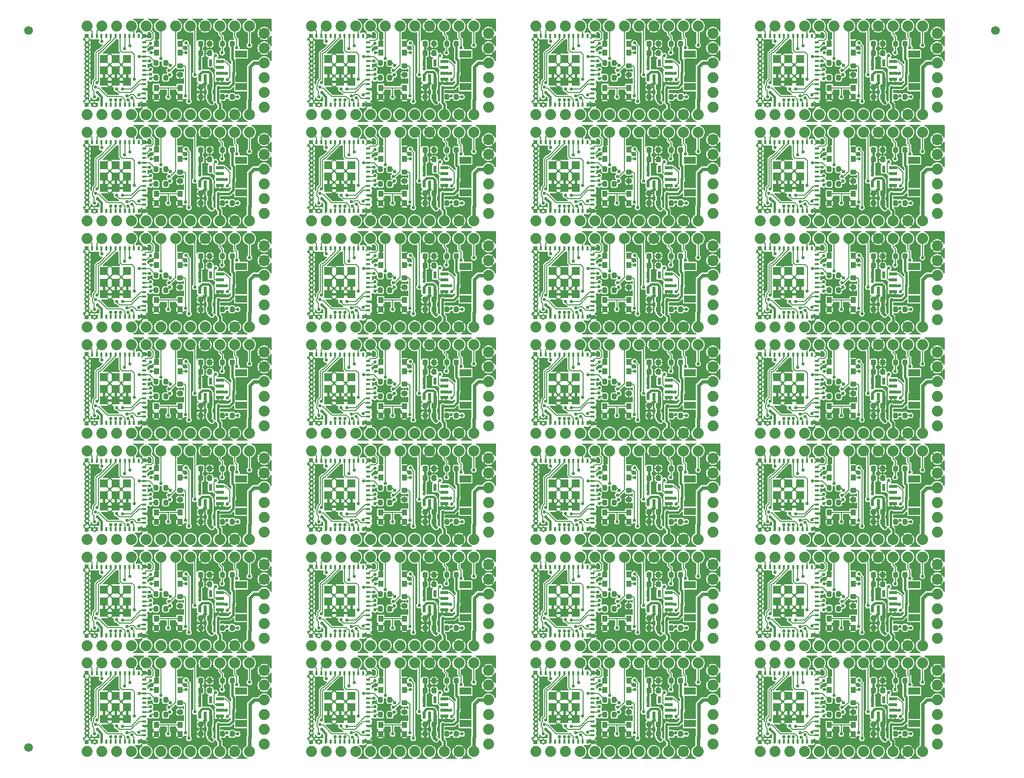
<source format=gbr>
%TF.GenerationSoftware,KiCad,Pcbnew,7.0.6*%
%TF.CreationDate,2023-08-17T21:31:52-06:00*%
%TF.ProjectId,SparkFun_Pro_Mini-ESP32_panelized,53706172-6b46-4756-9e5f-50726f5f4d69,rev?*%
%TF.SameCoordinates,Original*%
%TF.FileFunction,Copper,L1,Top*%
%TF.FilePolarity,Positive*%
%FSLAX46Y46*%
G04 Gerber Fmt 4.6, Leading zero omitted, Abs format (unit mm)*
G04 Created by KiCad (PCBNEW 7.0.6) date 2023-08-17 21:31:52*
%MOMM*%
%LPD*%
G01*
G04 APERTURE LIST*
G04 Aperture macros list*
%AMRoundRect*
0 Rectangle with rounded corners*
0 $1 Rounding radius*
0 $2 $3 $4 $5 $6 $7 $8 $9 X,Y pos of 4 corners*
0 Add a 4 corners polygon primitive as box body*
4,1,4,$2,$3,$4,$5,$6,$7,$8,$9,$2,$3,0*
0 Add four circle primitives for the rounded corners*
1,1,$1+$1,$2,$3*
1,1,$1+$1,$4,$5*
1,1,$1+$1,$6,$7*
1,1,$1+$1,$8,$9*
0 Add four rect primitives between the rounded corners*
20,1,$1+$1,$2,$3,$4,$5,0*
20,1,$1+$1,$4,$5,$6,$7,0*
20,1,$1+$1,$6,$7,$8,$9,0*
20,1,$1+$1,$8,$9,$2,$3,0*%
G04 Aperture macros list end*
%TA.AperFunction,SMDPad,CuDef*%
%ADD10R,0.400000X0.800000*%
%TD*%
%TA.AperFunction,SMDPad,CuDef*%
%ADD11R,0.800000X0.400000*%
%TD*%
%TA.AperFunction,SMDPad,CuDef*%
%ADD12R,1.450000X1.450000*%
%TD*%
%TA.AperFunction,SMDPad,CuDef*%
%ADD13R,0.700000X0.700000*%
%TD*%
%TA.AperFunction,SMDPad,CuDef*%
%ADD14RoundRect,0.225000X-0.225000X-0.250000X0.225000X-0.250000X0.225000X0.250000X-0.225000X0.250000X0*%
%TD*%
%TA.AperFunction,SMDPad,CuDef*%
%ADD15RoundRect,0.200000X0.200000X0.275000X-0.200000X0.275000X-0.200000X-0.275000X0.200000X-0.275000X0*%
%TD*%
%TA.AperFunction,SMDPad,CuDef*%
%ADD16RoundRect,0.218750X0.256250X-0.218750X0.256250X0.218750X-0.256250X0.218750X-0.256250X-0.218750X0*%
%TD*%
%TA.AperFunction,SMDPad,CuDef*%
%ADD17C,1.500000*%
%TD*%
%TA.AperFunction,SMDPad,CuDef*%
%ADD18R,0.550000X1.200000*%
%TD*%
%TA.AperFunction,SMDPad,CuDef*%
%ADD19RoundRect,0.225000X0.225000X0.250000X-0.225000X0.250000X-0.225000X-0.250000X0.225000X-0.250000X0*%
%TD*%
%TA.AperFunction,ComponentPad*%
%ADD20C,1.879600*%
%TD*%
%TA.AperFunction,SMDPad,CuDef*%
%ADD21R,0.900000X1.000000*%
%TD*%
%TA.AperFunction,SMDPad,CuDef*%
%ADD22R,1.350000X0.600000*%
%TD*%
%TA.AperFunction,SMDPad,CuDef*%
%ADD23R,2.000000X1.200000*%
%TD*%
%TA.AperFunction,ViaPad*%
%ADD24C,0.609600*%
%TD*%
%TA.AperFunction,ViaPad*%
%ADD25C,0.560000*%
%TD*%
%TA.AperFunction,Conductor*%
%ADD26C,0.406400*%
%TD*%
%TA.AperFunction,Conductor*%
%ADD27C,0.152400*%
%TD*%
%TA.AperFunction,Conductor*%
%ADD28C,0.558800*%
%TD*%
G04 APERTURE END LIST*
D10*
%TO.P,U1,1,GND*%
%TO.N,GND*%
X131710000Y-129090000D03*
%TO.P,U1,2,GND*%
X132510000Y-129090000D03*
%TO.P,U1,3,VDD*%
%TO.N,+3.3V*%
X133310000Y-129090000D03*
%TO.P,U1,4,IA36*%
%TO.N,ESP_36A*%
X134110000Y-129090000D03*
%TO.P,U1,5,IA37*%
%TO.N,ESP_37A*%
X134910000Y-129090000D03*
%TO.P,U1,6,IA38*%
%TO.N,ESP_38A*%
X135710000Y-129090000D03*
%TO.P,U1,7,IA39*%
%TO.N,ESP_39A*%
X136510000Y-129090000D03*
%TO.P,U1,8,EN*%
%TO.N,~{RESET}*%
X137310000Y-129090000D03*
%TO.P,U1,9,IA34*%
%TO.N,ESP_34A*%
X138110000Y-129090000D03*
%TO.P,U1,10,IA35*%
%TO.N,ESP_35A*%
X138910000Y-129090000D03*
%TO.P,U1,11,GND*%
%TO.N,GND*%
X139710000Y-129090000D03*
D11*
%TO.P,U1,12,IOA32*%
%TO.N,ESP_32A*%
X140610000Y-127990000D03*
%TO.P,U1,13,IOA33*%
%TO.N,ESP_33A*%
X140610000Y-127190000D03*
%TO.P,U1,14,GND*%
%TO.N,GND*%
X140610000Y-126390000D03*
%TO.P,U1,15,IOA25*%
%TO.N,ESP_25A*%
X140610000Y-125590000D03*
%TO.P,U1,16,IOA26*%
%TO.N,ESP_26A*%
X140610000Y-124790000D03*
%TO.P,U1,17,IOA27*%
%TO.N,ESP_27A*%
X140610000Y-123990000D03*
%TO.P,U1,18,IOA14*%
%TO.N,ESP_14A*%
X140610000Y-123190000D03*
%TO.P,U1,19,IOA12*%
%TO.N,ESP_12*%
X140610000Y-122390000D03*
%TO.P,U1,20,IOA13*%
%TO.N,ESP_13A*%
X140610000Y-121590000D03*
%TO.P,U1,21,IOA15*%
%TO.N,ESP_15*%
X140610000Y-120790000D03*
%TO.P,U1,22,IOA2*%
%TO.N,ESP_2*%
X140610000Y-119990000D03*
%TO.P,U1,23,IOA0*%
%TO.N,ESP_0{slash}STAT*%
X140610000Y-119190000D03*
%TO.P,U1,24,IOA4*%
%TO.N,ESP_4A*%
X140610000Y-118390000D03*
D10*
%TO.P,U1,25,NC*%
%TO.N,unconnected-(U1-NC-Pad25)*%
X139710000Y-117290000D03*
%TO.P,U1,26,IO20*%
%TO.N,ESP_20*%
X138910000Y-117290000D03*
%TO.P,U1,27,IO7*%
%TO.N,ESP_7*%
X138110000Y-117290000D03*
%TO.P,U1,28,IO8*%
%TO.N,ESP_8*%
X137310000Y-117290000D03*
%TO.P,U1,29,IO5*%
%TO.N,ESP_5*%
X136510000Y-117290000D03*
%TO.P,U1,30,RXD0/IO3*%
%TO.N,ESP_3{slash}RX*%
X135710000Y-117290000D03*
%TO.P,U1,31,TXD0/IO1*%
%TO.N,ESP_1{slash}TX*%
X134910000Y-117290000D03*
%TO.P,U1,32,NC*%
%TO.N,unconnected-(U1-NC-Pad32)*%
X134110000Y-117290000D03*
%TO.P,U1,33,IO19*%
%TO.N,ESP_19*%
X133310000Y-117290000D03*
%TO.P,U1,34,IO22*%
%TO.N,ESP_22*%
X132510000Y-117290000D03*
%TO.P,U1,35,IO21*%
%TO.N,ESP_21*%
X131710000Y-117290000D03*
D11*
%TO.P,U1,36,GND*%
%TO.N,GND*%
X130810000Y-118390000D03*
%TO.P,U1,37,GND*%
X130810000Y-119190000D03*
%TO.P,U1,38,GND*%
X130810000Y-119990000D03*
%TO.P,U1,39,GND*%
X130810000Y-120790000D03*
%TO.P,U1,40,GND*%
X130810000Y-121590000D03*
%TO.P,U1,41,GND*%
X130810000Y-122390000D03*
%TO.P,U1,42,GND*%
X130810000Y-123190000D03*
%TO.P,U1,43,GND*%
X130810000Y-123990000D03*
%TO.P,U1,44,GND*%
X130810000Y-124790000D03*
%TO.P,U1,45,GND*%
X130810000Y-125590000D03*
%TO.P,U1,46,GND*%
X130810000Y-126390000D03*
%TO.P,U1,47,GND*%
X130810000Y-127190000D03*
%TO.P,U1,48,GND*%
X130810000Y-127990000D03*
D12*
%TO.P,U1,49.1,GND*%
X133735000Y-125165000D03*
%TO.P,U1,49.2,GND*%
X135710000Y-125165000D03*
%TO.P,U1,49.3,GND*%
X137685000Y-125165000D03*
%TO.P,U1,49.4,GND*%
X137685000Y-123190000D03*
%TO.P,U1,49.5,GND*%
X137685000Y-121215000D03*
%TO.P,U1,49.6,GND*%
X135710000Y-121215000D03*
%TO.P,U1,49.7,GND*%
X133735000Y-121215000D03*
%TO.P,U1,49.8,GND*%
X133735000Y-123190000D03*
%TO.P,U1,49.9,GND*%
X135710000Y-123190000D03*
D13*
%TO.P,U1,50,GND*%
X130760000Y-117240000D03*
%TO.P,U1,51,GND*%
X140660000Y-117240000D03*
%TO.P,U1,52,GND*%
X140660000Y-129140000D03*
%TO.P,U1,53,GND*%
X130760000Y-129140000D03*
%TD*%
D10*
%TO.P,U1,1,GND*%
%TO.N,GND*%
X131710000Y-37690000D03*
%TO.P,U1,2,GND*%
X132510000Y-37690000D03*
%TO.P,U1,3,VDD*%
%TO.N,+3.3V*%
X133310000Y-37690000D03*
%TO.P,U1,4,IA36*%
%TO.N,ESP_36A*%
X134110000Y-37690000D03*
%TO.P,U1,5,IA37*%
%TO.N,ESP_37A*%
X134910000Y-37690000D03*
%TO.P,U1,6,IA38*%
%TO.N,ESP_38A*%
X135710000Y-37690000D03*
%TO.P,U1,7,IA39*%
%TO.N,ESP_39A*%
X136510000Y-37690000D03*
%TO.P,U1,8,EN*%
%TO.N,~{RESET}*%
X137310000Y-37690000D03*
%TO.P,U1,9,IA34*%
%TO.N,ESP_34A*%
X138110000Y-37690000D03*
%TO.P,U1,10,IA35*%
%TO.N,ESP_35A*%
X138910000Y-37690000D03*
%TO.P,U1,11,GND*%
%TO.N,GND*%
X139710000Y-37690000D03*
D11*
%TO.P,U1,12,IOA32*%
%TO.N,ESP_32A*%
X140610000Y-36590000D03*
%TO.P,U1,13,IOA33*%
%TO.N,ESP_33A*%
X140610000Y-35790000D03*
%TO.P,U1,14,GND*%
%TO.N,GND*%
X140610000Y-34990000D03*
%TO.P,U1,15,IOA25*%
%TO.N,ESP_25A*%
X140610000Y-34190000D03*
%TO.P,U1,16,IOA26*%
%TO.N,ESP_26A*%
X140610000Y-33390000D03*
%TO.P,U1,17,IOA27*%
%TO.N,ESP_27A*%
X140610000Y-32590000D03*
%TO.P,U1,18,IOA14*%
%TO.N,ESP_14A*%
X140610000Y-31790000D03*
%TO.P,U1,19,IOA12*%
%TO.N,ESP_12*%
X140610000Y-30990000D03*
%TO.P,U1,20,IOA13*%
%TO.N,ESP_13A*%
X140610000Y-30190000D03*
%TO.P,U1,21,IOA15*%
%TO.N,ESP_15*%
X140610000Y-29390000D03*
%TO.P,U1,22,IOA2*%
%TO.N,ESP_2*%
X140610000Y-28590000D03*
%TO.P,U1,23,IOA0*%
%TO.N,ESP_0{slash}STAT*%
X140610000Y-27790000D03*
%TO.P,U1,24,IOA4*%
%TO.N,ESP_4A*%
X140610000Y-26990000D03*
D10*
%TO.P,U1,25,NC*%
%TO.N,unconnected-(U1-NC-Pad25)*%
X139710000Y-25890000D03*
%TO.P,U1,26,IO20*%
%TO.N,ESP_20*%
X138910000Y-25890000D03*
%TO.P,U1,27,IO7*%
%TO.N,ESP_7*%
X138110000Y-25890000D03*
%TO.P,U1,28,IO8*%
%TO.N,ESP_8*%
X137310000Y-25890000D03*
%TO.P,U1,29,IO5*%
%TO.N,ESP_5*%
X136510000Y-25890000D03*
%TO.P,U1,30,RXD0/IO3*%
%TO.N,ESP_3{slash}RX*%
X135710000Y-25890000D03*
%TO.P,U1,31,TXD0/IO1*%
%TO.N,ESP_1{slash}TX*%
X134910000Y-25890000D03*
%TO.P,U1,32,NC*%
%TO.N,unconnected-(U1-NC-Pad32)*%
X134110000Y-25890000D03*
%TO.P,U1,33,IO19*%
%TO.N,ESP_19*%
X133310000Y-25890000D03*
%TO.P,U1,34,IO22*%
%TO.N,ESP_22*%
X132510000Y-25890000D03*
%TO.P,U1,35,IO21*%
%TO.N,ESP_21*%
X131710000Y-25890000D03*
D11*
%TO.P,U1,36,GND*%
%TO.N,GND*%
X130810000Y-26990000D03*
%TO.P,U1,37,GND*%
X130810000Y-27790000D03*
%TO.P,U1,38,GND*%
X130810000Y-28590000D03*
%TO.P,U1,39,GND*%
X130810000Y-29390000D03*
%TO.P,U1,40,GND*%
X130810000Y-30190000D03*
%TO.P,U1,41,GND*%
X130810000Y-30990000D03*
%TO.P,U1,42,GND*%
X130810000Y-31790000D03*
%TO.P,U1,43,GND*%
X130810000Y-32590000D03*
%TO.P,U1,44,GND*%
X130810000Y-33390000D03*
%TO.P,U1,45,GND*%
X130810000Y-34190000D03*
%TO.P,U1,46,GND*%
X130810000Y-34990000D03*
%TO.P,U1,47,GND*%
X130810000Y-35790000D03*
%TO.P,U1,48,GND*%
X130810000Y-36590000D03*
D12*
%TO.P,U1,49.1,GND*%
X133735000Y-33765000D03*
%TO.P,U1,49.2,GND*%
X135710000Y-33765000D03*
%TO.P,U1,49.3,GND*%
X137685000Y-33765000D03*
%TO.P,U1,49.4,GND*%
X137685000Y-31790000D03*
%TO.P,U1,49.5,GND*%
X137685000Y-29815000D03*
%TO.P,U1,49.6,GND*%
X135710000Y-29815000D03*
%TO.P,U1,49.7,GND*%
X133735000Y-29815000D03*
%TO.P,U1,49.8,GND*%
X133735000Y-31790000D03*
%TO.P,U1,49.9,GND*%
X135710000Y-31790000D03*
D13*
%TO.P,U1,50,GND*%
X130760000Y-25840000D03*
%TO.P,U1,51,GND*%
X140660000Y-25840000D03*
%TO.P,U1,52,GND*%
X140660000Y-37740000D03*
%TO.P,U1,53,GND*%
X130760000Y-37740000D03*
%TD*%
D10*
%TO.P,U1,1,GND*%
%TO.N,GND*%
X170310000Y-129090000D03*
%TO.P,U1,2,GND*%
X171110000Y-129090000D03*
%TO.P,U1,3,VDD*%
%TO.N,+3.3V*%
X171910000Y-129090000D03*
%TO.P,U1,4,IA36*%
%TO.N,ESP_36A*%
X172710000Y-129090000D03*
%TO.P,U1,5,IA37*%
%TO.N,ESP_37A*%
X173510000Y-129090000D03*
%TO.P,U1,6,IA38*%
%TO.N,ESP_38A*%
X174310000Y-129090000D03*
%TO.P,U1,7,IA39*%
%TO.N,ESP_39A*%
X175110000Y-129090000D03*
%TO.P,U1,8,EN*%
%TO.N,~{RESET}*%
X175910000Y-129090000D03*
%TO.P,U1,9,IA34*%
%TO.N,ESP_34A*%
X176710000Y-129090000D03*
%TO.P,U1,10,IA35*%
%TO.N,ESP_35A*%
X177510000Y-129090000D03*
%TO.P,U1,11,GND*%
%TO.N,GND*%
X178310000Y-129090000D03*
D11*
%TO.P,U1,12,IOA32*%
%TO.N,ESP_32A*%
X179210000Y-127990000D03*
%TO.P,U1,13,IOA33*%
%TO.N,ESP_33A*%
X179210000Y-127190000D03*
%TO.P,U1,14,GND*%
%TO.N,GND*%
X179210000Y-126390000D03*
%TO.P,U1,15,IOA25*%
%TO.N,ESP_25A*%
X179210000Y-125590000D03*
%TO.P,U1,16,IOA26*%
%TO.N,ESP_26A*%
X179210000Y-124790000D03*
%TO.P,U1,17,IOA27*%
%TO.N,ESP_27A*%
X179210000Y-123990000D03*
%TO.P,U1,18,IOA14*%
%TO.N,ESP_14A*%
X179210000Y-123190000D03*
%TO.P,U1,19,IOA12*%
%TO.N,ESP_12*%
X179210000Y-122390000D03*
%TO.P,U1,20,IOA13*%
%TO.N,ESP_13A*%
X179210000Y-121590000D03*
%TO.P,U1,21,IOA15*%
%TO.N,ESP_15*%
X179210000Y-120790000D03*
%TO.P,U1,22,IOA2*%
%TO.N,ESP_2*%
X179210000Y-119990000D03*
%TO.P,U1,23,IOA0*%
%TO.N,ESP_0{slash}STAT*%
X179210000Y-119190000D03*
%TO.P,U1,24,IOA4*%
%TO.N,ESP_4A*%
X179210000Y-118390000D03*
D10*
%TO.P,U1,25,NC*%
%TO.N,unconnected-(U1-NC-Pad25)*%
X178310000Y-117290000D03*
%TO.P,U1,26,IO20*%
%TO.N,ESP_20*%
X177510000Y-117290000D03*
%TO.P,U1,27,IO7*%
%TO.N,ESP_7*%
X176710000Y-117290000D03*
%TO.P,U1,28,IO8*%
%TO.N,ESP_8*%
X175910000Y-117290000D03*
%TO.P,U1,29,IO5*%
%TO.N,ESP_5*%
X175110000Y-117290000D03*
%TO.P,U1,30,RXD0/IO3*%
%TO.N,ESP_3{slash}RX*%
X174310000Y-117290000D03*
%TO.P,U1,31,TXD0/IO1*%
%TO.N,ESP_1{slash}TX*%
X173510000Y-117290000D03*
%TO.P,U1,32,NC*%
%TO.N,unconnected-(U1-NC-Pad32)*%
X172710000Y-117290000D03*
%TO.P,U1,33,IO19*%
%TO.N,ESP_19*%
X171910000Y-117290000D03*
%TO.P,U1,34,IO22*%
%TO.N,ESP_22*%
X171110000Y-117290000D03*
%TO.P,U1,35,IO21*%
%TO.N,ESP_21*%
X170310000Y-117290000D03*
D11*
%TO.P,U1,36,GND*%
%TO.N,GND*%
X169410000Y-118390000D03*
%TO.P,U1,37,GND*%
X169410000Y-119190000D03*
%TO.P,U1,38,GND*%
X169410000Y-119990000D03*
%TO.P,U1,39,GND*%
X169410000Y-120790000D03*
%TO.P,U1,40,GND*%
X169410000Y-121590000D03*
%TO.P,U1,41,GND*%
X169410000Y-122390000D03*
%TO.P,U1,42,GND*%
X169410000Y-123190000D03*
%TO.P,U1,43,GND*%
X169410000Y-123990000D03*
%TO.P,U1,44,GND*%
X169410000Y-124790000D03*
%TO.P,U1,45,GND*%
X169410000Y-125590000D03*
%TO.P,U1,46,GND*%
X169410000Y-126390000D03*
%TO.P,U1,47,GND*%
X169410000Y-127190000D03*
%TO.P,U1,48,GND*%
X169410000Y-127990000D03*
D12*
%TO.P,U1,49.1,GND*%
X172335000Y-125165000D03*
%TO.P,U1,49.2,GND*%
X174310000Y-125165000D03*
%TO.P,U1,49.3,GND*%
X176285000Y-125165000D03*
%TO.P,U1,49.4,GND*%
X176285000Y-123190000D03*
%TO.P,U1,49.5,GND*%
X176285000Y-121215000D03*
%TO.P,U1,49.6,GND*%
X174310000Y-121215000D03*
%TO.P,U1,49.7,GND*%
X172335000Y-121215000D03*
%TO.P,U1,49.8,GND*%
X172335000Y-123190000D03*
%TO.P,U1,49.9,GND*%
X174310000Y-123190000D03*
D13*
%TO.P,U1,50,GND*%
X169360000Y-117240000D03*
%TO.P,U1,51,GND*%
X179260000Y-117240000D03*
%TO.P,U1,52,GND*%
X179260000Y-129140000D03*
%TO.P,U1,53,GND*%
X169360000Y-129140000D03*
%TD*%
D10*
%TO.P,U1,1,GND*%
%TO.N,GND*%
X131710000Y-110810000D03*
%TO.P,U1,2,GND*%
X132510000Y-110810000D03*
%TO.P,U1,3,VDD*%
%TO.N,+3.3V*%
X133310000Y-110810000D03*
%TO.P,U1,4,IA36*%
%TO.N,ESP_36A*%
X134110000Y-110810000D03*
%TO.P,U1,5,IA37*%
%TO.N,ESP_37A*%
X134910000Y-110810000D03*
%TO.P,U1,6,IA38*%
%TO.N,ESP_38A*%
X135710000Y-110810000D03*
%TO.P,U1,7,IA39*%
%TO.N,ESP_39A*%
X136510000Y-110810000D03*
%TO.P,U1,8,EN*%
%TO.N,~{RESET}*%
X137310000Y-110810000D03*
%TO.P,U1,9,IA34*%
%TO.N,ESP_34A*%
X138110000Y-110810000D03*
%TO.P,U1,10,IA35*%
%TO.N,ESP_35A*%
X138910000Y-110810000D03*
%TO.P,U1,11,GND*%
%TO.N,GND*%
X139710000Y-110810000D03*
D11*
%TO.P,U1,12,IOA32*%
%TO.N,ESP_32A*%
X140610000Y-109710000D03*
%TO.P,U1,13,IOA33*%
%TO.N,ESP_33A*%
X140610000Y-108910000D03*
%TO.P,U1,14,GND*%
%TO.N,GND*%
X140610000Y-108110000D03*
%TO.P,U1,15,IOA25*%
%TO.N,ESP_25A*%
X140610000Y-107310000D03*
%TO.P,U1,16,IOA26*%
%TO.N,ESP_26A*%
X140610000Y-106510000D03*
%TO.P,U1,17,IOA27*%
%TO.N,ESP_27A*%
X140610000Y-105710000D03*
%TO.P,U1,18,IOA14*%
%TO.N,ESP_14A*%
X140610000Y-104910000D03*
%TO.P,U1,19,IOA12*%
%TO.N,ESP_12*%
X140610000Y-104110000D03*
%TO.P,U1,20,IOA13*%
%TO.N,ESP_13A*%
X140610000Y-103310000D03*
%TO.P,U1,21,IOA15*%
%TO.N,ESP_15*%
X140610000Y-102510000D03*
%TO.P,U1,22,IOA2*%
%TO.N,ESP_2*%
X140610000Y-101710000D03*
%TO.P,U1,23,IOA0*%
%TO.N,ESP_0{slash}STAT*%
X140610000Y-100910000D03*
%TO.P,U1,24,IOA4*%
%TO.N,ESP_4A*%
X140610000Y-100110000D03*
D10*
%TO.P,U1,25,NC*%
%TO.N,unconnected-(U1-NC-Pad25)*%
X139710000Y-99010000D03*
%TO.P,U1,26,IO20*%
%TO.N,ESP_20*%
X138910000Y-99010000D03*
%TO.P,U1,27,IO7*%
%TO.N,ESP_7*%
X138110000Y-99010000D03*
%TO.P,U1,28,IO8*%
%TO.N,ESP_8*%
X137310000Y-99010000D03*
%TO.P,U1,29,IO5*%
%TO.N,ESP_5*%
X136510000Y-99010000D03*
%TO.P,U1,30,RXD0/IO3*%
%TO.N,ESP_3{slash}RX*%
X135710000Y-99010000D03*
%TO.P,U1,31,TXD0/IO1*%
%TO.N,ESP_1{slash}TX*%
X134910000Y-99010000D03*
%TO.P,U1,32,NC*%
%TO.N,unconnected-(U1-NC-Pad32)*%
X134110000Y-99010000D03*
%TO.P,U1,33,IO19*%
%TO.N,ESP_19*%
X133310000Y-99010000D03*
%TO.P,U1,34,IO22*%
%TO.N,ESP_22*%
X132510000Y-99010000D03*
%TO.P,U1,35,IO21*%
%TO.N,ESP_21*%
X131710000Y-99010000D03*
D11*
%TO.P,U1,36,GND*%
%TO.N,GND*%
X130810000Y-100110000D03*
%TO.P,U1,37,GND*%
X130810000Y-100910000D03*
%TO.P,U1,38,GND*%
X130810000Y-101710000D03*
%TO.P,U1,39,GND*%
X130810000Y-102510000D03*
%TO.P,U1,40,GND*%
X130810000Y-103310000D03*
%TO.P,U1,41,GND*%
X130810000Y-104110000D03*
%TO.P,U1,42,GND*%
X130810000Y-104910000D03*
%TO.P,U1,43,GND*%
X130810000Y-105710000D03*
%TO.P,U1,44,GND*%
X130810000Y-106510000D03*
%TO.P,U1,45,GND*%
X130810000Y-107310000D03*
%TO.P,U1,46,GND*%
X130810000Y-108110000D03*
%TO.P,U1,47,GND*%
X130810000Y-108910000D03*
%TO.P,U1,48,GND*%
X130810000Y-109710000D03*
D12*
%TO.P,U1,49.1,GND*%
X133735000Y-106885000D03*
%TO.P,U1,49.2,GND*%
X135710000Y-106885000D03*
%TO.P,U1,49.3,GND*%
X137685000Y-106885000D03*
%TO.P,U1,49.4,GND*%
X137685000Y-104910000D03*
%TO.P,U1,49.5,GND*%
X137685000Y-102935000D03*
%TO.P,U1,49.6,GND*%
X135710000Y-102935000D03*
%TO.P,U1,49.7,GND*%
X133735000Y-102935000D03*
%TO.P,U1,49.8,GND*%
X133735000Y-104910000D03*
%TO.P,U1,49.9,GND*%
X135710000Y-104910000D03*
D13*
%TO.P,U1,50,GND*%
X130760000Y-98960000D03*
%TO.P,U1,51,GND*%
X140660000Y-98960000D03*
%TO.P,U1,52,GND*%
X140660000Y-110860000D03*
%TO.P,U1,53,GND*%
X130760000Y-110860000D03*
%TD*%
D10*
%TO.P,U1,1,GND*%
%TO.N,GND*%
X131710000Y-92530000D03*
%TO.P,U1,2,GND*%
X132510000Y-92530000D03*
%TO.P,U1,3,VDD*%
%TO.N,+3.3V*%
X133310000Y-92530000D03*
%TO.P,U1,4,IA36*%
%TO.N,ESP_36A*%
X134110000Y-92530000D03*
%TO.P,U1,5,IA37*%
%TO.N,ESP_37A*%
X134910000Y-92530000D03*
%TO.P,U1,6,IA38*%
%TO.N,ESP_38A*%
X135710000Y-92530000D03*
%TO.P,U1,7,IA39*%
%TO.N,ESP_39A*%
X136510000Y-92530000D03*
%TO.P,U1,8,EN*%
%TO.N,~{RESET}*%
X137310000Y-92530000D03*
%TO.P,U1,9,IA34*%
%TO.N,ESP_34A*%
X138110000Y-92530000D03*
%TO.P,U1,10,IA35*%
%TO.N,ESP_35A*%
X138910000Y-92530000D03*
%TO.P,U1,11,GND*%
%TO.N,GND*%
X139710000Y-92530000D03*
D11*
%TO.P,U1,12,IOA32*%
%TO.N,ESP_32A*%
X140610000Y-91430000D03*
%TO.P,U1,13,IOA33*%
%TO.N,ESP_33A*%
X140610000Y-90630000D03*
%TO.P,U1,14,GND*%
%TO.N,GND*%
X140610000Y-89830000D03*
%TO.P,U1,15,IOA25*%
%TO.N,ESP_25A*%
X140610000Y-89030000D03*
%TO.P,U1,16,IOA26*%
%TO.N,ESP_26A*%
X140610000Y-88230000D03*
%TO.P,U1,17,IOA27*%
%TO.N,ESP_27A*%
X140610000Y-87430000D03*
%TO.P,U1,18,IOA14*%
%TO.N,ESP_14A*%
X140610000Y-86630000D03*
%TO.P,U1,19,IOA12*%
%TO.N,ESP_12*%
X140610000Y-85830000D03*
%TO.P,U1,20,IOA13*%
%TO.N,ESP_13A*%
X140610000Y-85030000D03*
%TO.P,U1,21,IOA15*%
%TO.N,ESP_15*%
X140610000Y-84230000D03*
%TO.P,U1,22,IOA2*%
%TO.N,ESP_2*%
X140610000Y-83430000D03*
%TO.P,U1,23,IOA0*%
%TO.N,ESP_0{slash}STAT*%
X140610000Y-82630000D03*
%TO.P,U1,24,IOA4*%
%TO.N,ESP_4A*%
X140610000Y-81830000D03*
D10*
%TO.P,U1,25,NC*%
%TO.N,unconnected-(U1-NC-Pad25)*%
X139710000Y-80730000D03*
%TO.P,U1,26,IO20*%
%TO.N,ESP_20*%
X138910000Y-80730000D03*
%TO.P,U1,27,IO7*%
%TO.N,ESP_7*%
X138110000Y-80730000D03*
%TO.P,U1,28,IO8*%
%TO.N,ESP_8*%
X137310000Y-80730000D03*
%TO.P,U1,29,IO5*%
%TO.N,ESP_5*%
X136510000Y-80730000D03*
%TO.P,U1,30,RXD0/IO3*%
%TO.N,ESP_3{slash}RX*%
X135710000Y-80730000D03*
%TO.P,U1,31,TXD0/IO1*%
%TO.N,ESP_1{slash}TX*%
X134910000Y-80730000D03*
%TO.P,U1,32,NC*%
%TO.N,unconnected-(U1-NC-Pad32)*%
X134110000Y-80730000D03*
%TO.P,U1,33,IO19*%
%TO.N,ESP_19*%
X133310000Y-80730000D03*
%TO.P,U1,34,IO22*%
%TO.N,ESP_22*%
X132510000Y-80730000D03*
%TO.P,U1,35,IO21*%
%TO.N,ESP_21*%
X131710000Y-80730000D03*
D11*
%TO.P,U1,36,GND*%
%TO.N,GND*%
X130810000Y-81830000D03*
%TO.P,U1,37,GND*%
X130810000Y-82630000D03*
%TO.P,U1,38,GND*%
X130810000Y-83430000D03*
%TO.P,U1,39,GND*%
X130810000Y-84230000D03*
%TO.P,U1,40,GND*%
X130810000Y-85030000D03*
%TO.P,U1,41,GND*%
X130810000Y-85830000D03*
%TO.P,U1,42,GND*%
X130810000Y-86630000D03*
%TO.P,U1,43,GND*%
X130810000Y-87430000D03*
%TO.P,U1,44,GND*%
X130810000Y-88230000D03*
%TO.P,U1,45,GND*%
X130810000Y-89030000D03*
%TO.P,U1,46,GND*%
X130810000Y-89830000D03*
%TO.P,U1,47,GND*%
X130810000Y-90630000D03*
%TO.P,U1,48,GND*%
X130810000Y-91430000D03*
D12*
%TO.P,U1,49.1,GND*%
X133735000Y-88605000D03*
%TO.P,U1,49.2,GND*%
X135710000Y-88605000D03*
%TO.P,U1,49.3,GND*%
X137685000Y-88605000D03*
%TO.P,U1,49.4,GND*%
X137685000Y-86630000D03*
%TO.P,U1,49.5,GND*%
X137685000Y-84655000D03*
%TO.P,U1,49.6,GND*%
X135710000Y-84655000D03*
%TO.P,U1,49.7,GND*%
X133735000Y-84655000D03*
%TO.P,U1,49.8,GND*%
X133735000Y-86630000D03*
%TO.P,U1,49.9,GND*%
X135710000Y-86630000D03*
D13*
%TO.P,U1,50,GND*%
X130760000Y-80680000D03*
%TO.P,U1,51,GND*%
X140660000Y-80680000D03*
%TO.P,U1,52,GND*%
X140660000Y-92580000D03*
%TO.P,U1,53,GND*%
X130760000Y-92580000D03*
%TD*%
D10*
%TO.P,U1,1,GND*%
%TO.N,GND*%
X131710000Y-74250000D03*
%TO.P,U1,2,GND*%
X132510000Y-74250000D03*
%TO.P,U1,3,VDD*%
%TO.N,+3.3V*%
X133310000Y-74250000D03*
%TO.P,U1,4,IA36*%
%TO.N,ESP_36A*%
X134110000Y-74250000D03*
%TO.P,U1,5,IA37*%
%TO.N,ESP_37A*%
X134910000Y-74250000D03*
%TO.P,U1,6,IA38*%
%TO.N,ESP_38A*%
X135710000Y-74250000D03*
%TO.P,U1,7,IA39*%
%TO.N,ESP_39A*%
X136510000Y-74250000D03*
%TO.P,U1,8,EN*%
%TO.N,~{RESET}*%
X137310000Y-74250000D03*
%TO.P,U1,9,IA34*%
%TO.N,ESP_34A*%
X138110000Y-74250000D03*
%TO.P,U1,10,IA35*%
%TO.N,ESP_35A*%
X138910000Y-74250000D03*
%TO.P,U1,11,GND*%
%TO.N,GND*%
X139710000Y-74250000D03*
D11*
%TO.P,U1,12,IOA32*%
%TO.N,ESP_32A*%
X140610000Y-73150000D03*
%TO.P,U1,13,IOA33*%
%TO.N,ESP_33A*%
X140610000Y-72350000D03*
%TO.P,U1,14,GND*%
%TO.N,GND*%
X140610000Y-71550000D03*
%TO.P,U1,15,IOA25*%
%TO.N,ESP_25A*%
X140610000Y-70750000D03*
%TO.P,U1,16,IOA26*%
%TO.N,ESP_26A*%
X140610000Y-69950000D03*
%TO.P,U1,17,IOA27*%
%TO.N,ESP_27A*%
X140610000Y-69150000D03*
%TO.P,U1,18,IOA14*%
%TO.N,ESP_14A*%
X140610000Y-68350000D03*
%TO.P,U1,19,IOA12*%
%TO.N,ESP_12*%
X140610000Y-67550000D03*
%TO.P,U1,20,IOA13*%
%TO.N,ESP_13A*%
X140610000Y-66750000D03*
%TO.P,U1,21,IOA15*%
%TO.N,ESP_15*%
X140610000Y-65950000D03*
%TO.P,U1,22,IOA2*%
%TO.N,ESP_2*%
X140610000Y-65150000D03*
%TO.P,U1,23,IOA0*%
%TO.N,ESP_0{slash}STAT*%
X140610000Y-64350000D03*
%TO.P,U1,24,IOA4*%
%TO.N,ESP_4A*%
X140610000Y-63550000D03*
D10*
%TO.P,U1,25,NC*%
%TO.N,unconnected-(U1-NC-Pad25)*%
X139710000Y-62450000D03*
%TO.P,U1,26,IO20*%
%TO.N,ESP_20*%
X138910000Y-62450000D03*
%TO.P,U1,27,IO7*%
%TO.N,ESP_7*%
X138110000Y-62450000D03*
%TO.P,U1,28,IO8*%
%TO.N,ESP_8*%
X137310000Y-62450000D03*
%TO.P,U1,29,IO5*%
%TO.N,ESP_5*%
X136510000Y-62450000D03*
%TO.P,U1,30,RXD0/IO3*%
%TO.N,ESP_3{slash}RX*%
X135710000Y-62450000D03*
%TO.P,U1,31,TXD0/IO1*%
%TO.N,ESP_1{slash}TX*%
X134910000Y-62450000D03*
%TO.P,U1,32,NC*%
%TO.N,unconnected-(U1-NC-Pad32)*%
X134110000Y-62450000D03*
%TO.P,U1,33,IO19*%
%TO.N,ESP_19*%
X133310000Y-62450000D03*
%TO.P,U1,34,IO22*%
%TO.N,ESP_22*%
X132510000Y-62450000D03*
%TO.P,U1,35,IO21*%
%TO.N,ESP_21*%
X131710000Y-62450000D03*
D11*
%TO.P,U1,36,GND*%
%TO.N,GND*%
X130810000Y-63550000D03*
%TO.P,U1,37,GND*%
X130810000Y-64350000D03*
%TO.P,U1,38,GND*%
X130810000Y-65150000D03*
%TO.P,U1,39,GND*%
X130810000Y-65950000D03*
%TO.P,U1,40,GND*%
X130810000Y-66750000D03*
%TO.P,U1,41,GND*%
X130810000Y-67550000D03*
%TO.P,U1,42,GND*%
X130810000Y-68350000D03*
%TO.P,U1,43,GND*%
X130810000Y-69150000D03*
%TO.P,U1,44,GND*%
X130810000Y-69950000D03*
%TO.P,U1,45,GND*%
X130810000Y-70750000D03*
%TO.P,U1,46,GND*%
X130810000Y-71550000D03*
%TO.P,U1,47,GND*%
X130810000Y-72350000D03*
%TO.P,U1,48,GND*%
X130810000Y-73150000D03*
D12*
%TO.P,U1,49.1,GND*%
X133735000Y-70325000D03*
%TO.P,U1,49.2,GND*%
X135710000Y-70325000D03*
%TO.P,U1,49.3,GND*%
X137685000Y-70325000D03*
%TO.P,U1,49.4,GND*%
X137685000Y-68350000D03*
%TO.P,U1,49.5,GND*%
X137685000Y-66375000D03*
%TO.P,U1,49.6,GND*%
X135710000Y-66375000D03*
%TO.P,U1,49.7,GND*%
X133735000Y-66375000D03*
%TO.P,U1,49.8,GND*%
X133735000Y-68350000D03*
%TO.P,U1,49.9,GND*%
X135710000Y-68350000D03*
D13*
%TO.P,U1,50,GND*%
X130760000Y-62400000D03*
%TO.P,U1,51,GND*%
X140660000Y-62400000D03*
%TO.P,U1,52,GND*%
X140660000Y-74300000D03*
%TO.P,U1,53,GND*%
X130760000Y-74300000D03*
%TD*%
D10*
%TO.P,U1,1,GND*%
%TO.N,GND*%
X131710000Y-55970000D03*
%TO.P,U1,2,GND*%
X132510000Y-55970000D03*
%TO.P,U1,3,VDD*%
%TO.N,+3.3V*%
X133310000Y-55970000D03*
%TO.P,U1,4,IA36*%
%TO.N,ESP_36A*%
X134110000Y-55970000D03*
%TO.P,U1,5,IA37*%
%TO.N,ESP_37A*%
X134910000Y-55970000D03*
%TO.P,U1,6,IA38*%
%TO.N,ESP_38A*%
X135710000Y-55970000D03*
%TO.P,U1,7,IA39*%
%TO.N,ESP_39A*%
X136510000Y-55970000D03*
%TO.P,U1,8,EN*%
%TO.N,~{RESET}*%
X137310000Y-55970000D03*
%TO.P,U1,9,IA34*%
%TO.N,ESP_34A*%
X138110000Y-55970000D03*
%TO.P,U1,10,IA35*%
%TO.N,ESP_35A*%
X138910000Y-55970000D03*
%TO.P,U1,11,GND*%
%TO.N,GND*%
X139710000Y-55970000D03*
D11*
%TO.P,U1,12,IOA32*%
%TO.N,ESP_32A*%
X140610000Y-54870000D03*
%TO.P,U1,13,IOA33*%
%TO.N,ESP_33A*%
X140610000Y-54070000D03*
%TO.P,U1,14,GND*%
%TO.N,GND*%
X140610000Y-53270000D03*
%TO.P,U1,15,IOA25*%
%TO.N,ESP_25A*%
X140610000Y-52470000D03*
%TO.P,U1,16,IOA26*%
%TO.N,ESP_26A*%
X140610000Y-51670000D03*
%TO.P,U1,17,IOA27*%
%TO.N,ESP_27A*%
X140610000Y-50870000D03*
%TO.P,U1,18,IOA14*%
%TO.N,ESP_14A*%
X140610000Y-50070000D03*
%TO.P,U1,19,IOA12*%
%TO.N,ESP_12*%
X140610000Y-49270000D03*
%TO.P,U1,20,IOA13*%
%TO.N,ESP_13A*%
X140610000Y-48470000D03*
%TO.P,U1,21,IOA15*%
%TO.N,ESP_15*%
X140610000Y-47670000D03*
%TO.P,U1,22,IOA2*%
%TO.N,ESP_2*%
X140610000Y-46870000D03*
%TO.P,U1,23,IOA0*%
%TO.N,ESP_0{slash}STAT*%
X140610000Y-46070000D03*
%TO.P,U1,24,IOA4*%
%TO.N,ESP_4A*%
X140610000Y-45270000D03*
D10*
%TO.P,U1,25,NC*%
%TO.N,unconnected-(U1-NC-Pad25)*%
X139710000Y-44170000D03*
%TO.P,U1,26,IO20*%
%TO.N,ESP_20*%
X138910000Y-44170000D03*
%TO.P,U1,27,IO7*%
%TO.N,ESP_7*%
X138110000Y-44170000D03*
%TO.P,U1,28,IO8*%
%TO.N,ESP_8*%
X137310000Y-44170000D03*
%TO.P,U1,29,IO5*%
%TO.N,ESP_5*%
X136510000Y-44170000D03*
%TO.P,U1,30,RXD0/IO3*%
%TO.N,ESP_3{slash}RX*%
X135710000Y-44170000D03*
%TO.P,U1,31,TXD0/IO1*%
%TO.N,ESP_1{slash}TX*%
X134910000Y-44170000D03*
%TO.P,U1,32,NC*%
%TO.N,unconnected-(U1-NC-Pad32)*%
X134110000Y-44170000D03*
%TO.P,U1,33,IO19*%
%TO.N,ESP_19*%
X133310000Y-44170000D03*
%TO.P,U1,34,IO22*%
%TO.N,ESP_22*%
X132510000Y-44170000D03*
%TO.P,U1,35,IO21*%
%TO.N,ESP_21*%
X131710000Y-44170000D03*
D11*
%TO.P,U1,36,GND*%
%TO.N,GND*%
X130810000Y-45270000D03*
%TO.P,U1,37,GND*%
X130810000Y-46070000D03*
%TO.P,U1,38,GND*%
X130810000Y-46870000D03*
%TO.P,U1,39,GND*%
X130810000Y-47670000D03*
%TO.P,U1,40,GND*%
X130810000Y-48470000D03*
%TO.P,U1,41,GND*%
X130810000Y-49270000D03*
%TO.P,U1,42,GND*%
X130810000Y-50070000D03*
%TO.P,U1,43,GND*%
X130810000Y-50870000D03*
%TO.P,U1,44,GND*%
X130810000Y-51670000D03*
%TO.P,U1,45,GND*%
X130810000Y-52470000D03*
%TO.P,U1,46,GND*%
X130810000Y-53270000D03*
%TO.P,U1,47,GND*%
X130810000Y-54070000D03*
%TO.P,U1,48,GND*%
X130810000Y-54870000D03*
D12*
%TO.P,U1,49.1,GND*%
X133735000Y-52045000D03*
%TO.P,U1,49.2,GND*%
X135710000Y-52045000D03*
%TO.P,U1,49.3,GND*%
X137685000Y-52045000D03*
%TO.P,U1,49.4,GND*%
X137685000Y-50070000D03*
%TO.P,U1,49.5,GND*%
X137685000Y-48095000D03*
%TO.P,U1,49.6,GND*%
X135710000Y-48095000D03*
%TO.P,U1,49.7,GND*%
X133735000Y-48095000D03*
%TO.P,U1,49.8,GND*%
X133735000Y-50070000D03*
%TO.P,U1,49.9,GND*%
X135710000Y-50070000D03*
D13*
%TO.P,U1,50,GND*%
X130760000Y-44120000D03*
%TO.P,U1,51,GND*%
X140660000Y-44120000D03*
%TO.P,U1,52,GND*%
X140660000Y-56020000D03*
%TO.P,U1,53,GND*%
X130760000Y-56020000D03*
%TD*%
D10*
%TO.P,U1,1,GND*%
%TO.N,GND*%
X131710000Y-19410000D03*
%TO.P,U1,2,GND*%
X132510000Y-19410000D03*
%TO.P,U1,3,VDD*%
%TO.N,+3.3V*%
X133310000Y-19410000D03*
%TO.P,U1,4,IA36*%
%TO.N,ESP_36A*%
X134110000Y-19410000D03*
%TO.P,U1,5,IA37*%
%TO.N,ESP_37A*%
X134910000Y-19410000D03*
%TO.P,U1,6,IA38*%
%TO.N,ESP_38A*%
X135710000Y-19410000D03*
%TO.P,U1,7,IA39*%
%TO.N,ESP_39A*%
X136510000Y-19410000D03*
%TO.P,U1,8,EN*%
%TO.N,~{RESET}*%
X137310000Y-19410000D03*
%TO.P,U1,9,IA34*%
%TO.N,ESP_34A*%
X138110000Y-19410000D03*
%TO.P,U1,10,IA35*%
%TO.N,ESP_35A*%
X138910000Y-19410000D03*
%TO.P,U1,11,GND*%
%TO.N,GND*%
X139710000Y-19410000D03*
D11*
%TO.P,U1,12,IOA32*%
%TO.N,ESP_32A*%
X140610000Y-18310000D03*
%TO.P,U1,13,IOA33*%
%TO.N,ESP_33A*%
X140610000Y-17510000D03*
%TO.P,U1,14,GND*%
%TO.N,GND*%
X140610000Y-16710000D03*
%TO.P,U1,15,IOA25*%
%TO.N,ESP_25A*%
X140610000Y-15910000D03*
%TO.P,U1,16,IOA26*%
%TO.N,ESP_26A*%
X140610000Y-15110000D03*
%TO.P,U1,17,IOA27*%
%TO.N,ESP_27A*%
X140610000Y-14310000D03*
%TO.P,U1,18,IOA14*%
%TO.N,ESP_14A*%
X140610000Y-13510000D03*
%TO.P,U1,19,IOA12*%
%TO.N,ESP_12*%
X140610000Y-12710000D03*
%TO.P,U1,20,IOA13*%
%TO.N,ESP_13A*%
X140610000Y-11910000D03*
%TO.P,U1,21,IOA15*%
%TO.N,ESP_15*%
X140610000Y-11110000D03*
%TO.P,U1,22,IOA2*%
%TO.N,ESP_2*%
X140610000Y-10310000D03*
%TO.P,U1,23,IOA0*%
%TO.N,ESP_0{slash}STAT*%
X140610000Y-9510000D03*
%TO.P,U1,24,IOA4*%
%TO.N,ESP_4A*%
X140610000Y-8710000D03*
D10*
%TO.P,U1,25,NC*%
%TO.N,unconnected-(U1-NC-Pad25)*%
X139710000Y-7610000D03*
%TO.P,U1,26,IO20*%
%TO.N,ESP_20*%
X138910000Y-7610000D03*
%TO.P,U1,27,IO7*%
%TO.N,ESP_7*%
X138110000Y-7610000D03*
%TO.P,U1,28,IO8*%
%TO.N,ESP_8*%
X137310000Y-7610000D03*
%TO.P,U1,29,IO5*%
%TO.N,ESP_5*%
X136510000Y-7610000D03*
%TO.P,U1,30,RXD0/IO3*%
%TO.N,ESP_3{slash}RX*%
X135710000Y-7610000D03*
%TO.P,U1,31,TXD0/IO1*%
%TO.N,ESP_1{slash}TX*%
X134910000Y-7610000D03*
%TO.P,U1,32,NC*%
%TO.N,unconnected-(U1-NC-Pad32)*%
X134110000Y-7610000D03*
%TO.P,U1,33,IO19*%
%TO.N,ESP_19*%
X133310000Y-7610000D03*
%TO.P,U1,34,IO22*%
%TO.N,ESP_22*%
X132510000Y-7610000D03*
%TO.P,U1,35,IO21*%
%TO.N,ESP_21*%
X131710000Y-7610000D03*
D11*
%TO.P,U1,36,GND*%
%TO.N,GND*%
X130810000Y-8710000D03*
%TO.P,U1,37,GND*%
X130810000Y-9510000D03*
%TO.P,U1,38,GND*%
X130810000Y-10310000D03*
%TO.P,U1,39,GND*%
X130810000Y-11110000D03*
%TO.P,U1,40,GND*%
X130810000Y-11910000D03*
%TO.P,U1,41,GND*%
X130810000Y-12710000D03*
%TO.P,U1,42,GND*%
X130810000Y-13510000D03*
%TO.P,U1,43,GND*%
X130810000Y-14310000D03*
%TO.P,U1,44,GND*%
X130810000Y-15110000D03*
%TO.P,U1,45,GND*%
X130810000Y-15910000D03*
%TO.P,U1,46,GND*%
X130810000Y-16710000D03*
%TO.P,U1,47,GND*%
X130810000Y-17510000D03*
%TO.P,U1,48,GND*%
X130810000Y-18310000D03*
D12*
%TO.P,U1,49.1,GND*%
X133735000Y-15485000D03*
%TO.P,U1,49.2,GND*%
X135710000Y-15485000D03*
%TO.P,U1,49.3,GND*%
X137685000Y-15485000D03*
%TO.P,U1,49.4,GND*%
X137685000Y-13510000D03*
%TO.P,U1,49.5,GND*%
X137685000Y-11535000D03*
%TO.P,U1,49.6,GND*%
X135710000Y-11535000D03*
%TO.P,U1,49.7,GND*%
X133735000Y-11535000D03*
%TO.P,U1,49.8,GND*%
X133735000Y-13510000D03*
%TO.P,U1,49.9,GND*%
X135710000Y-13510000D03*
D13*
%TO.P,U1,50,GND*%
X130760000Y-7560000D03*
%TO.P,U1,51,GND*%
X140660000Y-7560000D03*
%TO.P,U1,52,GND*%
X140660000Y-19460000D03*
%TO.P,U1,53,GND*%
X130760000Y-19460000D03*
%TD*%
D10*
%TO.P,U1,1,GND*%
%TO.N,GND*%
X247510000Y-55970000D03*
%TO.P,U1,2,GND*%
X248310000Y-55970000D03*
%TO.P,U1,3,VDD*%
%TO.N,+3.3V*%
X249110000Y-55970000D03*
%TO.P,U1,4,IA36*%
%TO.N,ESP_36A*%
X249910000Y-55970000D03*
%TO.P,U1,5,IA37*%
%TO.N,ESP_37A*%
X250710000Y-55970000D03*
%TO.P,U1,6,IA38*%
%TO.N,ESP_38A*%
X251510000Y-55970000D03*
%TO.P,U1,7,IA39*%
%TO.N,ESP_39A*%
X252310000Y-55970000D03*
%TO.P,U1,8,EN*%
%TO.N,~{RESET}*%
X253110000Y-55970000D03*
%TO.P,U1,9,IA34*%
%TO.N,ESP_34A*%
X253910000Y-55970000D03*
%TO.P,U1,10,IA35*%
%TO.N,ESP_35A*%
X254710000Y-55970000D03*
%TO.P,U1,11,GND*%
%TO.N,GND*%
X255510000Y-55970000D03*
D11*
%TO.P,U1,12,IOA32*%
%TO.N,ESP_32A*%
X256410000Y-54870000D03*
%TO.P,U1,13,IOA33*%
%TO.N,ESP_33A*%
X256410000Y-54070000D03*
%TO.P,U1,14,GND*%
%TO.N,GND*%
X256410000Y-53270000D03*
%TO.P,U1,15,IOA25*%
%TO.N,ESP_25A*%
X256410000Y-52470000D03*
%TO.P,U1,16,IOA26*%
%TO.N,ESP_26A*%
X256410000Y-51670000D03*
%TO.P,U1,17,IOA27*%
%TO.N,ESP_27A*%
X256410000Y-50870000D03*
%TO.P,U1,18,IOA14*%
%TO.N,ESP_14A*%
X256410000Y-50070000D03*
%TO.P,U1,19,IOA12*%
%TO.N,ESP_12*%
X256410000Y-49270000D03*
%TO.P,U1,20,IOA13*%
%TO.N,ESP_13A*%
X256410000Y-48470000D03*
%TO.P,U1,21,IOA15*%
%TO.N,ESP_15*%
X256410000Y-47670000D03*
%TO.P,U1,22,IOA2*%
%TO.N,ESP_2*%
X256410000Y-46870000D03*
%TO.P,U1,23,IOA0*%
%TO.N,ESP_0{slash}STAT*%
X256410000Y-46070000D03*
%TO.P,U1,24,IOA4*%
%TO.N,ESP_4A*%
X256410000Y-45270000D03*
D10*
%TO.P,U1,25,NC*%
%TO.N,unconnected-(U1-NC-Pad25)*%
X255510000Y-44170000D03*
%TO.P,U1,26,IO20*%
%TO.N,ESP_20*%
X254710000Y-44170000D03*
%TO.P,U1,27,IO7*%
%TO.N,ESP_7*%
X253910000Y-44170000D03*
%TO.P,U1,28,IO8*%
%TO.N,ESP_8*%
X253110000Y-44170000D03*
%TO.P,U1,29,IO5*%
%TO.N,ESP_5*%
X252310000Y-44170000D03*
%TO.P,U1,30,RXD0/IO3*%
%TO.N,ESP_3{slash}RX*%
X251510000Y-44170000D03*
%TO.P,U1,31,TXD0/IO1*%
%TO.N,ESP_1{slash}TX*%
X250710000Y-44170000D03*
%TO.P,U1,32,NC*%
%TO.N,unconnected-(U1-NC-Pad32)*%
X249910000Y-44170000D03*
%TO.P,U1,33,IO19*%
%TO.N,ESP_19*%
X249110000Y-44170000D03*
%TO.P,U1,34,IO22*%
%TO.N,ESP_22*%
X248310000Y-44170000D03*
%TO.P,U1,35,IO21*%
%TO.N,ESP_21*%
X247510000Y-44170000D03*
D11*
%TO.P,U1,36,GND*%
%TO.N,GND*%
X246610000Y-45270000D03*
%TO.P,U1,37,GND*%
X246610000Y-46070000D03*
%TO.P,U1,38,GND*%
X246610000Y-46870000D03*
%TO.P,U1,39,GND*%
X246610000Y-47670000D03*
%TO.P,U1,40,GND*%
X246610000Y-48470000D03*
%TO.P,U1,41,GND*%
X246610000Y-49270000D03*
%TO.P,U1,42,GND*%
X246610000Y-50070000D03*
%TO.P,U1,43,GND*%
X246610000Y-50870000D03*
%TO.P,U1,44,GND*%
X246610000Y-51670000D03*
%TO.P,U1,45,GND*%
X246610000Y-52470000D03*
%TO.P,U1,46,GND*%
X246610000Y-53270000D03*
%TO.P,U1,47,GND*%
X246610000Y-54070000D03*
%TO.P,U1,48,GND*%
X246610000Y-54870000D03*
D12*
%TO.P,U1,49.1,GND*%
X249535000Y-52045000D03*
%TO.P,U1,49.2,GND*%
X251510000Y-52045000D03*
%TO.P,U1,49.3,GND*%
X253485000Y-52045000D03*
%TO.P,U1,49.4,GND*%
X253485000Y-50070000D03*
%TO.P,U1,49.5,GND*%
X253485000Y-48095000D03*
%TO.P,U1,49.6,GND*%
X251510000Y-48095000D03*
%TO.P,U1,49.7,GND*%
X249535000Y-48095000D03*
%TO.P,U1,49.8,GND*%
X249535000Y-50070000D03*
%TO.P,U1,49.9,GND*%
X251510000Y-50070000D03*
D13*
%TO.P,U1,50,GND*%
X246560000Y-44120000D03*
%TO.P,U1,51,GND*%
X256460000Y-44120000D03*
%TO.P,U1,52,GND*%
X256460000Y-56020000D03*
%TO.P,U1,53,GND*%
X246560000Y-56020000D03*
%TD*%
D10*
%TO.P,U1,1,GND*%
%TO.N,GND*%
X170310000Y-37690000D03*
%TO.P,U1,2,GND*%
X171110000Y-37690000D03*
%TO.P,U1,3,VDD*%
%TO.N,+3.3V*%
X171910000Y-37690000D03*
%TO.P,U1,4,IA36*%
%TO.N,ESP_36A*%
X172710000Y-37690000D03*
%TO.P,U1,5,IA37*%
%TO.N,ESP_37A*%
X173510000Y-37690000D03*
%TO.P,U1,6,IA38*%
%TO.N,ESP_38A*%
X174310000Y-37690000D03*
%TO.P,U1,7,IA39*%
%TO.N,ESP_39A*%
X175110000Y-37690000D03*
%TO.P,U1,8,EN*%
%TO.N,~{RESET}*%
X175910000Y-37690000D03*
%TO.P,U1,9,IA34*%
%TO.N,ESP_34A*%
X176710000Y-37690000D03*
%TO.P,U1,10,IA35*%
%TO.N,ESP_35A*%
X177510000Y-37690000D03*
%TO.P,U1,11,GND*%
%TO.N,GND*%
X178310000Y-37690000D03*
D11*
%TO.P,U1,12,IOA32*%
%TO.N,ESP_32A*%
X179210000Y-36590000D03*
%TO.P,U1,13,IOA33*%
%TO.N,ESP_33A*%
X179210000Y-35790000D03*
%TO.P,U1,14,GND*%
%TO.N,GND*%
X179210000Y-34990000D03*
%TO.P,U1,15,IOA25*%
%TO.N,ESP_25A*%
X179210000Y-34190000D03*
%TO.P,U1,16,IOA26*%
%TO.N,ESP_26A*%
X179210000Y-33390000D03*
%TO.P,U1,17,IOA27*%
%TO.N,ESP_27A*%
X179210000Y-32590000D03*
%TO.P,U1,18,IOA14*%
%TO.N,ESP_14A*%
X179210000Y-31790000D03*
%TO.P,U1,19,IOA12*%
%TO.N,ESP_12*%
X179210000Y-30990000D03*
%TO.P,U1,20,IOA13*%
%TO.N,ESP_13A*%
X179210000Y-30190000D03*
%TO.P,U1,21,IOA15*%
%TO.N,ESP_15*%
X179210000Y-29390000D03*
%TO.P,U1,22,IOA2*%
%TO.N,ESP_2*%
X179210000Y-28590000D03*
%TO.P,U1,23,IOA0*%
%TO.N,ESP_0{slash}STAT*%
X179210000Y-27790000D03*
%TO.P,U1,24,IOA4*%
%TO.N,ESP_4A*%
X179210000Y-26990000D03*
D10*
%TO.P,U1,25,NC*%
%TO.N,unconnected-(U1-NC-Pad25)*%
X178310000Y-25890000D03*
%TO.P,U1,26,IO20*%
%TO.N,ESP_20*%
X177510000Y-25890000D03*
%TO.P,U1,27,IO7*%
%TO.N,ESP_7*%
X176710000Y-25890000D03*
%TO.P,U1,28,IO8*%
%TO.N,ESP_8*%
X175910000Y-25890000D03*
%TO.P,U1,29,IO5*%
%TO.N,ESP_5*%
X175110000Y-25890000D03*
%TO.P,U1,30,RXD0/IO3*%
%TO.N,ESP_3{slash}RX*%
X174310000Y-25890000D03*
%TO.P,U1,31,TXD0/IO1*%
%TO.N,ESP_1{slash}TX*%
X173510000Y-25890000D03*
%TO.P,U1,32,NC*%
%TO.N,unconnected-(U1-NC-Pad32)*%
X172710000Y-25890000D03*
%TO.P,U1,33,IO19*%
%TO.N,ESP_19*%
X171910000Y-25890000D03*
%TO.P,U1,34,IO22*%
%TO.N,ESP_22*%
X171110000Y-25890000D03*
%TO.P,U1,35,IO21*%
%TO.N,ESP_21*%
X170310000Y-25890000D03*
D11*
%TO.P,U1,36,GND*%
%TO.N,GND*%
X169410000Y-26990000D03*
%TO.P,U1,37,GND*%
X169410000Y-27790000D03*
%TO.P,U1,38,GND*%
X169410000Y-28590000D03*
%TO.P,U1,39,GND*%
X169410000Y-29390000D03*
%TO.P,U1,40,GND*%
X169410000Y-30190000D03*
%TO.P,U1,41,GND*%
X169410000Y-30990000D03*
%TO.P,U1,42,GND*%
X169410000Y-31790000D03*
%TO.P,U1,43,GND*%
X169410000Y-32590000D03*
%TO.P,U1,44,GND*%
X169410000Y-33390000D03*
%TO.P,U1,45,GND*%
X169410000Y-34190000D03*
%TO.P,U1,46,GND*%
X169410000Y-34990000D03*
%TO.P,U1,47,GND*%
X169410000Y-35790000D03*
%TO.P,U1,48,GND*%
X169410000Y-36590000D03*
D12*
%TO.P,U1,49.1,GND*%
X172335000Y-33765000D03*
%TO.P,U1,49.2,GND*%
X174310000Y-33765000D03*
%TO.P,U1,49.3,GND*%
X176285000Y-33765000D03*
%TO.P,U1,49.4,GND*%
X176285000Y-31790000D03*
%TO.P,U1,49.5,GND*%
X176285000Y-29815000D03*
%TO.P,U1,49.6,GND*%
X174310000Y-29815000D03*
%TO.P,U1,49.7,GND*%
X172335000Y-29815000D03*
%TO.P,U1,49.8,GND*%
X172335000Y-31790000D03*
%TO.P,U1,49.9,GND*%
X174310000Y-31790000D03*
D13*
%TO.P,U1,50,GND*%
X169360000Y-25840000D03*
%TO.P,U1,51,GND*%
X179260000Y-25840000D03*
%TO.P,U1,52,GND*%
X179260000Y-37740000D03*
%TO.P,U1,53,GND*%
X169360000Y-37740000D03*
%TD*%
D10*
%TO.P,U1,1,GND*%
%TO.N,GND*%
X208910000Y-55970000D03*
%TO.P,U1,2,GND*%
X209710000Y-55970000D03*
%TO.P,U1,3,VDD*%
%TO.N,+3.3V*%
X210510000Y-55970000D03*
%TO.P,U1,4,IA36*%
%TO.N,ESP_36A*%
X211310000Y-55970000D03*
%TO.P,U1,5,IA37*%
%TO.N,ESP_37A*%
X212110000Y-55970000D03*
%TO.P,U1,6,IA38*%
%TO.N,ESP_38A*%
X212910000Y-55970000D03*
%TO.P,U1,7,IA39*%
%TO.N,ESP_39A*%
X213710000Y-55970000D03*
%TO.P,U1,8,EN*%
%TO.N,~{RESET}*%
X214510000Y-55970000D03*
%TO.P,U1,9,IA34*%
%TO.N,ESP_34A*%
X215310000Y-55970000D03*
%TO.P,U1,10,IA35*%
%TO.N,ESP_35A*%
X216110000Y-55970000D03*
%TO.P,U1,11,GND*%
%TO.N,GND*%
X216910000Y-55970000D03*
D11*
%TO.P,U1,12,IOA32*%
%TO.N,ESP_32A*%
X217810000Y-54870000D03*
%TO.P,U1,13,IOA33*%
%TO.N,ESP_33A*%
X217810000Y-54070000D03*
%TO.P,U1,14,GND*%
%TO.N,GND*%
X217810000Y-53270000D03*
%TO.P,U1,15,IOA25*%
%TO.N,ESP_25A*%
X217810000Y-52470000D03*
%TO.P,U1,16,IOA26*%
%TO.N,ESP_26A*%
X217810000Y-51670000D03*
%TO.P,U1,17,IOA27*%
%TO.N,ESP_27A*%
X217810000Y-50870000D03*
%TO.P,U1,18,IOA14*%
%TO.N,ESP_14A*%
X217810000Y-50070000D03*
%TO.P,U1,19,IOA12*%
%TO.N,ESP_12*%
X217810000Y-49270000D03*
%TO.P,U1,20,IOA13*%
%TO.N,ESP_13A*%
X217810000Y-48470000D03*
%TO.P,U1,21,IOA15*%
%TO.N,ESP_15*%
X217810000Y-47670000D03*
%TO.P,U1,22,IOA2*%
%TO.N,ESP_2*%
X217810000Y-46870000D03*
%TO.P,U1,23,IOA0*%
%TO.N,ESP_0{slash}STAT*%
X217810000Y-46070000D03*
%TO.P,U1,24,IOA4*%
%TO.N,ESP_4A*%
X217810000Y-45270000D03*
D10*
%TO.P,U1,25,NC*%
%TO.N,unconnected-(U1-NC-Pad25)*%
X216910000Y-44170000D03*
%TO.P,U1,26,IO20*%
%TO.N,ESP_20*%
X216110000Y-44170000D03*
%TO.P,U1,27,IO7*%
%TO.N,ESP_7*%
X215310000Y-44170000D03*
%TO.P,U1,28,IO8*%
%TO.N,ESP_8*%
X214510000Y-44170000D03*
%TO.P,U1,29,IO5*%
%TO.N,ESP_5*%
X213710000Y-44170000D03*
%TO.P,U1,30,RXD0/IO3*%
%TO.N,ESP_3{slash}RX*%
X212910000Y-44170000D03*
%TO.P,U1,31,TXD0/IO1*%
%TO.N,ESP_1{slash}TX*%
X212110000Y-44170000D03*
%TO.P,U1,32,NC*%
%TO.N,unconnected-(U1-NC-Pad32)*%
X211310000Y-44170000D03*
%TO.P,U1,33,IO19*%
%TO.N,ESP_19*%
X210510000Y-44170000D03*
%TO.P,U1,34,IO22*%
%TO.N,ESP_22*%
X209710000Y-44170000D03*
%TO.P,U1,35,IO21*%
%TO.N,ESP_21*%
X208910000Y-44170000D03*
D11*
%TO.P,U1,36,GND*%
%TO.N,GND*%
X208010000Y-45270000D03*
%TO.P,U1,37,GND*%
X208010000Y-46070000D03*
%TO.P,U1,38,GND*%
X208010000Y-46870000D03*
%TO.P,U1,39,GND*%
X208010000Y-47670000D03*
%TO.P,U1,40,GND*%
X208010000Y-48470000D03*
%TO.P,U1,41,GND*%
X208010000Y-49270000D03*
%TO.P,U1,42,GND*%
X208010000Y-50070000D03*
%TO.P,U1,43,GND*%
X208010000Y-50870000D03*
%TO.P,U1,44,GND*%
X208010000Y-51670000D03*
%TO.P,U1,45,GND*%
X208010000Y-52470000D03*
%TO.P,U1,46,GND*%
X208010000Y-53270000D03*
%TO.P,U1,47,GND*%
X208010000Y-54070000D03*
%TO.P,U1,48,GND*%
X208010000Y-54870000D03*
D12*
%TO.P,U1,49.1,GND*%
X210935000Y-52045000D03*
%TO.P,U1,49.2,GND*%
X212910000Y-52045000D03*
%TO.P,U1,49.3,GND*%
X214885000Y-52045000D03*
%TO.P,U1,49.4,GND*%
X214885000Y-50070000D03*
%TO.P,U1,49.5,GND*%
X214885000Y-48095000D03*
%TO.P,U1,49.6,GND*%
X212910000Y-48095000D03*
%TO.P,U1,49.7,GND*%
X210935000Y-48095000D03*
%TO.P,U1,49.8,GND*%
X210935000Y-50070000D03*
%TO.P,U1,49.9,GND*%
X212910000Y-50070000D03*
D13*
%TO.P,U1,50,GND*%
X207960000Y-44120000D03*
%TO.P,U1,51,GND*%
X217860000Y-44120000D03*
%TO.P,U1,52,GND*%
X217860000Y-56020000D03*
%TO.P,U1,53,GND*%
X207960000Y-56020000D03*
%TD*%
D10*
%TO.P,U1,1,GND*%
%TO.N,GND*%
X208910000Y-37690000D03*
%TO.P,U1,2,GND*%
X209710000Y-37690000D03*
%TO.P,U1,3,VDD*%
%TO.N,+3.3V*%
X210510000Y-37690000D03*
%TO.P,U1,4,IA36*%
%TO.N,ESP_36A*%
X211310000Y-37690000D03*
%TO.P,U1,5,IA37*%
%TO.N,ESP_37A*%
X212110000Y-37690000D03*
%TO.P,U1,6,IA38*%
%TO.N,ESP_38A*%
X212910000Y-37690000D03*
%TO.P,U1,7,IA39*%
%TO.N,ESP_39A*%
X213710000Y-37690000D03*
%TO.P,U1,8,EN*%
%TO.N,~{RESET}*%
X214510000Y-37690000D03*
%TO.P,U1,9,IA34*%
%TO.N,ESP_34A*%
X215310000Y-37690000D03*
%TO.P,U1,10,IA35*%
%TO.N,ESP_35A*%
X216110000Y-37690000D03*
%TO.P,U1,11,GND*%
%TO.N,GND*%
X216910000Y-37690000D03*
D11*
%TO.P,U1,12,IOA32*%
%TO.N,ESP_32A*%
X217810000Y-36590000D03*
%TO.P,U1,13,IOA33*%
%TO.N,ESP_33A*%
X217810000Y-35790000D03*
%TO.P,U1,14,GND*%
%TO.N,GND*%
X217810000Y-34990000D03*
%TO.P,U1,15,IOA25*%
%TO.N,ESP_25A*%
X217810000Y-34190000D03*
%TO.P,U1,16,IOA26*%
%TO.N,ESP_26A*%
X217810000Y-33390000D03*
%TO.P,U1,17,IOA27*%
%TO.N,ESP_27A*%
X217810000Y-32590000D03*
%TO.P,U1,18,IOA14*%
%TO.N,ESP_14A*%
X217810000Y-31790000D03*
%TO.P,U1,19,IOA12*%
%TO.N,ESP_12*%
X217810000Y-30990000D03*
%TO.P,U1,20,IOA13*%
%TO.N,ESP_13A*%
X217810000Y-30190000D03*
%TO.P,U1,21,IOA15*%
%TO.N,ESP_15*%
X217810000Y-29390000D03*
%TO.P,U1,22,IOA2*%
%TO.N,ESP_2*%
X217810000Y-28590000D03*
%TO.P,U1,23,IOA0*%
%TO.N,ESP_0{slash}STAT*%
X217810000Y-27790000D03*
%TO.P,U1,24,IOA4*%
%TO.N,ESP_4A*%
X217810000Y-26990000D03*
D10*
%TO.P,U1,25,NC*%
%TO.N,unconnected-(U1-NC-Pad25)*%
X216910000Y-25890000D03*
%TO.P,U1,26,IO20*%
%TO.N,ESP_20*%
X216110000Y-25890000D03*
%TO.P,U1,27,IO7*%
%TO.N,ESP_7*%
X215310000Y-25890000D03*
%TO.P,U1,28,IO8*%
%TO.N,ESP_8*%
X214510000Y-25890000D03*
%TO.P,U1,29,IO5*%
%TO.N,ESP_5*%
X213710000Y-25890000D03*
%TO.P,U1,30,RXD0/IO3*%
%TO.N,ESP_3{slash}RX*%
X212910000Y-25890000D03*
%TO.P,U1,31,TXD0/IO1*%
%TO.N,ESP_1{slash}TX*%
X212110000Y-25890000D03*
%TO.P,U1,32,NC*%
%TO.N,unconnected-(U1-NC-Pad32)*%
X211310000Y-25890000D03*
%TO.P,U1,33,IO19*%
%TO.N,ESP_19*%
X210510000Y-25890000D03*
%TO.P,U1,34,IO22*%
%TO.N,ESP_22*%
X209710000Y-25890000D03*
%TO.P,U1,35,IO21*%
%TO.N,ESP_21*%
X208910000Y-25890000D03*
D11*
%TO.P,U1,36,GND*%
%TO.N,GND*%
X208010000Y-26990000D03*
%TO.P,U1,37,GND*%
X208010000Y-27790000D03*
%TO.P,U1,38,GND*%
X208010000Y-28590000D03*
%TO.P,U1,39,GND*%
X208010000Y-29390000D03*
%TO.P,U1,40,GND*%
X208010000Y-30190000D03*
%TO.P,U1,41,GND*%
X208010000Y-30990000D03*
%TO.P,U1,42,GND*%
X208010000Y-31790000D03*
%TO.P,U1,43,GND*%
X208010000Y-32590000D03*
%TO.P,U1,44,GND*%
X208010000Y-33390000D03*
%TO.P,U1,45,GND*%
X208010000Y-34190000D03*
%TO.P,U1,46,GND*%
X208010000Y-34990000D03*
%TO.P,U1,47,GND*%
X208010000Y-35790000D03*
%TO.P,U1,48,GND*%
X208010000Y-36590000D03*
D12*
%TO.P,U1,49.1,GND*%
X210935000Y-33765000D03*
%TO.P,U1,49.2,GND*%
X212910000Y-33765000D03*
%TO.P,U1,49.3,GND*%
X214885000Y-33765000D03*
%TO.P,U1,49.4,GND*%
X214885000Y-31790000D03*
%TO.P,U1,49.5,GND*%
X214885000Y-29815000D03*
%TO.P,U1,49.6,GND*%
X212910000Y-29815000D03*
%TO.P,U1,49.7,GND*%
X210935000Y-29815000D03*
%TO.P,U1,49.8,GND*%
X210935000Y-31790000D03*
%TO.P,U1,49.9,GND*%
X212910000Y-31790000D03*
D13*
%TO.P,U1,50,GND*%
X207960000Y-25840000D03*
%TO.P,U1,51,GND*%
X217860000Y-25840000D03*
%TO.P,U1,52,GND*%
X217860000Y-37740000D03*
%TO.P,U1,53,GND*%
X207960000Y-37740000D03*
%TD*%
D10*
%TO.P,U1,1,GND*%
%TO.N,GND*%
X247510000Y-129090000D03*
%TO.P,U1,2,GND*%
X248310000Y-129090000D03*
%TO.P,U1,3,VDD*%
%TO.N,+3.3V*%
X249110000Y-129090000D03*
%TO.P,U1,4,IA36*%
%TO.N,ESP_36A*%
X249910000Y-129090000D03*
%TO.P,U1,5,IA37*%
%TO.N,ESP_37A*%
X250710000Y-129090000D03*
%TO.P,U1,6,IA38*%
%TO.N,ESP_38A*%
X251510000Y-129090000D03*
%TO.P,U1,7,IA39*%
%TO.N,ESP_39A*%
X252310000Y-129090000D03*
%TO.P,U1,8,EN*%
%TO.N,~{RESET}*%
X253110000Y-129090000D03*
%TO.P,U1,9,IA34*%
%TO.N,ESP_34A*%
X253910000Y-129090000D03*
%TO.P,U1,10,IA35*%
%TO.N,ESP_35A*%
X254710000Y-129090000D03*
%TO.P,U1,11,GND*%
%TO.N,GND*%
X255510000Y-129090000D03*
D11*
%TO.P,U1,12,IOA32*%
%TO.N,ESP_32A*%
X256410000Y-127990000D03*
%TO.P,U1,13,IOA33*%
%TO.N,ESP_33A*%
X256410000Y-127190000D03*
%TO.P,U1,14,GND*%
%TO.N,GND*%
X256410000Y-126390000D03*
%TO.P,U1,15,IOA25*%
%TO.N,ESP_25A*%
X256410000Y-125590000D03*
%TO.P,U1,16,IOA26*%
%TO.N,ESP_26A*%
X256410000Y-124790000D03*
%TO.P,U1,17,IOA27*%
%TO.N,ESP_27A*%
X256410000Y-123990000D03*
%TO.P,U1,18,IOA14*%
%TO.N,ESP_14A*%
X256410000Y-123190000D03*
%TO.P,U1,19,IOA12*%
%TO.N,ESP_12*%
X256410000Y-122390000D03*
%TO.P,U1,20,IOA13*%
%TO.N,ESP_13A*%
X256410000Y-121590000D03*
%TO.P,U1,21,IOA15*%
%TO.N,ESP_15*%
X256410000Y-120790000D03*
%TO.P,U1,22,IOA2*%
%TO.N,ESP_2*%
X256410000Y-119990000D03*
%TO.P,U1,23,IOA0*%
%TO.N,ESP_0{slash}STAT*%
X256410000Y-119190000D03*
%TO.P,U1,24,IOA4*%
%TO.N,ESP_4A*%
X256410000Y-118390000D03*
D10*
%TO.P,U1,25,NC*%
%TO.N,unconnected-(U1-NC-Pad25)*%
X255510000Y-117290000D03*
%TO.P,U1,26,IO20*%
%TO.N,ESP_20*%
X254710000Y-117290000D03*
%TO.P,U1,27,IO7*%
%TO.N,ESP_7*%
X253910000Y-117290000D03*
%TO.P,U1,28,IO8*%
%TO.N,ESP_8*%
X253110000Y-117290000D03*
%TO.P,U1,29,IO5*%
%TO.N,ESP_5*%
X252310000Y-117290000D03*
%TO.P,U1,30,RXD0/IO3*%
%TO.N,ESP_3{slash}RX*%
X251510000Y-117290000D03*
%TO.P,U1,31,TXD0/IO1*%
%TO.N,ESP_1{slash}TX*%
X250710000Y-117290000D03*
%TO.P,U1,32,NC*%
%TO.N,unconnected-(U1-NC-Pad32)*%
X249910000Y-117290000D03*
%TO.P,U1,33,IO19*%
%TO.N,ESP_19*%
X249110000Y-117290000D03*
%TO.P,U1,34,IO22*%
%TO.N,ESP_22*%
X248310000Y-117290000D03*
%TO.P,U1,35,IO21*%
%TO.N,ESP_21*%
X247510000Y-117290000D03*
D11*
%TO.P,U1,36,GND*%
%TO.N,GND*%
X246610000Y-118390000D03*
%TO.P,U1,37,GND*%
X246610000Y-119190000D03*
%TO.P,U1,38,GND*%
X246610000Y-119990000D03*
%TO.P,U1,39,GND*%
X246610000Y-120790000D03*
%TO.P,U1,40,GND*%
X246610000Y-121590000D03*
%TO.P,U1,41,GND*%
X246610000Y-122390000D03*
%TO.P,U1,42,GND*%
X246610000Y-123190000D03*
%TO.P,U1,43,GND*%
X246610000Y-123990000D03*
%TO.P,U1,44,GND*%
X246610000Y-124790000D03*
%TO.P,U1,45,GND*%
X246610000Y-125590000D03*
%TO.P,U1,46,GND*%
X246610000Y-126390000D03*
%TO.P,U1,47,GND*%
X246610000Y-127190000D03*
%TO.P,U1,48,GND*%
X246610000Y-127990000D03*
D12*
%TO.P,U1,49.1,GND*%
X249535000Y-125165000D03*
%TO.P,U1,49.2,GND*%
X251510000Y-125165000D03*
%TO.P,U1,49.3,GND*%
X253485000Y-125165000D03*
%TO.P,U1,49.4,GND*%
X253485000Y-123190000D03*
%TO.P,U1,49.5,GND*%
X253485000Y-121215000D03*
%TO.P,U1,49.6,GND*%
X251510000Y-121215000D03*
%TO.P,U1,49.7,GND*%
X249535000Y-121215000D03*
%TO.P,U1,49.8,GND*%
X249535000Y-123190000D03*
%TO.P,U1,49.9,GND*%
X251510000Y-123190000D03*
D13*
%TO.P,U1,50,GND*%
X246560000Y-117240000D03*
%TO.P,U1,51,GND*%
X256460000Y-117240000D03*
%TO.P,U1,52,GND*%
X256460000Y-129140000D03*
%TO.P,U1,53,GND*%
X246560000Y-129140000D03*
%TD*%
D10*
%TO.P,U1,1,GND*%
%TO.N,GND*%
X247510000Y-19410000D03*
%TO.P,U1,2,GND*%
X248310000Y-19410000D03*
%TO.P,U1,3,VDD*%
%TO.N,+3.3V*%
X249110000Y-19410000D03*
%TO.P,U1,4,IA36*%
%TO.N,ESP_36A*%
X249910000Y-19410000D03*
%TO.P,U1,5,IA37*%
%TO.N,ESP_37A*%
X250710000Y-19410000D03*
%TO.P,U1,6,IA38*%
%TO.N,ESP_38A*%
X251510000Y-19410000D03*
%TO.P,U1,7,IA39*%
%TO.N,ESP_39A*%
X252310000Y-19410000D03*
%TO.P,U1,8,EN*%
%TO.N,~{RESET}*%
X253110000Y-19410000D03*
%TO.P,U1,9,IA34*%
%TO.N,ESP_34A*%
X253910000Y-19410000D03*
%TO.P,U1,10,IA35*%
%TO.N,ESP_35A*%
X254710000Y-19410000D03*
%TO.P,U1,11,GND*%
%TO.N,GND*%
X255510000Y-19410000D03*
D11*
%TO.P,U1,12,IOA32*%
%TO.N,ESP_32A*%
X256410000Y-18310000D03*
%TO.P,U1,13,IOA33*%
%TO.N,ESP_33A*%
X256410000Y-17510000D03*
%TO.P,U1,14,GND*%
%TO.N,GND*%
X256410000Y-16710000D03*
%TO.P,U1,15,IOA25*%
%TO.N,ESP_25A*%
X256410000Y-15910000D03*
%TO.P,U1,16,IOA26*%
%TO.N,ESP_26A*%
X256410000Y-15110000D03*
%TO.P,U1,17,IOA27*%
%TO.N,ESP_27A*%
X256410000Y-14310000D03*
%TO.P,U1,18,IOA14*%
%TO.N,ESP_14A*%
X256410000Y-13510000D03*
%TO.P,U1,19,IOA12*%
%TO.N,ESP_12*%
X256410000Y-12710000D03*
%TO.P,U1,20,IOA13*%
%TO.N,ESP_13A*%
X256410000Y-11910000D03*
%TO.P,U1,21,IOA15*%
%TO.N,ESP_15*%
X256410000Y-11110000D03*
%TO.P,U1,22,IOA2*%
%TO.N,ESP_2*%
X256410000Y-10310000D03*
%TO.P,U1,23,IOA0*%
%TO.N,ESP_0{slash}STAT*%
X256410000Y-9510000D03*
%TO.P,U1,24,IOA4*%
%TO.N,ESP_4A*%
X256410000Y-8710000D03*
D10*
%TO.P,U1,25,NC*%
%TO.N,unconnected-(U1-NC-Pad25)*%
X255510000Y-7610000D03*
%TO.P,U1,26,IO20*%
%TO.N,ESP_20*%
X254710000Y-7610000D03*
%TO.P,U1,27,IO7*%
%TO.N,ESP_7*%
X253910000Y-7610000D03*
%TO.P,U1,28,IO8*%
%TO.N,ESP_8*%
X253110000Y-7610000D03*
%TO.P,U1,29,IO5*%
%TO.N,ESP_5*%
X252310000Y-7610000D03*
%TO.P,U1,30,RXD0/IO3*%
%TO.N,ESP_3{slash}RX*%
X251510000Y-7610000D03*
%TO.P,U1,31,TXD0/IO1*%
%TO.N,ESP_1{slash}TX*%
X250710000Y-7610000D03*
%TO.P,U1,32,NC*%
%TO.N,unconnected-(U1-NC-Pad32)*%
X249910000Y-7610000D03*
%TO.P,U1,33,IO19*%
%TO.N,ESP_19*%
X249110000Y-7610000D03*
%TO.P,U1,34,IO22*%
%TO.N,ESP_22*%
X248310000Y-7610000D03*
%TO.P,U1,35,IO21*%
%TO.N,ESP_21*%
X247510000Y-7610000D03*
D11*
%TO.P,U1,36,GND*%
%TO.N,GND*%
X246610000Y-8710000D03*
%TO.P,U1,37,GND*%
X246610000Y-9510000D03*
%TO.P,U1,38,GND*%
X246610000Y-10310000D03*
%TO.P,U1,39,GND*%
X246610000Y-11110000D03*
%TO.P,U1,40,GND*%
X246610000Y-11910000D03*
%TO.P,U1,41,GND*%
X246610000Y-12710000D03*
%TO.P,U1,42,GND*%
X246610000Y-13510000D03*
%TO.P,U1,43,GND*%
X246610000Y-14310000D03*
%TO.P,U1,44,GND*%
X246610000Y-15110000D03*
%TO.P,U1,45,GND*%
X246610000Y-15910000D03*
%TO.P,U1,46,GND*%
X246610000Y-16710000D03*
%TO.P,U1,47,GND*%
X246610000Y-17510000D03*
%TO.P,U1,48,GND*%
X246610000Y-18310000D03*
D12*
%TO.P,U1,49.1,GND*%
X249535000Y-15485000D03*
%TO.P,U1,49.2,GND*%
X251510000Y-15485000D03*
%TO.P,U1,49.3,GND*%
X253485000Y-15485000D03*
%TO.P,U1,49.4,GND*%
X253485000Y-13510000D03*
%TO.P,U1,49.5,GND*%
X253485000Y-11535000D03*
%TO.P,U1,49.6,GND*%
X251510000Y-11535000D03*
%TO.P,U1,49.7,GND*%
X249535000Y-11535000D03*
%TO.P,U1,49.8,GND*%
X249535000Y-13510000D03*
%TO.P,U1,49.9,GND*%
X251510000Y-13510000D03*
D13*
%TO.P,U1,50,GND*%
X246560000Y-7560000D03*
%TO.P,U1,51,GND*%
X256460000Y-7560000D03*
%TO.P,U1,52,GND*%
X256460000Y-19460000D03*
%TO.P,U1,53,GND*%
X246560000Y-19460000D03*
%TD*%
D10*
%TO.P,U1,1,GND*%
%TO.N,GND*%
X208910000Y-19410000D03*
%TO.P,U1,2,GND*%
X209710000Y-19410000D03*
%TO.P,U1,3,VDD*%
%TO.N,+3.3V*%
X210510000Y-19410000D03*
%TO.P,U1,4,IA36*%
%TO.N,ESP_36A*%
X211310000Y-19410000D03*
%TO.P,U1,5,IA37*%
%TO.N,ESP_37A*%
X212110000Y-19410000D03*
%TO.P,U1,6,IA38*%
%TO.N,ESP_38A*%
X212910000Y-19410000D03*
%TO.P,U1,7,IA39*%
%TO.N,ESP_39A*%
X213710000Y-19410000D03*
%TO.P,U1,8,EN*%
%TO.N,~{RESET}*%
X214510000Y-19410000D03*
%TO.P,U1,9,IA34*%
%TO.N,ESP_34A*%
X215310000Y-19410000D03*
%TO.P,U1,10,IA35*%
%TO.N,ESP_35A*%
X216110000Y-19410000D03*
%TO.P,U1,11,GND*%
%TO.N,GND*%
X216910000Y-19410000D03*
D11*
%TO.P,U1,12,IOA32*%
%TO.N,ESP_32A*%
X217810000Y-18310000D03*
%TO.P,U1,13,IOA33*%
%TO.N,ESP_33A*%
X217810000Y-17510000D03*
%TO.P,U1,14,GND*%
%TO.N,GND*%
X217810000Y-16710000D03*
%TO.P,U1,15,IOA25*%
%TO.N,ESP_25A*%
X217810000Y-15910000D03*
%TO.P,U1,16,IOA26*%
%TO.N,ESP_26A*%
X217810000Y-15110000D03*
%TO.P,U1,17,IOA27*%
%TO.N,ESP_27A*%
X217810000Y-14310000D03*
%TO.P,U1,18,IOA14*%
%TO.N,ESP_14A*%
X217810000Y-13510000D03*
%TO.P,U1,19,IOA12*%
%TO.N,ESP_12*%
X217810000Y-12710000D03*
%TO.P,U1,20,IOA13*%
%TO.N,ESP_13A*%
X217810000Y-11910000D03*
%TO.P,U1,21,IOA15*%
%TO.N,ESP_15*%
X217810000Y-11110000D03*
%TO.P,U1,22,IOA2*%
%TO.N,ESP_2*%
X217810000Y-10310000D03*
%TO.P,U1,23,IOA0*%
%TO.N,ESP_0{slash}STAT*%
X217810000Y-9510000D03*
%TO.P,U1,24,IOA4*%
%TO.N,ESP_4A*%
X217810000Y-8710000D03*
D10*
%TO.P,U1,25,NC*%
%TO.N,unconnected-(U1-NC-Pad25)*%
X216910000Y-7610000D03*
%TO.P,U1,26,IO20*%
%TO.N,ESP_20*%
X216110000Y-7610000D03*
%TO.P,U1,27,IO7*%
%TO.N,ESP_7*%
X215310000Y-7610000D03*
%TO.P,U1,28,IO8*%
%TO.N,ESP_8*%
X214510000Y-7610000D03*
%TO.P,U1,29,IO5*%
%TO.N,ESP_5*%
X213710000Y-7610000D03*
%TO.P,U1,30,RXD0/IO3*%
%TO.N,ESP_3{slash}RX*%
X212910000Y-7610000D03*
%TO.P,U1,31,TXD0/IO1*%
%TO.N,ESP_1{slash}TX*%
X212110000Y-7610000D03*
%TO.P,U1,32,NC*%
%TO.N,unconnected-(U1-NC-Pad32)*%
X211310000Y-7610000D03*
%TO.P,U1,33,IO19*%
%TO.N,ESP_19*%
X210510000Y-7610000D03*
%TO.P,U1,34,IO22*%
%TO.N,ESP_22*%
X209710000Y-7610000D03*
%TO.P,U1,35,IO21*%
%TO.N,ESP_21*%
X208910000Y-7610000D03*
D11*
%TO.P,U1,36,GND*%
%TO.N,GND*%
X208010000Y-8710000D03*
%TO.P,U1,37,GND*%
X208010000Y-9510000D03*
%TO.P,U1,38,GND*%
X208010000Y-10310000D03*
%TO.P,U1,39,GND*%
X208010000Y-11110000D03*
%TO.P,U1,40,GND*%
X208010000Y-11910000D03*
%TO.P,U1,41,GND*%
X208010000Y-12710000D03*
%TO.P,U1,42,GND*%
X208010000Y-13510000D03*
%TO.P,U1,43,GND*%
X208010000Y-14310000D03*
%TO.P,U1,44,GND*%
X208010000Y-15110000D03*
%TO.P,U1,45,GND*%
X208010000Y-15910000D03*
%TO.P,U1,46,GND*%
X208010000Y-16710000D03*
%TO.P,U1,47,GND*%
X208010000Y-17510000D03*
%TO.P,U1,48,GND*%
X208010000Y-18310000D03*
D12*
%TO.P,U1,49.1,GND*%
X210935000Y-15485000D03*
%TO.P,U1,49.2,GND*%
X212910000Y-15485000D03*
%TO.P,U1,49.3,GND*%
X214885000Y-15485000D03*
%TO.P,U1,49.4,GND*%
X214885000Y-13510000D03*
%TO.P,U1,49.5,GND*%
X214885000Y-11535000D03*
%TO.P,U1,49.6,GND*%
X212910000Y-11535000D03*
%TO.P,U1,49.7,GND*%
X210935000Y-11535000D03*
%TO.P,U1,49.8,GND*%
X210935000Y-13510000D03*
%TO.P,U1,49.9,GND*%
X212910000Y-13510000D03*
D13*
%TO.P,U1,50,GND*%
X207960000Y-7560000D03*
%TO.P,U1,51,GND*%
X217860000Y-7560000D03*
%TO.P,U1,52,GND*%
X217860000Y-19460000D03*
%TO.P,U1,53,GND*%
X207960000Y-19460000D03*
%TD*%
D10*
%TO.P,U1,1,GND*%
%TO.N,GND*%
X208910000Y-129090000D03*
%TO.P,U1,2,GND*%
X209710000Y-129090000D03*
%TO.P,U1,3,VDD*%
%TO.N,+3.3V*%
X210510000Y-129090000D03*
%TO.P,U1,4,IA36*%
%TO.N,ESP_36A*%
X211310000Y-129090000D03*
%TO.P,U1,5,IA37*%
%TO.N,ESP_37A*%
X212110000Y-129090000D03*
%TO.P,U1,6,IA38*%
%TO.N,ESP_38A*%
X212910000Y-129090000D03*
%TO.P,U1,7,IA39*%
%TO.N,ESP_39A*%
X213710000Y-129090000D03*
%TO.P,U1,8,EN*%
%TO.N,~{RESET}*%
X214510000Y-129090000D03*
%TO.P,U1,9,IA34*%
%TO.N,ESP_34A*%
X215310000Y-129090000D03*
%TO.P,U1,10,IA35*%
%TO.N,ESP_35A*%
X216110000Y-129090000D03*
%TO.P,U1,11,GND*%
%TO.N,GND*%
X216910000Y-129090000D03*
D11*
%TO.P,U1,12,IOA32*%
%TO.N,ESP_32A*%
X217810000Y-127990000D03*
%TO.P,U1,13,IOA33*%
%TO.N,ESP_33A*%
X217810000Y-127190000D03*
%TO.P,U1,14,GND*%
%TO.N,GND*%
X217810000Y-126390000D03*
%TO.P,U1,15,IOA25*%
%TO.N,ESP_25A*%
X217810000Y-125590000D03*
%TO.P,U1,16,IOA26*%
%TO.N,ESP_26A*%
X217810000Y-124790000D03*
%TO.P,U1,17,IOA27*%
%TO.N,ESP_27A*%
X217810000Y-123990000D03*
%TO.P,U1,18,IOA14*%
%TO.N,ESP_14A*%
X217810000Y-123190000D03*
%TO.P,U1,19,IOA12*%
%TO.N,ESP_12*%
X217810000Y-122390000D03*
%TO.P,U1,20,IOA13*%
%TO.N,ESP_13A*%
X217810000Y-121590000D03*
%TO.P,U1,21,IOA15*%
%TO.N,ESP_15*%
X217810000Y-120790000D03*
%TO.P,U1,22,IOA2*%
%TO.N,ESP_2*%
X217810000Y-119990000D03*
%TO.P,U1,23,IOA0*%
%TO.N,ESP_0{slash}STAT*%
X217810000Y-119190000D03*
%TO.P,U1,24,IOA4*%
%TO.N,ESP_4A*%
X217810000Y-118390000D03*
D10*
%TO.P,U1,25,NC*%
%TO.N,unconnected-(U1-NC-Pad25)*%
X216910000Y-117290000D03*
%TO.P,U1,26,IO20*%
%TO.N,ESP_20*%
X216110000Y-117290000D03*
%TO.P,U1,27,IO7*%
%TO.N,ESP_7*%
X215310000Y-117290000D03*
%TO.P,U1,28,IO8*%
%TO.N,ESP_8*%
X214510000Y-117290000D03*
%TO.P,U1,29,IO5*%
%TO.N,ESP_5*%
X213710000Y-117290000D03*
%TO.P,U1,30,RXD0/IO3*%
%TO.N,ESP_3{slash}RX*%
X212910000Y-117290000D03*
%TO.P,U1,31,TXD0/IO1*%
%TO.N,ESP_1{slash}TX*%
X212110000Y-117290000D03*
%TO.P,U1,32,NC*%
%TO.N,unconnected-(U1-NC-Pad32)*%
X211310000Y-117290000D03*
%TO.P,U1,33,IO19*%
%TO.N,ESP_19*%
X210510000Y-117290000D03*
%TO.P,U1,34,IO22*%
%TO.N,ESP_22*%
X209710000Y-117290000D03*
%TO.P,U1,35,IO21*%
%TO.N,ESP_21*%
X208910000Y-117290000D03*
D11*
%TO.P,U1,36,GND*%
%TO.N,GND*%
X208010000Y-118390000D03*
%TO.P,U1,37,GND*%
X208010000Y-119190000D03*
%TO.P,U1,38,GND*%
X208010000Y-119990000D03*
%TO.P,U1,39,GND*%
X208010000Y-120790000D03*
%TO.P,U1,40,GND*%
X208010000Y-121590000D03*
%TO.P,U1,41,GND*%
X208010000Y-122390000D03*
%TO.P,U1,42,GND*%
X208010000Y-123190000D03*
%TO.P,U1,43,GND*%
X208010000Y-123990000D03*
%TO.P,U1,44,GND*%
X208010000Y-124790000D03*
%TO.P,U1,45,GND*%
X208010000Y-125590000D03*
%TO.P,U1,46,GND*%
X208010000Y-126390000D03*
%TO.P,U1,47,GND*%
X208010000Y-127190000D03*
%TO.P,U1,48,GND*%
X208010000Y-127990000D03*
D12*
%TO.P,U1,49.1,GND*%
X210935000Y-125165000D03*
%TO.P,U1,49.2,GND*%
X212910000Y-125165000D03*
%TO.P,U1,49.3,GND*%
X214885000Y-125165000D03*
%TO.P,U1,49.4,GND*%
X214885000Y-123190000D03*
%TO.P,U1,49.5,GND*%
X214885000Y-121215000D03*
%TO.P,U1,49.6,GND*%
X212910000Y-121215000D03*
%TO.P,U1,49.7,GND*%
X210935000Y-121215000D03*
%TO.P,U1,49.8,GND*%
X210935000Y-123190000D03*
%TO.P,U1,49.9,GND*%
X212910000Y-123190000D03*
D13*
%TO.P,U1,50,GND*%
X207960000Y-117240000D03*
%TO.P,U1,51,GND*%
X217860000Y-117240000D03*
%TO.P,U1,52,GND*%
X217860000Y-129140000D03*
%TO.P,U1,53,GND*%
X207960000Y-129140000D03*
%TD*%
D10*
%TO.P,U1,1,GND*%
%TO.N,GND*%
X208910000Y-110810000D03*
%TO.P,U1,2,GND*%
X209710000Y-110810000D03*
%TO.P,U1,3,VDD*%
%TO.N,+3.3V*%
X210510000Y-110810000D03*
%TO.P,U1,4,IA36*%
%TO.N,ESP_36A*%
X211310000Y-110810000D03*
%TO.P,U1,5,IA37*%
%TO.N,ESP_37A*%
X212110000Y-110810000D03*
%TO.P,U1,6,IA38*%
%TO.N,ESP_38A*%
X212910000Y-110810000D03*
%TO.P,U1,7,IA39*%
%TO.N,ESP_39A*%
X213710000Y-110810000D03*
%TO.P,U1,8,EN*%
%TO.N,~{RESET}*%
X214510000Y-110810000D03*
%TO.P,U1,9,IA34*%
%TO.N,ESP_34A*%
X215310000Y-110810000D03*
%TO.P,U1,10,IA35*%
%TO.N,ESP_35A*%
X216110000Y-110810000D03*
%TO.P,U1,11,GND*%
%TO.N,GND*%
X216910000Y-110810000D03*
D11*
%TO.P,U1,12,IOA32*%
%TO.N,ESP_32A*%
X217810000Y-109710000D03*
%TO.P,U1,13,IOA33*%
%TO.N,ESP_33A*%
X217810000Y-108910000D03*
%TO.P,U1,14,GND*%
%TO.N,GND*%
X217810000Y-108110000D03*
%TO.P,U1,15,IOA25*%
%TO.N,ESP_25A*%
X217810000Y-107310000D03*
%TO.P,U1,16,IOA26*%
%TO.N,ESP_26A*%
X217810000Y-106510000D03*
%TO.P,U1,17,IOA27*%
%TO.N,ESP_27A*%
X217810000Y-105710000D03*
%TO.P,U1,18,IOA14*%
%TO.N,ESP_14A*%
X217810000Y-104910000D03*
%TO.P,U1,19,IOA12*%
%TO.N,ESP_12*%
X217810000Y-104110000D03*
%TO.P,U1,20,IOA13*%
%TO.N,ESP_13A*%
X217810000Y-103310000D03*
%TO.P,U1,21,IOA15*%
%TO.N,ESP_15*%
X217810000Y-102510000D03*
%TO.P,U1,22,IOA2*%
%TO.N,ESP_2*%
X217810000Y-101710000D03*
%TO.P,U1,23,IOA0*%
%TO.N,ESP_0{slash}STAT*%
X217810000Y-100910000D03*
%TO.P,U1,24,IOA4*%
%TO.N,ESP_4A*%
X217810000Y-100110000D03*
D10*
%TO.P,U1,25,NC*%
%TO.N,unconnected-(U1-NC-Pad25)*%
X216910000Y-99010000D03*
%TO.P,U1,26,IO20*%
%TO.N,ESP_20*%
X216110000Y-99010000D03*
%TO.P,U1,27,IO7*%
%TO.N,ESP_7*%
X215310000Y-99010000D03*
%TO.P,U1,28,IO8*%
%TO.N,ESP_8*%
X214510000Y-99010000D03*
%TO.P,U1,29,IO5*%
%TO.N,ESP_5*%
X213710000Y-99010000D03*
%TO.P,U1,30,RXD0/IO3*%
%TO.N,ESP_3{slash}RX*%
X212910000Y-99010000D03*
%TO.P,U1,31,TXD0/IO1*%
%TO.N,ESP_1{slash}TX*%
X212110000Y-99010000D03*
%TO.P,U1,32,NC*%
%TO.N,unconnected-(U1-NC-Pad32)*%
X211310000Y-99010000D03*
%TO.P,U1,33,IO19*%
%TO.N,ESP_19*%
X210510000Y-99010000D03*
%TO.P,U1,34,IO22*%
%TO.N,ESP_22*%
X209710000Y-99010000D03*
%TO.P,U1,35,IO21*%
%TO.N,ESP_21*%
X208910000Y-99010000D03*
D11*
%TO.P,U1,36,GND*%
%TO.N,GND*%
X208010000Y-100110000D03*
%TO.P,U1,37,GND*%
X208010000Y-100910000D03*
%TO.P,U1,38,GND*%
X208010000Y-101710000D03*
%TO.P,U1,39,GND*%
X208010000Y-102510000D03*
%TO.P,U1,40,GND*%
X208010000Y-103310000D03*
%TO.P,U1,41,GND*%
X208010000Y-104110000D03*
%TO.P,U1,42,GND*%
X208010000Y-104910000D03*
%TO.P,U1,43,GND*%
X208010000Y-105710000D03*
%TO.P,U1,44,GND*%
X208010000Y-106510000D03*
%TO.P,U1,45,GND*%
X208010000Y-107310000D03*
%TO.P,U1,46,GND*%
X208010000Y-108110000D03*
%TO.P,U1,47,GND*%
X208010000Y-108910000D03*
%TO.P,U1,48,GND*%
X208010000Y-109710000D03*
D12*
%TO.P,U1,49.1,GND*%
X210935000Y-106885000D03*
%TO.P,U1,49.2,GND*%
X212910000Y-106885000D03*
%TO.P,U1,49.3,GND*%
X214885000Y-106885000D03*
%TO.P,U1,49.4,GND*%
X214885000Y-104910000D03*
%TO.P,U1,49.5,GND*%
X214885000Y-102935000D03*
%TO.P,U1,49.6,GND*%
X212910000Y-102935000D03*
%TO.P,U1,49.7,GND*%
X210935000Y-102935000D03*
%TO.P,U1,49.8,GND*%
X210935000Y-104910000D03*
%TO.P,U1,49.9,GND*%
X212910000Y-104910000D03*
D13*
%TO.P,U1,50,GND*%
X207960000Y-98960000D03*
%TO.P,U1,51,GND*%
X217860000Y-98960000D03*
%TO.P,U1,52,GND*%
X217860000Y-110860000D03*
%TO.P,U1,53,GND*%
X207960000Y-110860000D03*
%TD*%
D10*
%TO.P,U1,1,GND*%
%TO.N,GND*%
X208910000Y-74250000D03*
%TO.P,U1,2,GND*%
X209710000Y-74250000D03*
%TO.P,U1,3,VDD*%
%TO.N,+3.3V*%
X210510000Y-74250000D03*
%TO.P,U1,4,IA36*%
%TO.N,ESP_36A*%
X211310000Y-74250000D03*
%TO.P,U1,5,IA37*%
%TO.N,ESP_37A*%
X212110000Y-74250000D03*
%TO.P,U1,6,IA38*%
%TO.N,ESP_38A*%
X212910000Y-74250000D03*
%TO.P,U1,7,IA39*%
%TO.N,ESP_39A*%
X213710000Y-74250000D03*
%TO.P,U1,8,EN*%
%TO.N,~{RESET}*%
X214510000Y-74250000D03*
%TO.P,U1,9,IA34*%
%TO.N,ESP_34A*%
X215310000Y-74250000D03*
%TO.P,U1,10,IA35*%
%TO.N,ESP_35A*%
X216110000Y-74250000D03*
%TO.P,U1,11,GND*%
%TO.N,GND*%
X216910000Y-74250000D03*
D11*
%TO.P,U1,12,IOA32*%
%TO.N,ESP_32A*%
X217810000Y-73150000D03*
%TO.P,U1,13,IOA33*%
%TO.N,ESP_33A*%
X217810000Y-72350000D03*
%TO.P,U1,14,GND*%
%TO.N,GND*%
X217810000Y-71550000D03*
%TO.P,U1,15,IOA25*%
%TO.N,ESP_25A*%
X217810000Y-70750000D03*
%TO.P,U1,16,IOA26*%
%TO.N,ESP_26A*%
X217810000Y-69950000D03*
%TO.P,U1,17,IOA27*%
%TO.N,ESP_27A*%
X217810000Y-69150000D03*
%TO.P,U1,18,IOA14*%
%TO.N,ESP_14A*%
X217810000Y-68350000D03*
%TO.P,U1,19,IOA12*%
%TO.N,ESP_12*%
X217810000Y-67550000D03*
%TO.P,U1,20,IOA13*%
%TO.N,ESP_13A*%
X217810000Y-66750000D03*
%TO.P,U1,21,IOA15*%
%TO.N,ESP_15*%
X217810000Y-65950000D03*
%TO.P,U1,22,IOA2*%
%TO.N,ESP_2*%
X217810000Y-65150000D03*
%TO.P,U1,23,IOA0*%
%TO.N,ESP_0{slash}STAT*%
X217810000Y-64350000D03*
%TO.P,U1,24,IOA4*%
%TO.N,ESP_4A*%
X217810000Y-63550000D03*
D10*
%TO.P,U1,25,NC*%
%TO.N,unconnected-(U1-NC-Pad25)*%
X216910000Y-62450000D03*
%TO.P,U1,26,IO20*%
%TO.N,ESP_20*%
X216110000Y-62450000D03*
%TO.P,U1,27,IO7*%
%TO.N,ESP_7*%
X215310000Y-62450000D03*
%TO.P,U1,28,IO8*%
%TO.N,ESP_8*%
X214510000Y-62450000D03*
%TO.P,U1,29,IO5*%
%TO.N,ESP_5*%
X213710000Y-62450000D03*
%TO.P,U1,30,RXD0/IO3*%
%TO.N,ESP_3{slash}RX*%
X212910000Y-62450000D03*
%TO.P,U1,31,TXD0/IO1*%
%TO.N,ESP_1{slash}TX*%
X212110000Y-62450000D03*
%TO.P,U1,32,NC*%
%TO.N,unconnected-(U1-NC-Pad32)*%
X211310000Y-62450000D03*
%TO.P,U1,33,IO19*%
%TO.N,ESP_19*%
X210510000Y-62450000D03*
%TO.P,U1,34,IO22*%
%TO.N,ESP_22*%
X209710000Y-62450000D03*
%TO.P,U1,35,IO21*%
%TO.N,ESP_21*%
X208910000Y-62450000D03*
D11*
%TO.P,U1,36,GND*%
%TO.N,GND*%
X208010000Y-63550000D03*
%TO.P,U1,37,GND*%
X208010000Y-64350000D03*
%TO.P,U1,38,GND*%
X208010000Y-65150000D03*
%TO.P,U1,39,GND*%
X208010000Y-65950000D03*
%TO.P,U1,40,GND*%
X208010000Y-66750000D03*
%TO.P,U1,41,GND*%
X208010000Y-67550000D03*
%TO.P,U1,42,GND*%
X208010000Y-68350000D03*
%TO.P,U1,43,GND*%
X208010000Y-69150000D03*
%TO.P,U1,44,GND*%
X208010000Y-69950000D03*
%TO.P,U1,45,GND*%
X208010000Y-70750000D03*
%TO.P,U1,46,GND*%
X208010000Y-71550000D03*
%TO.P,U1,47,GND*%
X208010000Y-72350000D03*
%TO.P,U1,48,GND*%
X208010000Y-73150000D03*
D12*
%TO.P,U1,49.1,GND*%
X210935000Y-70325000D03*
%TO.P,U1,49.2,GND*%
X212910000Y-70325000D03*
%TO.P,U1,49.3,GND*%
X214885000Y-70325000D03*
%TO.P,U1,49.4,GND*%
X214885000Y-68350000D03*
%TO.P,U1,49.5,GND*%
X214885000Y-66375000D03*
%TO.P,U1,49.6,GND*%
X212910000Y-66375000D03*
%TO.P,U1,49.7,GND*%
X210935000Y-66375000D03*
%TO.P,U1,49.8,GND*%
X210935000Y-68350000D03*
%TO.P,U1,49.9,GND*%
X212910000Y-68350000D03*
D13*
%TO.P,U1,50,GND*%
X207960000Y-62400000D03*
%TO.P,U1,51,GND*%
X217860000Y-62400000D03*
%TO.P,U1,52,GND*%
X217860000Y-74300000D03*
%TO.P,U1,53,GND*%
X207960000Y-74300000D03*
%TD*%
D10*
%TO.P,U1,1,GND*%
%TO.N,GND*%
X208910000Y-92530000D03*
%TO.P,U1,2,GND*%
X209710000Y-92530000D03*
%TO.P,U1,3,VDD*%
%TO.N,+3.3V*%
X210510000Y-92530000D03*
%TO.P,U1,4,IA36*%
%TO.N,ESP_36A*%
X211310000Y-92530000D03*
%TO.P,U1,5,IA37*%
%TO.N,ESP_37A*%
X212110000Y-92530000D03*
%TO.P,U1,6,IA38*%
%TO.N,ESP_38A*%
X212910000Y-92530000D03*
%TO.P,U1,7,IA39*%
%TO.N,ESP_39A*%
X213710000Y-92530000D03*
%TO.P,U1,8,EN*%
%TO.N,~{RESET}*%
X214510000Y-92530000D03*
%TO.P,U1,9,IA34*%
%TO.N,ESP_34A*%
X215310000Y-92530000D03*
%TO.P,U1,10,IA35*%
%TO.N,ESP_35A*%
X216110000Y-92530000D03*
%TO.P,U1,11,GND*%
%TO.N,GND*%
X216910000Y-92530000D03*
D11*
%TO.P,U1,12,IOA32*%
%TO.N,ESP_32A*%
X217810000Y-91430000D03*
%TO.P,U1,13,IOA33*%
%TO.N,ESP_33A*%
X217810000Y-90630000D03*
%TO.P,U1,14,GND*%
%TO.N,GND*%
X217810000Y-89830000D03*
%TO.P,U1,15,IOA25*%
%TO.N,ESP_25A*%
X217810000Y-89030000D03*
%TO.P,U1,16,IOA26*%
%TO.N,ESP_26A*%
X217810000Y-88230000D03*
%TO.P,U1,17,IOA27*%
%TO.N,ESP_27A*%
X217810000Y-87430000D03*
%TO.P,U1,18,IOA14*%
%TO.N,ESP_14A*%
X217810000Y-86630000D03*
%TO.P,U1,19,IOA12*%
%TO.N,ESP_12*%
X217810000Y-85830000D03*
%TO.P,U1,20,IOA13*%
%TO.N,ESP_13A*%
X217810000Y-85030000D03*
%TO.P,U1,21,IOA15*%
%TO.N,ESP_15*%
X217810000Y-84230000D03*
%TO.P,U1,22,IOA2*%
%TO.N,ESP_2*%
X217810000Y-83430000D03*
%TO.P,U1,23,IOA0*%
%TO.N,ESP_0{slash}STAT*%
X217810000Y-82630000D03*
%TO.P,U1,24,IOA4*%
%TO.N,ESP_4A*%
X217810000Y-81830000D03*
D10*
%TO.P,U1,25,NC*%
%TO.N,unconnected-(U1-NC-Pad25)*%
X216910000Y-80730000D03*
%TO.P,U1,26,IO20*%
%TO.N,ESP_20*%
X216110000Y-80730000D03*
%TO.P,U1,27,IO7*%
%TO.N,ESP_7*%
X215310000Y-80730000D03*
%TO.P,U1,28,IO8*%
%TO.N,ESP_8*%
X214510000Y-80730000D03*
%TO.P,U1,29,IO5*%
%TO.N,ESP_5*%
X213710000Y-80730000D03*
%TO.P,U1,30,RXD0/IO3*%
%TO.N,ESP_3{slash}RX*%
X212910000Y-80730000D03*
%TO.P,U1,31,TXD0/IO1*%
%TO.N,ESP_1{slash}TX*%
X212110000Y-80730000D03*
%TO.P,U1,32,NC*%
%TO.N,unconnected-(U1-NC-Pad32)*%
X211310000Y-80730000D03*
%TO.P,U1,33,IO19*%
%TO.N,ESP_19*%
X210510000Y-80730000D03*
%TO.P,U1,34,IO22*%
%TO.N,ESP_22*%
X209710000Y-80730000D03*
%TO.P,U1,35,IO21*%
%TO.N,ESP_21*%
X208910000Y-80730000D03*
D11*
%TO.P,U1,36,GND*%
%TO.N,GND*%
X208010000Y-81830000D03*
%TO.P,U1,37,GND*%
X208010000Y-82630000D03*
%TO.P,U1,38,GND*%
X208010000Y-83430000D03*
%TO.P,U1,39,GND*%
X208010000Y-84230000D03*
%TO.P,U1,40,GND*%
X208010000Y-85030000D03*
%TO.P,U1,41,GND*%
X208010000Y-85830000D03*
%TO.P,U1,42,GND*%
X208010000Y-86630000D03*
%TO.P,U1,43,GND*%
X208010000Y-87430000D03*
%TO.P,U1,44,GND*%
X208010000Y-88230000D03*
%TO.P,U1,45,GND*%
X208010000Y-89030000D03*
%TO.P,U1,46,GND*%
X208010000Y-89830000D03*
%TO.P,U1,47,GND*%
X208010000Y-90630000D03*
%TO.P,U1,48,GND*%
X208010000Y-91430000D03*
D12*
%TO.P,U1,49.1,GND*%
X210935000Y-88605000D03*
%TO.P,U1,49.2,GND*%
X212910000Y-88605000D03*
%TO.P,U1,49.3,GND*%
X214885000Y-88605000D03*
%TO.P,U1,49.4,GND*%
X214885000Y-86630000D03*
%TO.P,U1,49.5,GND*%
X214885000Y-84655000D03*
%TO.P,U1,49.6,GND*%
X212910000Y-84655000D03*
%TO.P,U1,49.7,GND*%
X210935000Y-84655000D03*
%TO.P,U1,49.8,GND*%
X210935000Y-86630000D03*
%TO.P,U1,49.9,GND*%
X212910000Y-86630000D03*
D13*
%TO.P,U1,50,GND*%
X207960000Y-80680000D03*
%TO.P,U1,51,GND*%
X217860000Y-80680000D03*
%TO.P,U1,52,GND*%
X217860000Y-92580000D03*
%TO.P,U1,53,GND*%
X207960000Y-92580000D03*
%TD*%
D10*
%TO.P,U1,1,GND*%
%TO.N,GND*%
X247510000Y-92530000D03*
%TO.P,U1,2,GND*%
X248310000Y-92530000D03*
%TO.P,U1,3,VDD*%
%TO.N,+3.3V*%
X249110000Y-92530000D03*
%TO.P,U1,4,IA36*%
%TO.N,ESP_36A*%
X249910000Y-92530000D03*
%TO.P,U1,5,IA37*%
%TO.N,ESP_37A*%
X250710000Y-92530000D03*
%TO.P,U1,6,IA38*%
%TO.N,ESP_38A*%
X251510000Y-92530000D03*
%TO.P,U1,7,IA39*%
%TO.N,ESP_39A*%
X252310000Y-92530000D03*
%TO.P,U1,8,EN*%
%TO.N,~{RESET}*%
X253110000Y-92530000D03*
%TO.P,U1,9,IA34*%
%TO.N,ESP_34A*%
X253910000Y-92530000D03*
%TO.P,U1,10,IA35*%
%TO.N,ESP_35A*%
X254710000Y-92530000D03*
%TO.P,U1,11,GND*%
%TO.N,GND*%
X255510000Y-92530000D03*
D11*
%TO.P,U1,12,IOA32*%
%TO.N,ESP_32A*%
X256410000Y-91430000D03*
%TO.P,U1,13,IOA33*%
%TO.N,ESP_33A*%
X256410000Y-90630000D03*
%TO.P,U1,14,GND*%
%TO.N,GND*%
X256410000Y-89830000D03*
%TO.P,U1,15,IOA25*%
%TO.N,ESP_25A*%
X256410000Y-89030000D03*
%TO.P,U1,16,IOA26*%
%TO.N,ESP_26A*%
X256410000Y-88230000D03*
%TO.P,U1,17,IOA27*%
%TO.N,ESP_27A*%
X256410000Y-87430000D03*
%TO.P,U1,18,IOA14*%
%TO.N,ESP_14A*%
X256410000Y-86630000D03*
%TO.P,U1,19,IOA12*%
%TO.N,ESP_12*%
X256410000Y-85830000D03*
%TO.P,U1,20,IOA13*%
%TO.N,ESP_13A*%
X256410000Y-85030000D03*
%TO.P,U1,21,IOA15*%
%TO.N,ESP_15*%
X256410000Y-84230000D03*
%TO.P,U1,22,IOA2*%
%TO.N,ESP_2*%
X256410000Y-83430000D03*
%TO.P,U1,23,IOA0*%
%TO.N,ESP_0{slash}STAT*%
X256410000Y-82630000D03*
%TO.P,U1,24,IOA4*%
%TO.N,ESP_4A*%
X256410000Y-81830000D03*
D10*
%TO.P,U1,25,NC*%
%TO.N,unconnected-(U1-NC-Pad25)*%
X255510000Y-80730000D03*
%TO.P,U1,26,IO20*%
%TO.N,ESP_20*%
X254710000Y-80730000D03*
%TO.P,U1,27,IO7*%
%TO.N,ESP_7*%
X253910000Y-80730000D03*
%TO.P,U1,28,IO8*%
%TO.N,ESP_8*%
X253110000Y-80730000D03*
%TO.P,U1,29,IO5*%
%TO.N,ESP_5*%
X252310000Y-80730000D03*
%TO.P,U1,30,RXD0/IO3*%
%TO.N,ESP_3{slash}RX*%
X251510000Y-80730000D03*
%TO.P,U1,31,TXD0/IO1*%
%TO.N,ESP_1{slash}TX*%
X250710000Y-80730000D03*
%TO.P,U1,32,NC*%
%TO.N,unconnected-(U1-NC-Pad32)*%
X249910000Y-80730000D03*
%TO.P,U1,33,IO19*%
%TO.N,ESP_19*%
X249110000Y-80730000D03*
%TO.P,U1,34,IO22*%
%TO.N,ESP_22*%
X248310000Y-80730000D03*
%TO.P,U1,35,IO21*%
%TO.N,ESP_21*%
X247510000Y-80730000D03*
D11*
%TO.P,U1,36,GND*%
%TO.N,GND*%
X246610000Y-81830000D03*
%TO.P,U1,37,GND*%
X246610000Y-82630000D03*
%TO.P,U1,38,GND*%
X246610000Y-83430000D03*
%TO.P,U1,39,GND*%
X246610000Y-84230000D03*
%TO.P,U1,40,GND*%
X246610000Y-85030000D03*
%TO.P,U1,41,GND*%
X246610000Y-85830000D03*
%TO.P,U1,42,GND*%
X246610000Y-86630000D03*
%TO.P,U1,43,GND*%
X246610000Y-87430000D03*
%TO.P,U1,44,GND*%
X246610000Y-88230000D03*
%TO.P,U1,45,GND*%
X246610000Y-89030000D03*
%TO.P,U1,46,GND*%
X246610000Y-89830000D03*
%TO.P,U1,47,GND*%
X246610000Y-90630000D03*
%TO.P,U1,48,GND*%
X246610000Y-91430000D03*
D12*
%TO.P,U1,49.1,GND*%
X249535000Y-88605000D03*
%TO.P,U1,49.2,GND*%
X251510000Y-88605000D03*
%TO.P,U1,49.3,GND*%
X253485000Y-88605000D03*
%TO.P,U1,49.4,GND*%
X253485000Y-86630000D03*
%TO.P,U1,49.5,GND*%
X253485000Y-84655000D03*
%TO.P,U1,49.6,GND*%
X251510000Y-84655000D03*
%TO.P,U1,49.7,GND*%
X249535000Y-84655000D03*
%TO.P,U1,49.8,GND*%
X249535000Y-86630000D03*
%TO.P,U1,49.9,GND*%
X251510000Y-86630000D03*
D13*
%TO.P,U1,50,GND*%
X246560000Y-80680000D03*
%TO.P,U1,51,GND*%
X256460000Y-80680000D03*
%TO.P,U1,52,GND*%
X256460000Y-92580000D03*
%TO.P,U1,53,GND*%
X246560000Y-92580000D03*
%TD*%
D10*
%TO.P,U1,1,GND*%
%TO.N,GND*%
X170310000Y-110810000D03*
%TO.P,U1,2,GND*%
X171110000Y-110810000D03*
%TO.P,U1,3,VDD*%
%TO.N,+3.3V*%
X171910000Y-110810000D03*
%TO.P,U1,4,IA36*%
%TO.N,ESP_36A*%
X172710000Y-110810000D03*
%TO.P,U1,5,IA37*%
%TO.N,ESP_37A*%
X173510000Y-110810000D03*
%TO.P,U1,6,IA38*%
%TO.N,ESP_38A*%
X174310000Y-110810000D03*
%TO.P,U1,7,IA39*%
%TO.N,ESP_39A*%
X175110000Y-110810000D03*
%TO.P,U1,8,EN*%
%TO.N,~{RESET}*%
X175910000Y-110810000D03*
%TO.P,U1,9,IA34*%
%TO.N,ESP_34A*%
X176710000Y-110810000D03*
%TO.P,U1,10,IA35*%
%TO.N,ESP_35A*%
X177510000Y-110810000D03*
%TO.P,U1,11,GND*%
%TO.N,GND*%
X178310000Y-110810000D03*
D11*
%TO.P,U1,12,IOA32*%
%TO.N,ESP_32A*%
X179210000Y-109710000D03*
%TO.P,U1,13,IOA33*%
%TO.N,ESP_33A*%
X179210000Y-108910000D03*
%TO.P,U1,14,GND*%
%TO.N,GND*%
X179210000Y-108110000D03*
%TO.P,U1,15,IOA25*%
%TO.N,ESP_25A*%
X179210000Y-107310000D03*
%TO.P,U1,16,IOA26*%
%TO.N,ESP_26A*%
X179210000Y-106510000D03*
%TO.P,U1,17,IOA27*%
%TO.N,ESP_27A*%
X179210000Y-105710000D03*
%TO.P,U1,18,IOA14*%
%TO.N,ESP_14A*%
X179210000Y-104910000D03*
%TO.P,U1,19,IOA12*%
%TO.N,ESP_12*%
X179210000Y-104110000D03*
%TO.P,U1,20,IOA13*%
%TO.N,ESP_13A*%
X179210000Y-103310000D03*
%TO.P,U1,21,IOA15*%
%TO.N,ESP_15*%
X179210000Y-102510000D03*
%TO.P,U1,22,IOA2*%
%TO.N,ESP_2*%
X179210000Y-101710000D03*
%TO.P,U1,23,IOA0*%
%TO.N,ESP_0{slash}STAT*%
X179210000Y-100910000D03*
%TO.P,U1,24,IOA4*%
%TO.N,ESP_4A*%
X179210000Y-100110000D03*
D10*
%TO.P,U1,25,NC*%
%TO.N,unconnected-(U1-NC-Pad25)*%
X178310000Y-99010000D03*
%TO.P,U1,26,IO20*%
%TO.N,ESP_20*%
X177510000Y-99010000D03*
%TO.P,U1,27,IO7*%
%TO.N,ESP_7*%
X176710000Y-99010000D03*
%TO.P,U1,28,IO8*%
%TO.N,ESP_8*%
X175910000Y-99010000D03*
%TO.P,U1,29,IO5*%
%TO.N,ESP_5*%
X175110000Y-99010000D03*
%TO.P,U1,30,RXD0/IO3*%
%TO.N,ESP_3{slash}RX*%
X174310000Y-99010000D03*
%TO.P,U1,31,TXD0/IO1*%
%TO.N,ESP_1{slash}TX*%
X173510000Y-99010000D03*
%TO.P,U1,32,NC*%
%TO.N,unconnected-(U1-NC-Pad32)*%
X172710000Y-99010000D03*
%TO.P,U1,33,IO19*%
%TO.N,ESP_19*%
X171910000Y-99010000D03*
%TO.P,U1,34,IO22*%
%TO.N,ESP_22*%
X171110000Y-99010000D03*
%TO.P,U1,35,IO21*%
%TO.N,ESP_21*%
X170310000Y-99010000D03*
D11*
%TO.P,U1,36,GND*%
%TO.N,GND*%
X169410000Y-100110000D03*
%TO.P,U1,37,GND*%
X169410000Y-100910000D03*
%TO.P,U1,38,GND*%
X169410000Y-101710000D03*
%TO.P,U1,39,GND*%
X169410000Y-102510000D03*
%TO.P,U1,40,GND*%
X169410000Y-103310000D03*
%TO.P,U1,41,GND*%
X169410000Y-104110000D03*
%TO.P,U1,42,GND*%
X169410000Y-104910000D03*
%TO.P,U1,43,GND*%
X169410000Y-105710000D03*
%TO.P,U1,44,GND*%
X169410000Y-106510000D03*
%TO.P,U1,45,GND*%
X169410000Y-107310000D03*
%TO.P,U1,46,GND*%
X169410000Y-108110000D03*
%TO.P,U1,47,GND*%
X169410000Y-108910000D03*
%TO.P,U1,48,GND*%
X169410000Y-109710000D03*
D12*
%TO.P,U1,49.1,GND*%
X172335000Y-106885000D03*
%TO.P,U1,49.2,GND*%
X174310000Y-106885000D03*
%TO.P,U1,49.3,GND*%
X176285000Y-106885000D03*
%TO.P,U1,49.4,GND*%
X176285000Y-104910000D03*
%TO.P,U1,49.5,GND*%
X176285000Y-102935000D03*
%TO.P,U1,49.6,GND*%
X174310000Y-102935000D03*
%TO.P,U1,49.7,GND*%
X172335000Y-102935000D03*
%TO.P,U1,49.8,GND*%
X172335000Y-104910000D03*
%TO.P,U1,49.9,GND*%
X174310000Y-104910000D03*
D13*
%TO.P,U1,50,GND*%
X169360000Y-98960000D03*
%TO.P,U1,51,GND*%
X179260000Y-98960000D03*
%TO.P,U1,52,GND*%
X179260000Y-110860000D03*
%TO.P,U1,53,GND*%
X169360000Y-110860000D03*
%TD*%
D10*
%TO.P,U1,1,GND*%
%TO.N,GND*%
X170310000Y-74250000D03*
%TO.P,U1,2,GND*%
X171110000Y-74250000D03*
%TO.P,U1,3,VDD*%
%TO.N,+3.3V*%
X171910000Y-74250000D03*
%TO.P,U1,4,IA36*%
%TO.N,ESP_36A*%
X172710000Y-74250000D03*
%TO.P,U1,5,IA37*%
%TO.N,ESP_37A*%
X173510000Y-74250000D03*
%TO.P,U1,6,IA38*%
%TO.N,ESP_38A*%
X174310000Y-74250000D03*
%TO.P,U1,7,IA39*%
%TO.N,ESP_39A*%
X175110000Y-74250000D03*
%TO.P,U1,8,EN*%
%TO.N,~{RESET}*%
X175910000Y-74250000D03*
%TO.P,U1,9,IA34*%
%TO.N,ESP_34A*%
X176710000Y-74250000D03*
%TO.P,U1,10,IA35*%
%TO.N,ESP_35A*%
X177510000Y-74250000D03*
%TO.P,U1,11,GND*%
%TO.N,GND*%
X178310000Y-74250000D03*
D11*
%TO.P,U1,12,IOA32*%
%TO.N,ESP_32A*%
X179210000Y-73150000D03*
%TO.P,U1,13,IOA33*%
%TO.N,ESP_33A*%
X179210000Y-72350000D03*
%TO.P,U1,14,GND*%
%TO.N,GND*%
X179210000Y-71550000D03*
%TO.P,U1,15,IOA25*%
%TO.N,ESP_25A*%
X179210000Y-70750000D03*
%TO.P,U1,16,IOA26*%
%TO.N,ESP_26A*%
X179210000Y-69950000D03*
%TO.P,U1,17,IOA27*%
%TO.N,ESP_27A*%
X179210000Y-69150000D03*
%TO.P,U1,18,IOA14*%
%TO.N,ESP_14A*%
X179210000Y-68350000D03*
%TO.P,U1,19,IOA12*%
%TO.N,ESP_12*%
X179210000Y-67550000D03*
%TO.P,U1,20,IOA13*%
%TO.N,ESP_13A*%
X179210000Y-66750000D03*
%TO.P,U1,21,IOA15*%
%TO.N,ESP_15*%
X179210000Y-65950000D03*
%TO.P,U1,22,IOA2*%
%TO.N,ESP_2*%
X179210000Y-65150000D03*
%TO.P,U1,23,IOA0*%
%TO.N,ESP_0{slash}STAT*%
X179210000Y-64350000D03*
%TO.P,U1,24,IOA4*%
%TO.N,ESP_4A*%
X179210000Y-63550000D03*
D10*
%TO.P,U1,25,NC*%
%TO.N,unconnected-(U1-NC-Pad25)*%
X178310000Y-62450000D03*
%TO.P,U1,26,IO20*%
%TO.N,ESP_20*%
X177510000Y-62450000D03*
%TO.P,U1,27,IO7*%
%TO.N,ESP_7*%
X176710000Y-62450000D03*
%TO.P,U1,28,IO8*%
%TO.N,ESP_8*%
X175910000Y-62450000D03*
%TO.P,U1,29,IO5*%
%TO.N,ESP_5*%
X175110000Y-62450000D03*
%TO.P,U1,30,RXD0/IO3*%
%TO.N,ESP_3{slash}RX*%
X174310000Y-62450000D03*
%TO.P,U1,31,TXD0/IO1*%
%TO.N,ESP_1{slash}TX*%
X173510000Y-62450000D03*
%TO.P,U1,32,NC*%
%TO.N,unconnected-(U1-NC-Pad32)*%
X172710000Y-62450000D03*
%TO.P,U1,33,IO19*%
%TO.N,ESP_19*%
X171910000Y-62450000D03*
%TO.P,U1,34,IO22*%
%TO.N,ESP_22*%
X171110000Y-62450000D03*
%TO.P,U1,35,IO21*%
%TO.N,ESP_21*%
X170310000Y-62450000D03*
D11*
%TO.P,U1,36,GND*%
%TO.N,GND*%
X169410000Y-63550000D03*
%TO.P,U1,37,GND*%
X169410000Y-64350000D03*
%TO.P,U1,38,GND*%
X169410000Y-65150000D03*
%TO.P,U1,39,GND*%
X169410000Y-65950000D03*
%TO.P,U1,40,GND*%
X169410000Y-66750000D03*
%TO.P,U1,41,GND*%
X169410000Y-67550000D03*
%TO.P,U1,42,GND*%
X169410000Y-68350000D03*
%TO.P,U1,43,GND*%
X169410000Y-69150000D03*
%TO.P,U1,44,GND*%
X169410000Y-69950000D03*
%TO.P,U1,45,GND*%
X169410000Y-70750000D03*
%TO.P,U1,46,GND*%
X169410000Y-71550000D03*
%TO.P,U1,47,GND*%
X169410000Y-72350000D03*
%TO.P,U1,48,GND*%
X169410000Y-73150000D03*
D12*
%TO.P,U1,49.1,GND*%
X172335000Y-70325000D03*
%TO.P,U1,49.2,GND*%
X174310000Y-70325000D03*
%TO.P,U1,49.3,GND*%
X176285000Y-70325000D03*
%TO.P,U1,49.4,GND*%
X176285000Y-68350000D03*
%TO.P,U1,49.5,GND*%
X176285000Y-66375000D03*
%TO.P,U1,49.6,GND*%
X174310000Y-66375000D03*
%TO.P,U1,49.7,GND*%
X172335000Y-66375000D03*
%TO.P,U1,49.8,GND*%
X172335000Y-68350000D03*
%TO.P,U1,49.9,GND*%
X174310000Y-68350000D03*
D13*
%TO.P,U1,50,GND*%
X169360000Y-62400000D03*
%TO.P,U1,51,GND*%
X179260000Y-62400000D03*
%TO.P,U1,52,GND*%
X179260000Y-74300000D03*
%TO.P,U1,53,GND*%
X169360000Y-74300000D03*
%TD*%
D10*
%TO.P,U1,1,GND*%
%TO.N,GND*%
X170310000Y-55970000D03*
%TO.P,U1,2,GND*%
X171110000Y-55970000D03*
%TO.P,U1,3,VDD*%
%TO.N,+3.3V*%
X171910000Y-55970000D03*
%TO.P,U1,4,IA36*%
%TO.N,ESP_36A*%
X172710000Y-55970000D03*
%TO.P,U1,5,IA37*%
%TO.N,ESP_37A*%
X173510000Y-55970000D03*
%TO.P,U1,6,IA38*%
%TO.N,ESP_38A*%
X174310000Y-55970000D03*
%TO.P,U1,7,IA39*%
%TO.N,ESP_39A*%
X175110000Y-55970000D03*
%TO.P,U1,8,EN*%
%TO.N,~{RESET}*%
X175910000Y-55970000D03*
%TO.P,U1,9,IA34*%
%TO.N,ESP_34A*%
X176710000Y-55970000D03*
%TO.P,U1,10,IA35*%
%TO.N,ESP_35A*%
X177510000Y-55970000D03*
%TO.P,U1,11,GND*%
%TO.N,GND*%
X178310000Y-55970000D03*
D11*
%TO.P,U1,12,IOA32*%
%TO.N,ESP_32A*%
X179210000Y-54870000D03*
%TO.P,U1,13,IOA33*%
%TO.N,ESP_33A*%
X179210000Y-54070000D03*
%TO.P,U1,14,GND*%
%TO.N,GND*%
X179210000Y-53270000D03*
%TO.P,U1,15,IOA25*%
%TO.N,ESP_25A*%
X179210000Y-52470000D03*
%TO.P,U1,16,IOA26*%
%TO.N,ESP_26A*%
X179210000Y-51670000D03*
%TO.P,U1,17,IOA27*%
%TO.N,ESP_27A*%
X179210000Y-50870000D03*
%TO.P,U1,18,IOA14*%
%TO.N,ESP_14A*%
X179210000Y-50070000D03*
%TO.P,U1,19,IOA12*%
%TO.N,ESP_12*%
X179210000Y-49270000D03*
%TO.P,U1,20,IOA13*%
%TO.N,ESP_13A*%
X179210000Y-48470000D03*
%TO.P,U1,21,IOA15*%
%TO.N,ESP_15*%
X179210000Y-47670000D03*
%TO.P,U1,22,IOA2*%
%TO.N,ESP_2*%
X179210000Y-46870000D03*
%TO.P,U1,23,IOA0*%
%TO.N,ESP_0{slash}STAT*%
X179210000Y-46070000D03*
%TO.P,U1,24,IOA4*%
%TO.N,ESP_4A*%
X179210000Y-45270000D03*
D10*
%TO.P,U1,25,NC*%
%TO.N,unconnected-(U1-NC-Pad25)*%
X178310000Y-44170000D03*
%TO.P,U1,26,IO20*%
%TO.N,ESP_20*%
X177510000Y-44170000D03*
%TO.P,U1,27,IO7*%
%TO.N,ESP_7*%
X176710000Y-44170000D03*
%TO.P,U1,28,IO8*%
%TO.N,ESP_8*%
X175910000Y-44170000D03*
%TO.P,U1,29,IO5*%
%TO.N,ESP_5*%
X175110000Y-44170000D03*
%TO.P,U1,30,RXD0/IO3*%
%TO.N,ESP_3{slash}RX*%
X174310000Y-44170000D03*
%TO.P,U1,31,TXD0/IO1*%
%TO.N,ESP_1{slash}TX*%
X173510000Y-44170000D03*
%TO.P,U1,32,NC*%
%TO.N,unconnected-(U1-NC-Pad32)*%
X172710000Y-44170000D03*
%TO.P,U1,33,IO19*%
%TO.N,ESP_19*%
X171910000Y-44170000D03*
%TO.P,U1,34,IO22*%
%TO.N,ESP_22*%
X171110000Y-44170000D03*
%TO.P,U1,35,IO21*%
%TO.N,ESP_21*%
X170310000Y-44170000D03*
D11*
%TO.P,U1,36,GND*%
%TO.N,GND*%
X169410000Y-45270000D03*
%TO.P,U1,37,GND*%
X169410000Y-46070000D03*
%TO.P,U1,38,GND*%
X169410000Y-46870000D03*
%TO.P,U1,39,GND*%
X169410000Y-47670000D03*
%TO.P,U1,40,GND*%
X169410000Y-48470000D03*
%TO.P,U1,41,GND*%
X169410000Y-49270000D03*
%TO.P,U1,42,GND*%
X169410000Y-50070000D03*
%TO.P,U1,43,GND*%
X169410000Y-50870000D03*
%TO.P,U1,44,GND*%
X169410000Y-51670000D03*
%TO.P,U1,45,GND*%
X169410000Y-52470000D03*
%TO.P,U1,46,GND*%
X169410000Y-53270000D03*
%TO.P,U1,47,GND*%
X169410000Y-54070000D03*
%TO.P,U1,48,GND*%
X169410000Y-54870000D03*
D12*
%TO.P,U1,49.1,GND*%
X172335000Y-52045000D03*
%TO.P,U1,49.2,GND*%
X174310000Y-52045000D03*
%TO.P,U1,49.3,GND*%
X176285000Y-52045000D03*
%TO.P,U1,49.4,GND*%
X176285000Y-50070000D03*
%TO.P,U1,49.5,GND*%
X176285000Y-48095000D03*
%TO.P,U1,49.6,GND*%
X174310000Y-48095000D03*
%TO.P,U1,49.7,GND*%
X172335000Y-48095000D03*
%TO.P,U1,49.8,GND*%
X172335000Y-50070000D03*
%TO.P,U1,49.9,GND*%
X174310000Y-50070000D03*
D13*
%TO.P,U1,50,GND*%
X169360000Y-44120000D03*
%TO.P,U1,51,GND*%
X179260000Y-44120000D03*
%TO.P,U1,52,GND*%
X179260000Y-56020000D03*
%TO.P,U1,53,GND*%
X169360000Y-56020000D03*
%TD*%
D10*
%TO.P,U1,1,GND*%
%TO.N,GND*%
X170310000Y-19410000D03*
%TO.P,U1,2,GND*%
X171110000Y-19410000D03*
%TO.P,U1,3,VDD*%
%TO.N,+3.3V*%
X171910000Y-19410000D03*
%TO.P,U1,4,IA36*%
%TO.N,ESP_36A*%
X172710000Y-19410000D03*
%TO.P,U1,5,IA37*%
%TO.N,ESP_37A*%
X173510000Y-19410000D03*
%TO.P,U1,6,IA38*%
%TO.N,ESP_38A*%
X174310000Y-19410000D03*
%TO.P,U1,7,IA39*%
%TO.N,ESP_39A*%
X175110000Y-19410000D03*
%TO.P,U1,8,EN*%
%TO.N,~{RESET}*%
X175910000Y-19410000D03*
%TO.P,U1,9,IA34*%
%TO.N,ESP_34A*%
X176710000Y-19410000D03*
%TO.P,U1,10,IA35*%
%TO.N,ESP_35A*%
X177510000Y-19410000D03*
%TO.P,U1,11,GND*%
%TO.N,GND*%
X178310000Y-19410000D03*
D11*
%TO.P,U1,12,IOA32*%
%TO.N,ESP_32A*%
X179210000Y-18310000D03*
%TO.P,U1,13,IOA33*%
%TO.N,ESP_33A*%
X179210000Y-17510000D03*
%TO.P,U1,14,GND*%
%TO.N,GND*%
X179210000Y-16710000D03*
%TO.P,U1,15,IOA25*%
%TO.N,ESP_25A*%
X179210000Y-15910000D03*
%TO.P,U1,16,IOA26*%
%TO.N,ESP_26A*%
X179210000Y-15110000D03*
%TO.P,U1,17,IOA27*%
%TO.N,ESP_27A*%
X179210000Y-14310000D03*
%TO.P,U1,18,IOA14*%
%TO.N,ESP_14A*%
X179210000Y-13510000D03*
%TO.P,U1,19,IOA12*%
%TO.N,ESP_12*%
X179210000Y-12710000D03*
%TO.P,U1,20,IOA13*%
%TO.N,ESP_13A*%
X179210000Y-11910000D03*
%TO.P,U1,21,IOA15*%
%TO.N,ESP_15*%
X179210000Y-11110000D03*
%TO.P,U1,22,IOA2*%
%TO.N,ESP_2*%
X179210000Y-10310000D03*
%TO.P,U1,23,IOA0*%
%TO.N,ESP_0{slash}STAT*%
X179210000Y-9510000D03*
%TO.P,U1,24,IOA4*%
%TO.N,ESP_4A*%
X179210000Y-8710000D03*
D10*
%TO.P,U1,25,NC*%
%TO.N,unconnected-(U1-NC-Pad25)*%
X178310000Y-7610000D03*
%TO.P,U1,26,IO20*%
%TO.N,ESP_20*%
X177510000Y-7610000D03*
%TO.P,U1,27,IO7*%
%TO.N,ESP_7*%
X176710000Y-7610000D03*
%TO.P,U1,28,IO8*%
%TO.N,ESP_8*%
X175910000Y-7610000D03*
%TO.P,U1,29,IO5*%
%TO.N,ESP_5*%
X175110000Y-7610000D03*
%TO.P,U1,30,RXD0/IO3*%
%TO.N,ESP_3{slash}RX*%
X174310000Y-7610000D03*
%TO.P,U1,31,TXD0/IO1*%
%TO.N,ESP_1{slash}TX*%
X173510000Y-7610000D03*
%TO.P,U1,32,NC*%
%TO.N,unconnected-(U1-NC-Pad32)*%
X172710000Y-7610000D03*
%TO.P,U1,33,IO19*%
%TO.N,ESP_19*%
X171910000Y-7610000D03*
%TO.P,U1,34,IO22*%
%TO.N,ESP_22*%
X171110000Y-7610000D03*
%TO.P,U1,35,IO21*%
%TO.N,ESP_21*%
X170310000Y-7610000D03*
D11*
%TO.P,U1,36,GND*%
%TO.N,GND*%
X169410000Y-8710000D03*
%TO.P,U1,37,GND*%
X169410000Y-9510000D03*
%TO.P,U1,38,GND*%
X169410000Y-10310000D03*
%TO.P,U1,39,GND*%
X169410000Y-11110000D03*
%TO.P,U1,40,GND*%
X169410000Y-11910000D03*
%TO.P,U1,41,GND*%
X169410000Y-12710000D03*
%TO.P,U1,42,GND*%
X169410000Y-13510000D03*
%TO.P,U1,43,GND*%
X169410000Y-14310000D03*
%TO.P,U1,44,GND*%
X169410000Y-15110000D03*
%TO.P,U1,45,GND*%
X169410000Y-15910000D03*
%TO.P,U1,46,GND*%
X169410000Y-16710000D03*
%TO.P,U1,47,GND*%
X169410000Y-17510000D03*
%TO.P,U1,48,GND*%
X169410000Y-18310000D03*
D12*
%TO.P,U1,49.1,GND*%
X172335000Y-15485000D03*
%TO.P,U1,49.2,GND*%
X174310000Y-15485000D03*
%TO.P,U1,49.3,GND*%
X176285000Y-15485000D03*
%TO.P,U1,49.4,GND*%
X176285000Y-13510000D03*
%TO.P,U1,49.5,GND*%
X176285000Y-11535000D03*
%TO.P,U1,49.6,GND*%
X174310000Y-11535000D03*
%TO.P,U1,49.7,GND*%
X172335000Y-11535000D03*
%TO.P,U1,49.8,GND*%
X172335000Y-13510000D03*
%TO.P,U1,49.9,GND*%
X174310000Y-13510000D03*
D13*
%TO.P,U1,50,GND*%
X169360000Y-7560000D03*
%TO.P,U1,51,GND*%
X179260000Y-7560000D03*
%TO.P,U1,52,GND*%
X179260000Y-19460000D03*
%TO.P,U1,53,GND*%
X169360000Y-19460000D03*
%TD*%
D10*
%TO.P,U1,1,GND*%
%TO.N,GND*%
X170310000Y-92530000D03*
%TO.P,U1,2,GND*%
X171110000Y-92530000D03*
%TO.P,U1,3,VDD*%
%TO.N,+3.3V*%
X171910000Y-92530000D03*
%TO.P,U1,4,IA36*%
%TO.N,ESP_36A*%
X172710000Y-92530000D03*
%TO.P,U1,5,IA37*%
%TO.N,ESP_37A*%
X173510000Y-92530000D03*
%TO.P,U1,6,IA38*%
%TO.N,ESP_38A*%
X174310000Y-92530000D03*
%TO.P,U1,7,IA39*%
%TO.N,ESP_39A*%
X175110000Y-92530000D03*
%TO.P,U1,8,EN*%
%TO.N,~{RESET}*%
X175910000Y-92530000D03*
%TO.P,U1,9,IA34*%
%TO.N,ESP_34A*%
X176710000Y-92530000D03*
%TO.P,U1,10,IA35*%
%TO.N,ESP_35A*%
X177510000Y-92530000D03*
%TO.P,U1,11,GND*%
%TO.N,GND*%
X178310000Y-92530000D03*
D11*
%TO.P,U1,12,IOA32*%
%TO.N,ESP_32A*%
X179210000Y-91430000D03*
%TO.P,U1,13,IOA33*%
%TO.N,ESP_33A*%
X179210000Y-90630000D03*
%TO.P,U1,14,GND*%
%TO.N,GND*%
X179210000Y-89830000D03*
%TO.P,U1,15,IOA25*%
%TO.N,ESP_25A*%
X179210000Y-89030000D03*
%TO.P,U1,16,IOA26*%
%TO.N,ESP_26A*%
X179210000Y-88230000D03*
%TO.P,U1,17,IOA27*%
%TO.N,ESP_27A*%
X179210000Y-87430000D03*
%TO.P,U1,18,IOA14*%
%TO.N,ESP_14A*%
X179210000Y-86630000D03*
%TO.P,U1,19,IOA12*%
%TO.N,ESP_12*%
X179210000Y-85830000D03*
%TO.P,U1,20,IOA13*%
%TO.N,ESP_13A*%
X179210000Y-85030000D03*
%TO.P,U1,21,IOA15*%
%TO.N,ESP_15*%
X179210000Y-84230000D03*
%TO.P,U1,22,IOA2*%
%TO.N,ESP_2*%
X179210000Y-83430000D03*
%TO.P,U1,23,IOA0*%
%TO.N,ESP_0{slash}STAT*%
X179210000Y-82630000D03*
%TO.P,U1,24,IOA4*%
%TO.N,ESP_4A*%
X179210000Y-81830000D03*
D10*
%TO.P,U1,25,NC*%
%TO.N,unconnected-(U1-NC-Pad25)*%
X178310000Y-80730000D03*
%TO.P,U1,26,IO20*%
%TO.N,ESP_20*%
X177510000Y-80730000D03*
%TO.P,U1,27,IO7*%
%TO.N,ESP_7*%
X176710000Y-80730000D03*
%TO.P,U1,28,IO8*%
%TO.N,ESP_8*%
X175910000Y-80730000D03*
%TO.P,U1,29,IO5*%
%TO.N,ESP_5*%
X175110000Y-80730000D03*
%TO.P,U1,30,RXD0/IO3*%
%TO.N,ESP_3{slash}RX*%
X174310000Y-80730000D03*
%TO.P,U1,31,TXD0/IO1*%
%TO.N,ESP_1{slash}TX*%
X173510000Y-80730000D03*
%TO.P,U1,32,NC*%
%TO.N,unconnected-(U1-NC-Pad32)*%
X172710000Y-80730000D03*
%TO.P,U1,33,IO19*%
%TO.N,ESP_19*%
X171910000Y-80730000D03*
%TO.P,U1,34,IO22*%
%TO.N,ESP_22*%
X171110000Y-80730000D03*
%TO.P,U1,35,IO21*%
%TO.N,ESP_21*%
X170310000Y-80730000D03*
D11*
%TO.P,U1,36,GND*%
%TO.N,GND*%
X169410000Y-81830000D03*
%TO.P,U1,37,GND*%
X169410000Y-82630000D03*
%TO.P,U1,38,GND*%
X169410000Y-83430000D03*
%TO.P,U1,39,GND*%
X169410000Y-84230000D03*
%TO.P,U1,40,GND*%
X169410000Y-85030000D03*
%TO.P,U1,41,GND*%
X169410000Y-85830000D03*
%TO.P,U1,42,GND*%
X169410000Y-86630000D03*
%TO.P,U1,43,GND*%
X169410000Y-87430000D03*
%TO.P,U1,44,GND*%
X169410000Y-88230000D03*
%TO.P,U1,45,GND*%
X169410000Y-89030000D03*
%TO.P,U1,46,GND*%
X169410000Y-89830000D03*
%TO.P,U1,47,GND*%
X169410000Y-90630000D03*
%TO.P,U1,48,GND*%
X169410000Y-91430000D03*
D12*
%TO.P,U1,49.1,GND*%
X172335000Y-88605000D03*
%TO.P,U1,49.2,GND*%
X174310000Y-88605000D03*
%TO.P,U1,49.3,GND*%
X176285000Y-88605000D03*
%TO.P,U1,49.4,GND*%
X176285000Y-86630000D03*
%TO.P,U1,49.5,GND*%
X176285000Y-84655000D03*
%TO.P,U1,49.6,GND*%
X174310000Y-84655000D03*
%TO.P,U1,49.7,GND*%
X172335000Y-84655000D03*
%TO.P,U1,49.8,GND*%
X172335000Y-86630000D03*
%TO.P,U1,49.9,GND*%
X174310000Y-86630000D03*
D13*
%TO.P,U1,50,GND*%
X169360000Y-80680000D03*
%TO.P,U1,51,GND*%
X179260000Y-80680000D03*
%TO.P,U1,52,GND*%
X179260000Y-92580000D03*
%TO.P,U1,53,GND*%
X169360000Y-92580000D03*
%TD*%
D10*
%TO.P,U1,1,GND*%
%TO.N,GND*%
X247510000Y-74250000D03*
%TO.P,U1,2,GND*%
X248310000Y-74250000D03*
%TO.P,U1,3,VDD*%
%TO.N,+3.3V*%
X249110000Y-74250000D03*
%TO.P,U1,4,IA36*%
%TO.N,ESP_36A*%
X249910000Y-74250000D03*
%TO.P,U1,5,IA37*%
%TO.N,ESP_37A*%
X250710000Y-74250000D03*
%TO.P,U1,6,IA38*%
%TO.N,ESP_38A*%
X251510000Y-74250000D03*
%TO.P,U1,7,IA39*%
%TO.N,ESP_39A*%
X252310000Y-74250000D03*
%TO.P,U1,8,EN*%
%TO.N,~{RESET}*%
X253110000Y-74250000D03*
%TO.P,U1,9,IA34*%
%TO.N,ESP_34A*%
X253910000Y-74250000D03*
%TO.P,U1,10,IA35*%
%TO.N,ESP_35A*%
X254710000Y-74250000D03*
%TO.P,U1,11,GND*%
%TO.N,GND*%
X255510000Y-74250000D03*
D11*
%TO.P,U1,12,IOA32*%
%TO.N,ESP_32A*%
X256410000Y-73150000D03*
%TO.P,U1,13,IOA33*%
%TO.N,ESP_33A*%
X256410000Y-72350000D03*
%TO.P,U1,14,GND*%
%TO.N,GND*%
X256410000Y-71550000D03*
%TO.P,U1,15,IOA25*%
%TO.N,ESP_25A*%
X256410000Y-70750000D03*
%TO.P,U1,16,IOA26*%
%TO.N,ESP_26A*%
X256410000Y-69950000D03*
%TO.P,U1,17,IOA27*%
%TO.N,ESP_27A*%
X256410000Y-69150000D03*
%TO.P,U1,18,IOA14*%
%TO.N,ESP_14A*%
X256410000Y-68350000D03*
%TO.P,U1,19,IOA12*%
%TO.N,ESP_12*%
X256410000Y-67550000D03*
%TO.P,U1,20,IOA13*%
%TO.N,ESP_13A*%
X256410000Y-66750000D03*
%TO.P,U1,21,IOA15*%
%TO.N,ESP_15*%
X256410000Y-65950000D03*
%TO.P,U1,22,IOA2*%
%TO.N,ESP_2*%
X256410000Y-65150000D03*
%TO.P,U1,23,IOA0*%
%TO.N,ESP_0{slash}STAT*%
X256410000Y-64350000D03*
%TO.P,U1,24,IOA4*%
%TO.N,ESP_4A*%
X256410000Y-63550000D03*
D10*
%TO.P,U1,25,NC*%
%TO.N,unconnected-(U1-NC-Pad25)*%
X255510000Y-62450000D03*
%TO.P,U1,26,IO20*%
%TO.N,ESP_20*%
X254710000Y-62450000D03*
%TO.P,U1,27,IO7*%
%TO.N,ESP_7*%
X253910000Y-62450000D03*
%TO.P,U1,28,IO8*%
%TO.N,ESP_8*%
X253110000Y-62450000D03*
%TO.P,U1,29,IO5*%
%TO.N,ESP_5*%
X252310000Y-62450000D03*
%TO.P,U1,30,RXD0/IO3*%
%TO.N,ESP_3{slash}RX*%
X251510000Y-62450000D03*
%TO.P,U1,31,TXD0/IO1*%
%TO.N,ESP_1{slash}TX*%
X250710000Y-62450000D03*
%TO.P,U1,32,NC*%
%TO.N,unconnected-(U1-NC-Pad32)*%
X249910000Y-62450000D03*
%TO.P,U1,33,IO19*%
%TO.N,ESP_19*%
X249110000Y-62450000D03*
%TO.P,U1,34,IO22*%
%TO.N,ESP_22*%
X248310000Y-62450000D03*
%TO.P,U1,35,IO21*%
%TO.N,ESP_21*%
X247510000Y-62450000D03*
D11*
%TO.P,U1,36,GND*%
%TO.N,GND*%
X246610000Y-63550000D03*
%TO.P,U1,37,GND*%
X246610000Y-64350000D03*
%TO.P,U1,38,GND*%
X246610000Y-65150000D03*
%TO.P,U1,39,GND*%
X246610000Y-65950000D03*
%TO.P,U1,40,GND*%
X246610000Y-66750000D03*
%TO.P,U1,41,GND*%
X246610000Y-67550000D03*
%TO.P,U1,42,GND*%
X246610000Y-68350000D03*
%TO.P,U1,43,GND*%
X246610000Y-69150000D03*
%TO.P,U1,44,GND*%
X246610000Y-69950000D03*
%TO.P,U1,45,GND*%
X246610000Y-70750000D03*
%TO.P,U1,46,GND*%
X246610000Y-71550000D03*
%TO.P,U1,47,GND*%
X246610000Y-72350000D03*
%TO.P,U1,48,GND*%
X246610000Y-73150000D03*
D12*
%TO.P,U1,49.1,GND*%
X249535000Y-70325000D03*
%TO.P,U1,49.2,GND*%
X251510000Y-70325000D03*
%TO.P,U1,49.3,GND*%
X253485000Y-70325000D03*
%TO.P,U1,49.4,GND*%
X253485000Y-68350000D03*
%TO.P,U1,49.5,GND*%
X253485000Y-66375000D03*
%TO.P,U1,49.6,GND*%
X251510000Y-66375000D03*
%TO.P,U1,49.7,GND*%
X249535000Y-66375000D03*
%TO.P,U1,49.8,GND*%
X249535000Y-68350000D03*
%TO.P,U1,49.9,GND*%
X251510000Y-68350000D03*
D13*
%TO.P,U1,50,GND*%
X246560000Y-62400000D03*
%TO.P,U1,51,GND*%
X256460000Y-62400000D03*
%TO.P,U1,52,GND*%
X256460000Y-74300000D03*
%TO.P,U1,53,GND*%
X246560000Y-74300000D03*
%TD*%
D10*
%TO.P,U1,1,GND*%
%TO.N,GND*%
X247510000Y-37690000D03*
%TO.P,U1,2,GND*%
X248310000Y-37690000D03*
%TO.P,U1,3,VDD*%
%TO.N,+3.3V*%
X249110000Y-37690000D03*
%TO.P,U1,4,IA36*%
%TO.N,ESP_36A*%
X249910000Y-37690000D03*
%TO.P,U1,5,IA37*%
%TO.N,ESP_37A*%
X250710000Y-37690000D03*
%TO.P,U1,6,IA38*%
%TO.N,ESP_38A*%
X251510000Y-37690000D03*
%TO.P,U1,7,IA39*%
%TO.N,ESP_39A*%
X252310000Y-37690000D03*
%TO.P,U1,8,EN*%
%TO.N,~{RESET}*%
X253110000Y-37690000D03*
%TO.P,U1,9,IA34*%
%TO.N,ESP_34A*%
X253910000Y-37690000D03*
%TO.P,U1,10,IA35*%
%TO.N,ESP_35A*%
X254710000Y-37690000D03*
%TO.P,U1,11,GND*%
%TO.N,GND*%
X255510000Y-37690000D03*
D11*
%TO.P,U1,12,IOA32*%
%TO.N,ESP_32A*%
X256410000Y-36590000D03*
%TO.P,U1,13,IOA33*%
%TO.N,ESP_33A*%
X256410000Y-35790000D03*
%TO.P,U1,14,GND*%
%TO.N,GND*%
X256410000Y-34990000D03*
%TO.P,U1,15,IOA25*%
%TO.N,ESP_25A*%
X256410000Y-34190000D03*
%TO.P,U1,16,IOA26*%
%TO.N,ESP_26A*%
X256410000Y-33390000D03*
%TO.P,U1,17,IOA27*%
%TO.N,ESP_27A*%
X256410000Y-32590000D03*
%TO.P,U1,18,IOA14*%
%TO.N,ESP_14A*%
X256410000Y-31790000D03*
%TO.P,U1,19,IOA12*%
%TO.N,ESP_12*%
X256410000Y-30990000D03*
%TO.P,U1,20,IOA13*%
%TO.N,ESP_13A*%
X256410000Y-30190000D03*
%TO.P,U1,21,IOA15*%
%TO.N,ESP_15*%
X256410000Y-29390000D03*
%TO.P,U1,22,IOA2*%
%TO.N,ESP_2*%
X256410000Y-28590000D03*
%TO.P,U1,23,IOA0*%
%TO.N,ESP_0{slash}STAT*%
X256410000Y-27790000D03*
%TO.P,U1,24,IOA4*%
%TO.N,ESP_4A*%
X256410000Y-26990000D03*
D10*
%TO.P,U1,25,NC*%
%TO.N,unconnected-(U1-NC-Pad25)*%
X255510000Y-25890000D03*
%TO.P,U1,26,IO20*%
%TO.N,ESP_20*%
X254710000Y-25890000D03*
%TO.P,U1,27,IO7*%
%TO.N,ESP_7*%
X253910000Y-25890000D03*
%TO.P,U1,28,IO8*%
%TO.N,ESP_8*%
X253110000Y-25890000D03*
%TO.P,U1,29,IO5*%
%TO.N,ESP_5*%
X252310000Y-25890000D03*
%TO.P,U1,30,RXD0/IO3*%
%TO.N,ESP_3{slash}RX*%
X251510000Y-25890000D03*
%TO.P,U1,31,TXD0/IO1*%
%TO.N,ESP_1{slash}TX*%
X250710000Y-25890000D03*
%TO.P,U1,32,NC*%
%TO.N,unconnected-(U1-NC-Pad32)*%
X249910000Y-25890000D03*
%TO.P,U1,33,IO19*%
%TO.N,ESP_19*%
X249110000Y-25890000D03*
%TO.P,U1,34,IO22*%
%TO.N,ESP_22*%
X248310000Y-25890000D03*
%TO.P,U1,35,IO21*%
%TO.N,ESP_21*%
X247510000Y-25890000D03*
D11*
%TO.P,U1,36,GND*%
%TO.N,GND*%
X246610000Y-26990000D03*
%TO.P,U1,37,GND*%
X246610000Y-27790000D03*
%TO.P,U1,38,GND*%
X246610000Y-28590000D03*
%TO.P,U1,39,GND*%
X246610000Y-29390000D03*
%TO.P,U1,40,GND*%
X246610000Y-30190000D03*
%TO.P,U1,41,GND*%
X246610000Y-30990000D03*
%TO.P,U1,42,GND*%
X246610000Y-31790000D03*
%TO.P,U1,43,GND*%
X246610000Y-32590000D03*
%TO.P,U1,44,GND*%
X246610000Y-33390000D03*
%TO.P,U1,45,GND*%
X246610000Y-34190000D03*
%TO.P,U1,46,GND*%
X246610000Y-34990000D03*
%TO.P,U1,47,GND*%
X246610000Y-35790000D03*
%TO.P,U1,48,GND*%
X246610000Y-36590000D03*
D12*
%TO.P,U1,49.1,GND*%
X249535000Y-33765000D03*
%TO.P,U1,49.2,GND*%
X251510000Y-33765000D03*
%TO.P,U1,49.3,GND*%
X253485000Y-33765000D03*
%TO.P,U1,49.4,GND*%
X253485000Y-31790000D03*
%TO.P,U1,49.5,GND*%
X253485000Y-29815000D03*
%TO.P,U1,49.6,GND*%
X251510000Y-29815000D03*
%TO.P,U1,49.7,GND*%
X249535000Y-29815000D03*
%TO.P,U1,49.8,GND*%
X249535000Y-31790000D03*
%TO.P,U1,49.9,GND*%
X251510000Y-31790000D03*
D13*
%TO.P,U1,50,GND*%
X246560000Y-25840000D03*
%TO.P,U1,51,GND*%
X256460000Y-25840000D03*
%TO.P,U1,52,GND*%
X256460000Y-37740000D03*
%TO.P,U1,53,GND*%
X246560000Y-37740000D03*
%TD*%
D10*
%TO.P,U1,1,GND*%
%TO.N,GND*%
X247510000Y-110810000D03*
%TO.P,U1,2,GND*%
X248310000Y-110810000D03*
%TO.P,U1,3,VDD*%
%TO.N,+3.3V*%
X249110000Y-110810000D03*
%TO.P,U1,4,IA36*%
%TO.N,ESP_36A*%
X249910000Y-110810000D03*
%TO.P,U1,5,IA37*%
%TO.N,ESP_37A*%
X250710000Y-110810000D03*
%TO.P,U1,6,IA38*%
%TO.N,ESP_38A*%
X251510000Y-110810000D03*
%TO.P,U1,7,IA39*%
%TO.N,ESP_39A*%
X252310000Y-110810000D03*
%TO.P,U1,8,EN*%
%TO.N,~{RESET}*%
X253110000Y-110810000D03*
%TO.P,U1,9,IA34*%
%TO.N,ESP_34A*%
X253910000Y-110810000D03*
%TO.P,U1,10,IA35*%
%TO.N,ESP_35A*%
X254710000Y-110810000D03*
%TO.P,U1,11,GND*%
%TO.N,GND*%
X255510000Y-110810000D03*
D11*
%TO.P,U1,12,IOA32*%
%TO.N,ESP_32A*%
X256410000Y-109710000D03*
%TO.P,U1,13,IOA33*%
%TO.N,ESP_33A*%
X256410000Y-108910000D03*
%TO.P,U1,14,GND*%
%TO.N,GND*%
X256410000Y-108110000D03*
%TO.P,U1,15,IOA25*%
%TO.N,ESP_25A*%
X256410000Y-107310000D03*
%TO.P,U1,16,IOA26*%
%TO.N,ESP_26A*%
X256410000Y-106510000D03*
%TO.P,U1,17,IOA27*%
%TO.N,ESP_27A*%
X256410000Y-105710000D03*
%TO.P,U1,18,IOA14*%
%TO.N,ESP_14A*%
X256410000Y-104910000D03*
%TO.P,U1,19,IOA12*%
%TO.N,ESP_12*%
X256410000Y-104110000D03*
%TO.P,U1,20,IOA13*%
%TO.N,ESP_13A*%
X256410000Y-103310000D03*
%TO.P,U1,21,IOA15*%
%TO.N,ESP_15*%
X256410000Y-102510000D03*
%TO.P,U1,22,IOA2*%
%TO.N,ESP_2*%
X256410000Y-101710000D03*
%TO.P,U1,23,IOA0*%
%TO.N,ESP_0{slash}STAT*%
X256410000Y-100910000D03*
%TO.P,U1,24,IOA4*%
%TO.N,ESP_4A*%
X256410000Y-100110000D03*
D10*
%TO.P,U1,25,NC*%
%TO.N,unconnected-(U1-NC-Pad25)*%
X255510000Y-99010000D03*
%TO.P,U1,26,IO20*%
%TO.N,ESP_20*%
X254710000Y-99010000D03*
%TO.P,U1,27,IO7*%
%TO.N,ESP_7*%
X253910000Y-99010000D03*
%TO.P,U1,28,IO8*%
%TO.N,ESP_8*%
X253110000Y-99010000D03*
%TO.P,U1,29,IO5*%
%TO.N,ESP_5*%
X252310000Y-99010000D03*
%TO.P,U1,30,RXD0/IO3*%
%TO.N,ESP_3{slash}RX*%
X251510000Y-99010000D03*
%TO.P,U1,31,TXD0/IO1*%
%TO.N,ESP_1{slash}TX*%
X250710000Y-99010000D03*
%TO.P,U1,32,NC*%
%TO.N,unconnected-(U1-NC-Pad32)*%
X249910000Y-99010000D03*
%TO.P,U1,33,IO19*%
%TO.N,ESP_19*%
X249110000Y-99010000D03*
%TO.P,U1,34,IO22*%
%TO.N,ESP_22*%
X248310000Y-99010000D03*
%TO.P,U1,35,IO21*%
%TO.N,ESP_21*%
X247510000Y-99010000D03*
D11*
%TO.P,U1,36,GND*%
%TO.N,GND*%
X246610000Y-100110000D03*
%TO.P,U1,37,GND*%
X246610000Y-100910000D03*
%TO.P,U1,38,GND*%
X246610000Y-101710000D03*
%TO.P,U1,39,GND*%
X246610000Y-102510000D03*
%TO.P,U1,40,GND*%
X246610000Y-103310000D03*
%TO.P,U1,41,GND*%
X246610000Y-104110000D03*
%TO.P,U1,42,GND*%
X246610000Y-104910000D03*
%TO.P,U1,43,GND*%
X246610000Y-105710000D03*
%TO.P,U1,44,GND*%
X246610000Y-106510000D03*
%TO.P,U1,45,GND*%
X246610000Y-107310000D03*
%TO.P,U1,46,GND*%
X246610000Y-108110000D03*
%TO.P,U1,47,GND*%
X246610000Y-108910000D03*
%TO.P,U1,48,GND*%
X246610000Y-109710000D03*
D12*
%TO.P,U1,49.1,GND*%
X249535000Y-106885000D03*
%TO.P,U1,49.2,GND*%
X251510000Y-106885000D03*
%TO.P,U1,49.3,GND*%
X253485000Y-106885000D03*
%TO.P,U1,49.4,GND*%
X253485000Y-104910000D03*
%TO.P,U1,49.5,GND*%
X253485000Y-102935000D03*
%TO.P,U1,49.6,GND*%
X251510000Y-102935000D03*
%TO.P,U1,49.7,GND*%
X249535000Y-102935000D03*
%TO.P,U1,49.8,GND*%
X249535000Y-104910000D03*
%TO.P,U1,49.9,GND*%
X251510000Y-104910000D03*
D13*
%TO.P,U1,50,GND*%
X246560000Y-98960000D03*
%TO.P,U1,51,GND*%
X256460000Y-98960000D03*
%TO.P,U1,52,GND*%
X256460000Y-110860000D03*
%TO.P,U1,53,GND*%
X246560000Y-110860000D03*
%TD*%
D14*
%TO.P,C5,1*%
%TO.N,+3.3V*%
X150355000Y-120269000D03*
%TO.P,C5,2*%
%TO.N,GND*%
X151905000Y-120269000D03*
%TD*%
%TO.P,C5,1*%
%TO.N,+3.3V*%
X266155000Y-83709000D03*
%TO.P,C5,2*%
%TO.N,GND*%
X267705000Y-83709000D03*
%TD*%
%TO.P,C5,1*%
%TO.N,+3.3V*%
X266155000Y-47149000D03*
%TO.P,C5,2*%
%TO.N,GND*%
X267705000Y-47149000D03*
%TD*%
%TO.P,C5,1*%
%TO.N,+3.3V*%
X266155000Y-28869000D03*
%TO.P,C5,2*%
%TO.N,GND*%
X267705000Y-28869000D03*
%TD*%
%TO.P,C5,1*%
%TO.N,+3.3V*%
X266155000Y-10589000D03*
%TO.P,C5,2*%
%TO.N,GND*%
X267705000Y-10589000D03*
%TD*%
%TO.P,C5,1*%
%TO.N,+3.3V*%
X227555000Y-28869000D03*
%TO.P,C5,2*%
%TO.N,GND*%
X229105000Y-28869000D03*
%TD*%
%TO.P,C5,1*%
%TO.N,+3.3V*%
X227555000Y-10589000D03*
%TO.P,C5,2*%
%TO.N,GND*%
X229105000Y-10589000D03*
%TD*%
%TO.P,C5,1*%
%TO.N,+3.3V*%
X266155000Y-65429000D03*
%TO.P,C5,2*%
%TO.N,GND*%
X267705000Y-65429000D03*
%TD*%
%TO.P,C5,1*%
%TO.N,+3.3V*%
X266155000Y-101989000D03*
%TO.P,C5,2*%
%TO.N,GND*%
X267705000Y-101989000D03*
%TD*%
%TO.P,C5,1*%
%TO.N,+3.3V*%
X266155000Y-120269000D03*
%TO.P,C5,2*%
%TO.N,GND*%
X267705000Y-120269000D03*
%TD*%
%TO.P,C5,1*%
%TO.N,+3.3V*%
X150355000Y-47149000D03*
%TO.P,C5,2*%
%TO.N,GND*%
X151905000Y-47149000D03*
%TD*%
%TO.P,C5,1*%
%TO.N,+3.3V*%
X227555000Y-101989000D03*
%TO.P,C5,2*%
%TO.N,GND*%
X229105000Y-101989000D03*
%TD*%
%TO.P,C5,1*%
%TO.N,+3.3V*%
X227555000Y-47149000D03*
%TO.P,C5,2*%
%TO.N,GND*%
X229105000Y-47149000D03*
%TD*%
%TO.P,C5,1*%
%TO.N,+3.3V*%
X150355000Y-28869000D03*
%TO.P,C5,2*%
%TO.N,GND*%
X151905000Y-28869000D03*
%TD*%
%TO.P,C5,1*%
%TO.N,+3.3V*%
X150355000Y-65429000D03*
%TO.P,C5,2*%
%TO.N,GND*%
X151905000Y-65429000D03*
%TD*%
%TO.P,C5,1*%
%TO.N,+3.3V*%
X188955000Y-101989000D03*
%TO.P,C5,2*%
%TO.N,GND*%
X190505000Y-101989000D03*
%TD*%
%TO.P,C5,1*%
%TO.N,+3.3V*%
X150355000Y-83709000D03*
%TO.P,C5,2*%
%TO.N,GND*%
X151905000Y-83709000D03*
%TD*%
%TO.P,C5,1*%
%TO.N,+3.3V*%
X150355000Y-101989000D03*
%TO.P,C5,2*%
%TO.N,GND*%
X151905000Y-101989000D03*
%TD*%
%TO.P,C5,1*%
%TO.N,+3.3V*%
X150355000Y-10589000D03*
%TO.P,C5,2*%
%TO.N,GND*%
X151905000Y-10589000D03*
%TD*%
%TO.P,C5,1*%
%TO.N,+3.3V*%
X188955000Y-120269000D03*
%TO.P,C5,2*%
%TO.N,GND*%
X190505000Y-120269000D03*
%TD*%
%TO.P,C5,1*%
%TO.N,+3.3V*%
X188955000Y-28869000D03*
%TO.P,C5,2*%
%TO.N,GND*%
X190505000Y-28869000D03*
%TD*%
%TO.P,C5,1*%
%TO.N,+3.3V*%
X188955000Y-10589000D03*
%TO.P,C5,2*%
%TO.N,GND*%
X190505000Y-10589000D03*
%TD*%
%TO.P,C5,1*%
%TO.N,+3.3V*%
X227555000Y-120269000D03*
%TO.P,C5,2*%
%TO.N,GND*%
X229105000Y-120269000D03*
%TD*%
%TO.P,C5,1*%
%TO.N,+3.3V*%
X188955000Y-47149000D03*
%TO.P,C5,2*%
%TO.N,GND*%
X190505000Y-47149000D03*
%TD*%
%TO.P,C5,1*%
%TO.N,+3.3V*%
X227555000Y-83709000D03*
%TO.P,C5,2*%
%TO.N,GND*%
X229105000Y-83709000D03*
%TD*%
%TO.P,C5,1*%
%TO.N,+3.3V*%
X188955000Y-83709000D03*
%TO.P,C5,2*%
%TO.N,GND*%
X190505000Y-83709000D03*
%TD*%
%TO.P,C5,1*%
%TO.N,+3.3V*%
X188955000Y-65429000D03*
%TO.P,C5,2*%
%TO.N,GND*%
X190505000Y-65429000D03*
%TD*%
%TO.P,C5,1*%
%TO.N,+3.3V*%
X227555000Y-65429000D03*
%TO.P,C5,2*%
%TO.N,GND*%
X229105000Y-65429000D03*
%TD*%
D15*
%TO.P,R2,1*%
%TO.N,ESP_0{slash}STAT*%
X155765000Y-127762000D03*
%TO.P,R2,2*%
%TO.N,Net-(D1-A)*%
X154115000Y-127762000D03*
%TD*%
%TO.P,R2,1*%
%TO.N,ESP_0{slash}STAT*%
X232965000Y-127762000D03*
%TO.P,R2,2*%
%TO.N,Net-(D1-A)*%
X231315000Y-127762000D03*
%TD*%
%TO.P,R2,1*%
%TO.N,ESP_0{slash}STAT*%
X194365000Y-18082000D03*
%TO.P,R2,2*%
%TO.N,Net-(D1-A)*%
X192715000Y-18082000D03*
%TD*%
%TO.P,R2,1*%
%TO.N,ESP_0{slash}STAT*%
X232965000Y-18082000D03*
%TO.P,R2,2*%
%TO.N,Net-(D1-A)*%
X231315000Y-18082000D03*
%TD*%
%TO.P,R2,1*%
%TO.N,ESP_0{slash}STAT*%
X194365000Y-36362000D03*
%TO.P,R2,2*%
%TO.N,Net-(D1-A)*%
X192715000Y-36362000D03*
%TD*%
%TO.P,R2,1*%
%TO.N,ESP_0{slash}STAT*%
X155765000Y-109482000D03*
%TO.P,R2,2*%
%TO.N,Net-(D1-A)*%
X154115000Y-109482000D03*
%TD*%
%TO.P,R2,1*%
%TO.N,ESP_0{slash}STAT*%
X155765000Y-18082000D03*
%TO.P,R2,2*%
%TO.N,Net-(D1-A)*%
X154115000Y-18082000D03*
%TD*%
%TO.P,R2,1*%
%TO.N,ESP_0{slash}STAT*%
X155765000Y-54642000D03*
%TO.P,R2,2*%
%TO.N,Net-(D1-A)*%
X154115000Y-54642000D03*
%TD*%
%TO.P,R2,1*%
%TO.N,ESP_0{slash}STAT*%
X232965000Y-91202000D03*
%TO.P,R2,2*%
%TO.N,Net-(D1-A)*%
X231315000Y-91202000D03*
%TD*%
%TO.P,R2,1*%
%TO.N,ESP_0{slash}STAT*%
X194365000Y-54642000D03*
%TO.P,R2,2*%
%TO.N,Net-(D1-A)*%
X192715000Y-54642000D03*
%TD*%
%TO.P,R2,1*%
%TO.N,ESP_0{slash}STAT*%
X194365000Y-91202000D03*
%TO.P,R2,2*%
%TO.N,Net-(D1-A)*%
X192715000Y-91202000D03*
%TD*%
%TO.P,R2,1*%
%TO.N,ESP_0{slash}STAT*%
X194365000Y-109482000D03*
%TO.P,R2,2*%
%TO.N,Net-(D1-A)*%
X192715000Y-109482000D03*
%TD*%
%TO.P,R2,1*%
%TO.N,ESP_0{slash}STAT*%
X232965000Y-109482000D03*
%TO.P,R2,2*%
%TO.N,Net-(D1-A)*%
X231315000Y-109482000D03*
%TD*%
%TO.P,R2,1*%
%TO.N,ESP_0{slash}STAT*%
X271565000Y-36362000D03*
%TO.P,R2,2*%
%TO.N,Net-(D1-A)*%
X269915000Y-36362000D03*
%TD*%
%TO.P,R2,1*%
%TO.N,ESP_0{slash}STAT*%
X155765000Y-91202000D03*
%TO.P,R2,2*%
%TO.N,Net-(D1-A)*%
X154115000Y-91202000D03*
%TD*%
%TO.P,R2,1*%
%TO.N,ESP_0{slash}STAT*%
X194365000Y-72922000D03*
%TO.P,R2,2*%
%TO.N,Net-(D1-A)*%
X192715000Y-72922000D03*
%TD*%
%TO.P,R2,1*%
%TO.N,ESP_0{slash}STAT*%
X155765000Y-36362000D03*
%TO.P,R2,2*%
%TO.N,Net-(D1-A)*%
X154115000Y-36362000D03*
%TD*%
%TO.P,R2,1*%
%TO.N,ESP_0{slash}STAT*%
X232965000Y-72922000D03*
%TO.P,R2,2*%
%TO.N,Net-(D1-A)*%
X231315000Y-72922000D03*
%TD*%
%TO.P,R2,1*%
%TO.N,ESP_0{slash}STAT*%
X155765000Y-72922000D03*
%TO.P,R2,2*%
%TO.N,Net-(D1-A)*%
X154115000Y-72922000D03*
%TD*%
%TO.P,R2,1*%
%TO.N,ESP_0{slash}STAT*%
X194365000Y-127762000D03*
%TO.P,R2,2*%
%TO.N,Net-(D1-A)*%
X192715000Y-127762000D03*
%TD*%
%TO.P,R2,1*%
%TO.N,ESP_0{slash}STAT*%
X232965000Y-54642000D03*
%TO.P,R2,2*%
%TO.N,Net-(D1-A)*%
X231315000Y-54642000D03*
%TD*%
%TO.P,R2,1*%
%TO.N,ESP_0{slash}STAT*%
X232965000Y-36362000D03*
%TO.P,R2,2*%
%TO.N,Net-(D1-A)*%
X231315000Y-36362000D03*
%TD*%
%TO.P,R2,1*%
%TO.N,ESP_0{slash}STAT*%
X271565000Y-54642000D03*
%TO.P,R2,2*%
%TO.N,Net-(D1-A)*%
X269915000Y-54642000D03*
%TD*%
%TO.P,R2,1*%
%TO.N,ESP_0{slash}STAT*%
X271565000Y-72922000D03*
%TO.P,R2,2*%
%TO.N,Net-(D1-A)*%
X269915000Y-72922000D03*
%TD*%
%TO.P,R2,1*%
%TO.N,ESP_0{slash}STAT*%
X271565000Y-18082000D03*
%TO.P,R2,2*%
%TO.N,Net-(D1-A)*%
X269915000Y-18082000D03*
%TD*%
%TO.P,R2,1*%
%TO.N,ESP_0{slash}STAT*%
X271565000Y-127762000D03*
%TO.P,R2,2*%
%TO.N,Net-(D1-A)*%
X269915000Y-127762000D03*
%TD*%
%TO.P,R2,1*%
%TO.N,ESP_0{slash}STAT*%
X271565000Y-91202000D03*
%TO.P,R2,2*%
%TO.N,Net-(D1-A)*%
X269915000Y-91202000D03*
%TD*%
%TO.P,R2,1*%
%TO.N,ESP_0{slash}STAT*%
X271565000Y-109482000D03*
%TO.P,R2,2*%
%TO.N,Net-(D1-A)*%
X269915000Y-109482000D03*
%TD*%
%TO.P,R3,1*%
%TO.N,+3.3V*%
X144335000Y-124460000D03*
%TO.P,R3,2*%
%TO.N,ESP_5*%
X142685000Y-124460000D03*
%TD*%
%TO.P,R3,1*%
%TO.N,+3.3V*%
X144335000Y-51340000D03*
%TO.P,R3,2*%
%TO.N,ESP_5*%
X142685000Y-51340000D03*
%TD*%
%TO.P,R3,1*%
%TO.N,+3.3V*%
X144335000Y-87900000D03*
%TO.P,R3,2*%
%TO.N,ESP_5*%
X142685000Y-87900000D03*
%TD*%
%TO.P,R3,1*%
%TO.N,+3.3V*%
X144335000Y-69620000D03*
%TO.P,R3,2*%
%TO.N,ESP_5*%
X142685000Y-69620000D03*
%TD*%
%TO.P,R3,1*%
%TO.N,+3.3V*%
X182935000Y-14780000D03*
%TO.P,R3,2*%
%TO.N,ESP_5*%
X181285000Y-14780000D03*
%TD*%
%TO.P,R3,1*%
%TO.N,+3.3V*%
X144335000Y-106180000D03*
%TO.P,R3,2*%
%TO.N,ESP_5*%
X142685000Y-106180000D03*
%TD*%
%TO.P,R3,1*%
%TO.N,+3.3V*%
X144335000Y-14780000D03*
%TO.P,R3,2*%
%TO.N,ESP_5*%
X142685000Y-14780000D03*
%TD*%
%TO.P,R3,1*%
%TO.N,+3.3V*%
X182935000Y-87900000D03*
%TO.P,R3,2*%
%TO.N,ESP_5*%
X181285000Y-87900000D03*
%TD*%
%TO.P,R3,1*%
%TO.N,+3.3V*%
X182935000Y-124460000D03*
%TO.P,R3,2*%
%TO.N,ESP_5*%
X181285000Y-124460000D03*
%TD*%
%TO.P,R3,1*%
%TO.N,+3.3V*%
X182935000Y-33060000D03*
%TO.P,R3,2*%
%TO.N,ESP_5*%
X181285000Y-33060000D03*
%TD*%
%TO.P,R3,1*%
%TO.N,+3.3V*%
X182935000Y-69620000D03*
%TO.P,R3,2*%
%TO.N,ESP_5*%
X181285000Y-69620000D03*
%TD*%
%TO.P,R3,1*%
%TO.N,+3.3V*%
X182935000Y-106180000D03*
%TO.P,R3,2*%
%TO.N,ESP_5*%
X181285000Y-106180000D03*
%TD*%
%TO.P,R3,1*%
%TO.N,+3.3V*%
X221535000Y-87900000D03*
%TO.P,R3,2*%
%TO.N,ESP_5*%
X219885000Y-87900000D03*
%TD*%
%TO.P,R3,1*%
%TO.N,+3.3V*%
X221535000Y-33060000D03*
%TO.P,R3,2*%
%TO.N,ESP_5*%
X219885000Y-33060000D03*
%TD*%
%TO.P,R3,1*%
%TO.N,+3.3V*%
X221535000Y-14780000D03*
%TO.P,R3,2*%
%TO.N,ESP_5*%
X219885000Y-14780000D03*
%TD*%
%TO.P,R3,1*%
%TO.N,+3.3V*%
X182935000Y-51340000D03*
%TO.P,R3,2*%
%TO.N,ESP_5*%
X181285000Y-51340000D03*
%TD*%
%TO.P,R3,1*%
%TO.N,+3.3V*%
X221535000Y-69620000D03*
%TO.P,R3,2*%
%TO.N,ESP_5*%
X219885000Y-69620000D03*
%TD*%
%TO.P,R3,1*%
%TO.N,+3.3V*%
X260135000Y-87900000D03*
%TO.P,R3,2*%
%TO.N,ESP_5*%
X258485000Y-87900000D03*
%TD*%
%TO.P,R3,1*%
%TO.N,+3.3V*%
X221535000Y-124460000D03*
%TO.P,R3,2*%
%TO.N,ESP_5*%
X219885000Y-124460000D03*
%TD*%
%TO.P,R3,1*%
%TO.N,+3.3V*%
X260135000Y-69620000D03*
%TO.P,R3,2*%
%TO.N,ESP_5*%
X258485000Y-69620000D03*
%TD*%
%TO.P,R3,1*%
%TO.N,+3.3V*%
X260135000Y-51340000D03*
%TO.P,R3,2*%
%TO.N,ESP_5*%
X258485000Y-51340000D03*
%TD*%
%TO.P,R3,1*%
%TO.N,+3.3V*%
X221535000Y-51340000D03*
%TO.P,R3,2*%
%TO.N,ESP_5*%
X219885000Y-51340000D03*
%TD*%
%TO.P,R3,1*%
%TO.N,+3.3V*%
X260135000Y-33060000D03*
%TO.P,R3,2*%
%TO.N,ESP_5*%
X258485000Y-33060000D03*
%TD*%
%TO.P,R3,1*%
%TO.N,+3.3V*%
X260135000Y-124460000D03*
%TO.P,R3,2*%
%TO.N,ESP_5*%
X258485000Y-124460000D03*
%TD*%
%TO.P,R3,1*%
%TO.N,+3.3V*%
X144335000Y-33060000D03*
%TO.P,R3,2*%
%TO.N,ESP_5*%
X142685000Y-33060000D03*
%TD*%
%TO.P,R3,1*%
%TO.N,+3.3V*%
X221535000Y-106180000D03*
%TO.P,R3,2*%
%TO.N,ESP_5*%
X219885000Y-106180000D03*
%TD*%
%TO.P,R3,1*%
%TO.N,+3.3V*%
X260135000Y-14780000D03*
%TO.P,R3,2*%
%TO.N,ESP_5*%
X258485000Y-14780000D03*
%TD*%
%TO.P,R3,1*%
%TO.N,+3.3V*%
X260135000Y-106180000D03*
%TO.P,R3,2*%
%TO.N,ESP_5*%
X258485000Y-106180000D03*
%TD*%
D16*
%TO.P,D1,1,K*%
%TO.N,GND*%
X146812000Y-123977500D03*
%TO.P,D1,2,A*%
%TO.N,Net-(D1-A)*%
X146812000Y-122402500D03*
%TD*%
%TO.P,D1,1,K*%
%TO.N,GND*%
X146812000Y-87417500D03*
%TO.P,D1,2,A*%
%TO.N,Net-(D1-A)*%
X146812000Y-85842500D03*
%TD*%
%TO.P,D1,1,K*%
%TO.N,GND*%
X146812000Y-105697500D03*
%TO.P,D1,2,A*%
%TO.N,Net-(D1-A)*%
X146812000Y-104122500D03*
%TD*%
%TO.P,D1,1,K*%
%TO.N,GND*%
X146812000Y-69137500D03*
%TO.P,D1,2,A*%
%TO.N,Net-(D1-A)*%
X146812000Y-67562500D03*
%TD*%
%TO.P,D1,1,K*%
%TO.N,GND*%
X146812000Y-50857500D03*
%TO.P,D1,2,A*%
%TO.N,Net-(D1-A)*%
X146812000Y-49282500D03*
%TD*%
%TO.P,D1,1,K*%
%TO.N,GND*%
X146812000Y-32577500D03*
%TO.P,D1,2,A*%
%TO.N,Net-(D1-A)*%
X146812000Y-31002500D03*
%TD*%
%TO.P,D1,1,K*%
%TO.N,GND*%
X146812000Y-14297500D03*
%TO.P,D1,2,A*%
%TO.N,Net-(D1-A)*%
X146812000Y-12722500D03*
%TD*%
%TO.P,D1,1,K*%
%TO.N,GND*%
X185412000Y-123977500D03*
%TO.P,D1,2,A*%
%TO.N,Net-(D1-A)*%
X185412000Y-122402500D03*
%TD*%
%TO.P,D1,1,K*%
%TO.N,GND*%
X185412000Y-105697500D03*
%TO.P,D1,2,A*%
%TO.N,Net-(D1-A)*%
X185412000Y-104122500D03*
%TD*%
%TO.P,D1,1,K*%
%TO.N,GND*%
X185412000Y-87417500D03*
%TO.P,D1,2,A*%
%TO.N,Net-(D1-A)*%
X185412000Y-85842500D03*
%TD*%
%TO.P,D1,1,K*%
%TO.N,GND*%
X262612000Y-123977500D03*
%TO.P,D1,2,A*%
%TO.N,Net-(D1-A)*%
X262612000Y-122402500D03*
%TD*%
%TO.P,D1,1,K*%
%TO.N,GND*%
X262612000Y-32577500D03*
%TO.P,D1,2,A*%
%TO.N,Net-(D1-A)*%
X262612000Y-31002500D03*
%TD*%
%TO.P,D1,1,K*%
%TO.N,GND*%
X185412000Y-14297500D03*
%TO.P,D1,2,A*%
%TO.N,Net-(D1-A)*%
X185412000Y-12722500D03*
%TD*%
%TO.P,D1,1,K*%
%TO.N,GND*%
X224012000Y-14297500D03*
%TO.P,D1,2,A*%
%TO.N,Net-(D1-A)*%
X224012000Y-12722500D03*
%TD*%
%TO.P,D1,1,K*%
%TO.N,GND*%
X262612000Y-87417500D03*
%TO.P,D1,2,A*%
%TO.N,Net-(D1-A)*%
X262612000Y-85842500D03*
%TD*%
%TO.P,D1,1,K*%
%TO.N,GND*%
X185412000Y-50857500D03*
%TO.P,D1,2,A*%
%TO.N,Net-(D1-A)*%
X185412000Y-49282500D03*
%TD*%
%TO.P,D1,1,K*%
%TO.N,GND*%
X224012000Y-105697500D03*
%TO.P,D1,2,A*%
%TO.N,Net-(D1-A)*%
X224012000Y-104122500D03*
%TD*%
%TO.P,D1,1,K*%
%TO.N,GND*%
X185412000Y-69137500D03*
%TO.P,D1,2,A*%
%TO.N,Net-(D1-A)*%
X185412000Y-67562500D03*
%TD*%
%TO.P,D1,1,K*%
%TO.N,GND*%
X185412000Y-32577500D03*
%TO.P,D1,2,A*%
%TO.N,Net-(D1-A)*%
X185412000Y-31002500D03*
%TD*%
%TO.P,D1,1,K*%
%TO.N,GND*%
X224012000Y-32577500D03*
%TO.P,D1,2,A*%
%TO.N,Net-(D1-A)*%
X224012000Y-31002500D03*
%TD*%
%TO.P,D1,1,K*%
%TO.N,GND*%
X262612000Y-69137500D03*
%TO.P,D1,2,A*%
%TO.N,Net-(D1-A)*%
X262612000Y-67562500D03*
%TD*%
%TO.P,D1,1,K*%
%TO.N,GND*%
X224012000Y-50857500D03*
%TO.P,D1,2,A*%
%TO.N,Net-(D1-A)*%
X224012000Y-49282500D03*
%TD*%
%TO.P,D1,1,K*%
%TO.N,GND*%
X224012000Y-69137500D03*
%TO.P,D1,2,A*%
%TO.N,Net-(D1-A)*%
X224012000Y-67562500D03*
%TD*%
%TO.P,D1,1,K*%
%TO.N,GND*%
X224012000Y-123977500D03*
%TO.P,D1,2,A*%
%TO.N,Net-(D1-A)*%
X224012000Y-122402500D03*
%TD*%
%TO.P,D1,1,K*%
%TO.N,GND*%
X224012000Y-87417500D03*
%TO.P,D1,2,A*%
%TO.N,Net-(D1-A)*%
X224012000Y-85842500D03*
%TD*%
%TO.P,D1,1,K*%
%TO.N,GND*%
X262612000Y-50857500D03*
%TO.P,D1,2,A*%
%TO.N,Net-(D1-A)*%
X262612000Y-49282500D03*
%TD*%
%TO.P,D1,1,K*%
%TO.N,GND*%
X262612000Y-105697500D03*
%TO.P,D1,2,A*%
%TO.N,Net-(D1-A)*%
X262612000Y-104122500D03*
%TD*%
%TO.P,D1,1,K*%
%TO.N,GND*%
X262612000Y-14297500D03*
%TO.P,D1,2,A*%
%TO.N,Net-(D1-A)*%
X262612000Y-12722500D03*
%TD*%
D17*
%TO.P,,*%
%TO.N,*%
X120785000Y-130080000D03*
%TD*%
D18*
%TO.P,U2,1,VIN*%
%TO.N,VCC*%
X150180000Y-124490100D03*
%TO.P,U2,2,GND*%
%TO.N,GND*%
X151130000Y-124490100D03*
%TO.P,U2,3,EN*%
%TO.N,VCC*%
X152080000Y-124490100D03*
%TO.P,U2,4,NC*%
%TO.N,unconnected-(U2-NC-Pad4)*%
X152080000Y-121889900D03*
%TO.P,U2,5,VOUT*%
%TO.N,+3.3V*%
X150180000Y-121889900D03*
%TD*%
%TO.P,U2,1,VIN*%
%TO.N,VCC*%
X150180000Y-51370100D03*
%TO.P,U2,2,GND*%
%TO.N,GND*%
X151130000Y-51370100D03*
%TO.P,U2,3,EN*%
%TO.N,VCC*%
X152080000Y-51370100D03*
%TO.P,U2,4,NC*%
%TO.N,unconnected-(U2-NC-Pad4)*%
X152080000Y-48769900D03*
%TO.P,U2,5,VOUT*%
%TO.N,+3.3V*%
X150180000Y-48769900D03*
%TD*%
%TO.P,U2,1,VIN*%
%TO.N,VCC*%
X227380000Y-106210100D03*
%TO.P,U2,2,GND*%
%TO.N,GND*%
X228330000Y-106210100D03*
%TO.P,U2,3,EN*%
%TO.N,VCC*%
X229280000Y-106210100D03*
%TO.P,U2,4,NC*%
%TO.N,unconnected-(U2-NC-Pad4)*%
X229280000Y-103609900D03*
%TO.P,U2,5,VOUT*%
%TO.N,+3.3V*%
X227380000Y-103609900D03*
%TD*%
%TO.P,U2,1,VIN*%
%TO.N,VCC*%
X150180000Y-106210100D03*
%TO.P,U2,2,GND*%
%TO.N,GND*%
X151130000Y-106210100D03*
%TO.P,U2,3,EN*%
%TO.N,VCC*%
X152080000Y-106210100D03*
%TO.P,U2,4,NC*%
%TO.N,unconnected-(U2-NC-Pad4)*%
X152080000Y-103609900D03*
%TO.P,U2,5,VOUT*%
%TO.N,+3.3V*%
X150180000Y-103609900D03*
%TD*%
%TO.P,U2,1,VIN*%
%TO.N,VCC*%
X150180000Y-33090100D03*
%TO.P,U2,2,GND*%
%TO.N,GND*%
X151130000Y-33090100D03*
%TO.P,U2,3,EN*%
%TO.N,VCC*%
X152080000Y-33090100D03*
%TO.P,U2,4,NC*%
%TO.N,unconnected-(U2-NC-Pad4)*%
X152080000Y-30489900D03*
%TO.P,U2,5,VOUT*%
%TO.N,+3.3V*%
X150180000Y-30489900D03*
%TD*%
%TO.P,U2,1,VIN*%
%TO.N,VCC*%
X150180000Y-14810100D03*
%TO.P,U2,2,GND*%
%TO.N,GND*%
X151130000Y-14810100D03*
%TO.P,U2,3,EN*%
%TO.N,VCC*%
X152080000Y-14810100D03*
%TO.P,U2,4,NC*%
%TO.N,unconnected-(U2-NC-Pad4)*%
X152080000Y-12209900D03*
%TO.P,U2,5,VOUT*%
%TO.N,+3.3V*%
X150180000Y-12209900D03*
%TD*%
%TO.P,U2,1,VIN*%
%TO.N,VCC*%
X150180000Y-69650100D03*
%TO.P,U2,2,GND*%
%TO.N,GND*%
X151130000Y-69650100D03*
%TO.P,U2,3,EN*%
%TO.N,VCC*%
X152080000Y-69650100D03*
%TO.P,U2,4,NC*%
%TO.N,unconnected-(U2-NC-Pad4)*%
X152080000Y-67049900D03*
%TO.P,U2,5,VOUT*%
%TO.N,+3.3V*%
X150180000Y-67049900D03*
%TD*%
%TO.P,U2,1,VIN*%
%TO.N,VCC*%
X188780000Y-69650100D03*
%TO.P,U2,2,GND*%
%TO.N,GND*%
X189730000Y-69650100D03*
%TO.P,U2,3,EN*%
%TO.N,VCC*%
X190680000Y-69650100D03*
%TO.P,U2,4,NC*%
%TO.N,unconnected-(U2-NC-Pad4)*%
X190680000Y-67049900D03*
%TO.P,U2,5,VOUT*%
%TO.N,+3.3V*%
X188780000Y-67049900D03*
%TD*%
%TO.P,U2,1,VIN*%
%TO.N,VCC*%
X188780000Y-124490100D03*
%TO.P,U2,2,GND*%
%TO.N,GND*%
X189730000Y-124490100D03*
%TO.P,U2,3,EN*%
%TO.N,VCC*%
X190680000Y-124490100D03*
%TO.P,U2,4,NC*%
%TO.N,unconnected-(U2-NC-Pad4)*%
X190680000Y-121889900D03*
%TO.P,U2,5,VOUT*%
%TO.N,+3.3V*%
X188780000Y-121889900D03*
%TD*%
%TO.P,U2,1,VIN*%
%TO.N,VCC*%
X188780000Y-51370100D03*
%TO.P,U2,2,GND*%
%TO.N,GND*%
X189730000Y-51370100D03*
%TO.P,U2,3,EN*%
%TO.N,VCC*%
X190680000Y-51370100D03*
%TO.P,U2,4,NC*%
%TO.N,unconnected-(U2-NC-Pad4)*%
X190680000Y-48769900D03*
%TO.P,U2,5,VOUT*%
%TO.N,+3.3V*%
X188780000Y-48769900D03*
%TD*%
%TO.P,U2,1,VIN*%
%TO.N,VCC*%
X188780000Y-33090100D03*
%TO.P,U2,2,GND*%
%TO.N,GND*%
X189730000Y-33090100D03*
%TO.P,U2,3,EN*%
%TO.N,VCC*%
X190680000Y-33090100D03*
%TO.P,U2,4,NC*%
%TO.N,unconnected-(U2-NC-Pad4)*%
X190680000Y-30489900D03*
%TO.P,U2,5,VOUT*%
%TO.N,+3.3V*%
X188780000Y-30489900D03*
%TD*%
%TO.P,U2,1,VIN*%
%TO.N,VCC*%
X150180000Y-87930100D03*
%TO.P,U2,2,GND*%
%TO.N,GND*%
X151130000Y-87930100D03*
%TO.P,U2,3,EN*%
%TO.N,VCC*%
X152080000Y-87930100D03*
%TO.P,U2,4,NC*%
%TO.N,unconnected-(U2-NC-Pad4)*%
X152080000Y-85329900D03*
%TO.P,U2,5,VOUT*%
%TO.N,+3.3V*%
X150180000Y-85329900D03*
%TD*%
%TO.P,U2,1,VIN*%
%TO.N,VCC*%
X188780000Y-106210100D03*
%TO.P,U2,2,GND*%
%TO.N,GND*%
X189730000Y-106210100D03*
%TO.P,U2,3,EN*%
%TO.N,VCC*%
X190680000Y-106210100D03*
%TO.P,U2,4,NC*%
%TO.N,unconnected-(U2-NC-Pad4)*%
X190680000Y-103609900D03*
%TO.P,U2,5,VOUT*%
%TO.N,+3.3V*%
X188780000Y-103609900D03*
%TD*%
%TO.P,U2,1,VIN*%
%TO.N,VCC*%
X188780000Y-87930100D03*
%TO.P,U2,2,GND*%
%TO.N,GND*%
X189730000Y-87930100D03*
%TO.P,U2,3,EN*%
%TO.N,VCC*%
X190680000Y-87930100D03*
%TO.P,U2,4,NC*%
%TO.N,unconnected-(U2-NC-Pad4)*%
X190680000Y-85329900D03*
%TO.P,U2,5,VOUT*%
%TO.N,+3.3V*%
X188780000Y-85329900D03*
%TD*%
%TO.P,U2,1,VIN*%
%TO.N,VCC*%
X188780000Y-14810100D03*
%TO.P,U2,2,GND*%
%TO.N,GND*%
X189730000Y-14810100D03*
%TO.P,U2,3,EN*%
%TO.N,VCC*%
X190680000Y-14810100D03*
%TO.P,U2,4,NC*%
%TO.N,unconnected-(U2-NC-Pad4)*%
X190680000Y-12209900D03*
%TO.P,U2,5,VOUT*%
%TO.N,+3.3V*%
X188780000Y-12209900D03*
%TD*%
%TO.P,U2,1,VIN*%
%TO.N,VCC*%
X227380000Y-124490100D03*
%TO.P,U2,2,GND*%
%TO.N,GND*%
X228330000Y-124490100D03*
%TO.P,U2,3,EN*%
%TO.N,VCC*%
X229280000Y-124490100D03*
%TO.P,U2,4,NC*%
%TO.N,unconnected-(U2-NC-Pad4)*%
X229280000Y-121889900D03*
%TO.P,U2,5,VOUT*%
%TO.N,+3.3V*%
X227380000Y-121889900D03*
%TD*%
%TO.P,U2,1,VIN*%
%TO.N,VCC*%
X265980000Y-106210100D03*
%TO.P,U2,2,GND*%
%TO.N,GND*%
X266930000Y-106210100D03*
%TO.P,U2,3,EN*%
%TO.N,VCC*%
X267880000Y-106210100D03*
%TO.P,U2,4,NC*%
%TO.N,unconnected-(U2-NC-Pad4)*%
X267880000Y-103609900D03*
%TO.P,U2,5,VOUT*%
%TO.N,+3.3V*%
X265980000Y-103609900D03*
%TD*%
%TO.P,U2,1,VIN*%
%TO.N,VCC*%
X227380000Y-14810100D03*
%TO.P,U2,2,GND*%
%TO.N,GND*%
X228330000Y-14810100D03*
%TO.P,U2,3,EN*%
%TO.N,VCC*%
X229280000Y-14810100D03*
%TO.P,U2,4,NC*%
%TO.N,unconnected-(U2-NC-Pad4)*%
X229280000Y-12209900D03*
%TO.P,U2,5,VOUT*%
%TO.N,+3.3V*%
X227380000Y-12209900D03*
%TD*%
%TO.P,U2,1,VIN*%
%TO.N,VCC*%
X227380000Y-69650100D03*
%TO.P,U2,2,GND*%
%TO.N,GND*%
X228330000Y-69650100D03*
%TO.P,U2,3,EN*%
%TO.N,VCC*%
X229280000Y-69650100D03*
%TO.P,U2,4,NC*%
%TO.N,unconnected-(U2-NC-Pad4)*%
X229280000Y-67049900D03*
%TO.P,U2,5,VOUT*%
%TO.N,+3.3V*%
X227380000Y-67049900D03*
%TD*%
%TO.P,U2,1,VIN*%
%TO.N,VCC*%
X265980000Y-87930100D03*
%TO.P,U2,2,GND*%
%TO.N,GND*%
X266930000Y-87930100D03*
%TO.P,U2,3,EN*%
%TO.N,VCC*%
X267880000Y-87930100D03*
%TO.P,U2,4,NC*%
%TO.N,unconnected-(U2-NC-Pad4)*%
X267880000Y-85329900D03*
%TO.P,U2,5,VOUT*%
%TO.N,+3.3V*%
X265980000Y-85329900D03*
%TD*%
%TO.P,U2,1,VIN*%
%TO.N,VCC*%
X265980000Y-124490100D03*
%TO.P,U2,2,GND*%
%TO.N,GND*%
X266930000Y-124490100D03*
%TO.P,U2,3,EN*%
%TO.N,VCC*%
X267880000Y-124490100D03*
%TO.P,U2,4,NC*%
%TO.N,unconnected-(U2-NC-Pad4)*%
X267880000Y-121889900D03*
%TO.P,U2,5,VOUT*%
%TO.N,+3.3V*%
X265980000Y-121889900D03*
%TD*%
%TO.P,U2,1,VIN*%
%TO.N,VCC*%
X227380000Y-33090100D03*
%TO.P,U2,2,GND*%
%TO.N,GND*%
X228330000Y-33090100D03*
%TO.P,U2,3,EN*%
%TO.N,VCC*%
X229280000Y-33090100D03*
%TO.P,U2,4,NC*%
%TO.N,unconnected-(U2-NC-Pad4)*%
X229280000Y-30489900D03*
%TO.P,U2,5,VOUT*%
%TO.N,+3.3V*%
X227380000Y-30489900D03*
%TD*%
%TO.P,U2,1,VIN*%
%TO.N,VCC*%
X265980000Y-51370100D03*
%TO.P,U2,2,GND*%
%TO.N,GND*%
X266930000Y-51370100D03*
%TO.P,U2,3,EN*%
%TO.N,VCC*%
X267880000Y-51370100D03*
%TO.P,U2,4,NC*%
%TO.N,unconnected-(U2-NC-Pad4)*%
X267880000Y-48769900D03*
%TO.P,U2,5,VOUT*%
%TO.N,+3.3V*%
X265980000Y-48769900D03*
%TD*%
%TO.P,U2,1,VIN*%
%TO.N,VCC*%
X265980000Y-33090100D03*
%TO.P,U2,2,GND*%
%TO.N,GND*%
X266930000Y-33090100D03*
%TO.P,U2,3,EN*%
%TO.N,VCC*%
X267880000Y-33090100D03*
%TO.P,U2,4,NC*%
%TO.N,unconnected-(U2-NC-Pad4)*%
X267880000Y-30489900D03*
%TO.P,U2,5,VOUT*%
%TO.N,+3.3V*%
X265980000Y-30489900D03*
%TD*%
%TO.P,U2,1,VIN*%
%TO.N,VCC*%
X265980000Y-14810100D03*
%TO.P,U2,2,GND*%
%TO.N,GND*%
X266930000Y-14810100D03*
%TO.P,U2,3,EN*%
%TO.N,VCC*%
X267880000Y-14810100D03*
%TO.P,U2,4,NC*%
%TO.N,unconnected-(U2-NC-Pad4)*%
X267880000Y-12209900D03*
%TO.P,U2,5,VOUT*%
%TO.N,+3.3V*%
X265980000Y-12209900D03*
%TD*%
%TO.P,U2,1,VIN*%
%TO.N,VCC*%
X227380000Y-87930100D03*
%TO.P,U2,2,GND*%
%TO.N,GND*%
X228330000Y-87930100D03*
%TO.P,U2,3,EN*%
%TO.N,VCC*%
X229280000Y-87930100D03*
%TO.P,U2,4,NC*%
%TO.N,unconnected-(U2-NC-Pad4)*%
X229280000Y-85329900D03*
%TO.P,U2,5,VOUT*%
%TO.N,+3.3V*%
X227380000Y-85329900D03*
%TD*%
%TO.P,U2,1,VIN*%
%TO.N,VCC*%
X227380000Y-51370100D03*
%TO.P,U2,2,GND*%
%TO.N,GND*%
X228330000Y-51370100D03*
%TO.P,U2,3,EN*%
%TO.N,VCC*%
X229280000Y-51370100D03*
%TO.P,U2,4,NC*%
%TO.N,unconnected-(U2-NC-Pad4)*%
X229280000Y-48769900D03*
%TO.P,U2,5,VOUT*%
%TO.N,+3.3V*%
X227380000Y-48769900D03*
%TD*%
%TO.P,U2,1,VIN*%
%TO.N,VCC*%
X265980000Y-69650100D03*
%TO.P,U2,2,GND*%
%TO.N,GND*%
X266930000Y-69650100D03*
%TO.P,U2,3,EN*%
%TO.N,VCC*%
X267880000Y-69650100D03*
%TO.P,U2,4,NC*%
%TO.N,unconnected-(U2-NC-Pad4)*%
X267880000Y-67049900D03*
%TO.P,U2,5,VOUT*%
%TO.N,+3.3V*%
X265980000Y-67049900D03*
%TD*%
D17*
%TO.P,,*%
%TO.N,*%
X287115000Y-6620000D03*
%TD*%
D19*
%TO.P,C1,1*%
%TO.N,VCC*%
X151905000Y-126111000D03*
%TO.P,C1,2*%
%TO.N,GND*%
X150355000Y-126111000D03*
%TD*%
%TO.P,C1,1*%
%TO.N,VCC*%
X190505000Y-52991000D03*
%TO.P,C1,2*%
%TO.N,GND*%
X188955000Y-52991000D03*
%TD*%
%TO.P,C1,1*%
%TO.N,VCC*%
X190505000Y-89551000D03*
%TO.P,C1,2*%
%TO.N,GND*%
X188955000Y-89551000D03*
%TD*%
%TO.P,C1,1*%
%TO.N,VCC*%
X267705000Y-107831000D03*
%TO.P,C1,2*%
%TO.N,GND*%
X266155000Y-107831000D03*
%TD*%
%TO.P,C1,1*%
%TO.N,VCC*%
X190505000Y-107831000D03*
%TO.P,C1,2*%
%TO.N,GND*%
X188955000Y-107831000D03*
%TD*%
%TO.P,C1,1*%
%TO.N,VCC*%
X190505000Y-71271000D03*
%TO.P,C1,2*%
%TO.N,GND*%
X188955000Y-71271000D03*
%TD*%
%TO.P,C1,1*%
%TO.N,VCC*%
X229105000Y-126111000D03*
%TO.P,C1,2*%
%TO.N,GND*%
X227555000Y-126111000D03*
%TD*%
%TO.P,C1,1*%
%TO.N,VCC*%
X229105000Y-71271000D03*
%TO.P,C1,2*%
%TO.N,GND*%
X227555000Y-71271000D03*
%TD*%
%TO.P,C1,1*%
%TO.N,VCC*%
X151905000Y-34711000D03*
%TO.P,C1,2*%
%TO.N,GND*%
X150355000Y-34711000D03*
%TD*%
%TO.P,C1,1*%
%TO.N,VCC*%
X151905000Y-71271000D03*
%TO.P,C1,2*%
%TO.N,GND*%
X150355000Y-71271000D03*
%TD*%
%TO.P,C1,1*%
%TO.N,VCC*%
X229105000Y-34711000D03*
%TO.P,C1,2*%
%TO.N,GND*%
X227555000Y-34711000D03*
%TD*%
%TO.P,C1,1*%
%TO.N,VCC*%
X229105000Y-107831000D03*
%TO.P,C1,2*%
%TO.N,GND*%
X227555000Y-107831000D03*
%TD*%
%TO.P,C1,1*%
%TO.N,VCC*%
X151905000Y-16431000D03*
%TO.P,C1,2*%
%TO.N,GND*%
X150355000Y-16431000D03*
%TD*%
%TO.P,C1,1*%
%TO.N,VCC*%
X229105000Y-16431000D03*
%TO.P,C1,2*%
%TO.N,GND*%
X227555000Y-16431000D03*
%TD*%
%TO.P,C1,1*%
%TO.N,VCC*%
X267705000Y-126111000D03*
%TO.P,C1,2*%
%TO.N,GND*%
X266155000Y-126111000D03*
%TD*%
%TO.P,C1,1*%
%TO.N,VCC*%
X151905000Y-89551000D03*
%TO.P,C1,2*%
%TO.N,GND*%
X150355000Y-89551000D03*
%TD*%
%TO.P,C1,1*%
%TO.N,VCC*%
X190505000Y-16431000D03*
%TO.P,C1,2*%
%TO.N,GND*%
X188955000Y-16431000D03*
%TD*%
%TO.P,C1,1*%
%TO.N,VCC*%
X190505000Y-126111000D03*
%TO.P,C1,2*%
%TO.N,GND*%
X188955000Y-126111000D03*
%TD*%
%TO.P,C1,1*%
%TO.N,VCC*%
X151905000Y-52991000D03*
%TO.P,C1,2*%
%TO.N,GND*%
X150355000Y-52991000D03*
%TD*%
%TO.P,C1,1*%
%TO.N,VCC*%
X190505000Y-34711000D03*
%TO.P,C1,2*%
%TO.N,GND*%
X188955000Y-34711000D03*
%TD*%
%TO.P,C1,1*%
%TO.N,VCC*%
X151905000Y-107831000D03*
%TO.P,C1,2*%
%TO.N,GND*%
X150355000Y-107831000D03*
%TD*%
%TO.P,C1,1*%
%TO.N,VCC*%
X229105000Y-89551000D03*
%TO.P,C1,2*%
%TO.N,GND*%
X227555000Y-89551000D03*
%TD*%
%TO.P,C1,1*%
%TO.N,VCC*%
X229105000Y-52991000D03*
%TO.P,C1,2*%
%TO.N,GND*%
X227555000Y-52991000D03*
%TD*%
%TO.P,C1,1*%
%TO.N,VCC*%
X267705000Y-52991000D03*
%TO.P,C1,2*%
%TO.N,GND*%
X266155000Y-52991000D03*
%TD*%
%TO.P,C1,1*%
%TO.N,VCC*%
X267705000Y-16431000D03*
%TO.P,C1,2*%
%TO.N,GND*%
X266155000Y-16431000D03*
%TD*%
%TO.P,C1,1*%
%TO.N,VCC*%
X267705000Y-34711000D03*
%TO.P,C1,2*%
%TO.N,GND*%
X266155000Y-34711000D03*
%TD*%
%TO.P,C1,1*%
%TO.N,VCC*%
X267705000Y-71271000D03*
%TO.P,C1,2*%
%TO.N,GND*%
X266155000Y-71271000D03*
%TD*%
%TO.P,C1,1*%
%TO.N,VCC*%
X267705000Y-89551000D03*
%TO.P,C1,2*%
%TO.N,GND*%
X266155000Y-89551000D03*
%TD*%
D17*
%TO.P,,*%
%TO.N,*%
X120785000Y-6620000D03*
%TD*%
D20*
%TO.P,J1,1,Pin_1*%
%TO.N,unconnected-(J1-Pin_1-Pad1)*%
X161290000Y-129540000D03*
%TO.P,J1,2,Pin_2*%
%TO.N,ESP_1{slash}TX*%
X161290000Y-127000000D03*
%TO.P,J1,3,Pin_3*%
%TO.N,ESP_3{slash}RX*%
X161290000Y-124460000D03*
%TO.P,J1,4,Pin_4*%
%TO.N,VCC*%
X161290000Y-121920000D03*
%TO.P,J1,5,Pin_5*%
%TO.N,GND*%
X161290000Y-119380000D03*
%TO.P,J1,6,Pin_6*%
X161290000Y-116840000D03*
%TD*%
%TO.P,J1,1,Pin_1*%
%TO.N,unconnected-(J1-Pin_1-Pad1)*%
X161290000Y-111260000D03*
%TO.P,J1,2,Pin_2*%
%TO.N,ESP_1{slash}TX*%
X161290000Y-108720000D03*
%TO.P,J1,3,Pin_3*%
%TO.N,ESP_3{slash}RX*%
X161290000Y-106180000D03*
%TO.P,J1,4,Pin_4*%
%TO.N,VCC*%
X161290000Y-103640000D03*
%TO.P,J1,5,Pin_5*%
%TO.N,GND*%
X161290000Y-101100000D03*
%TO.P,J1,6,Pin_6*%
X161290000Y-98560000D03*
%TD*%
%TO.P,J1,1,Pin_1*%
%TO.N,unconnected-(J1-Pin_1-Pad1)*%
X161290000Y-92980000D03*
%TO.P,J1,2,Pin_2*%
%TO.N,ESP_1{slash}TX*%
X161290000Y-90440000D03*
%TO.P,J1,3,Pin_3*%
%TO.N,ESP_3{slash}RX*%
X161290000Y-87900000D03*
%TO.P,J1,4,Pin_4*%
%TO.N,VCC*%
X161290000Y-85360000D03*
%TO.P,J1,5,Pin_5*%
%TO.N,GND*%
X161290000Y-82820000D03*
%TO.P,J1,6,Pin_6*%
X161290000Y-80280000D03*
%TD*%
%TO.P,J1,1,Pin_1*%
%TO.N,unconnected-(J1-Pin_1-Pad1)*%
X161290000Y-74700000D03*
%TO.P,J1,2,Pin_2*%
%TO.N,ESP_1{slash}TX*%
X161290000Y-72160000D03*
%TO.P,J1,3,Pin_3*%
%TO.N,ESP_3{slash}RX*%
X161290000Y-69620000D03*
%TO.P,J1,4,Pin_4*%
%TO.N,VCC*%
X161290000Y-67080000D03*
%TO.P,J1,5,Pin_5*%
%TO.N,GND*%
X161290000Y-64540000D03*
%TO.P,J1,6,Pin_6*%
X161290000Y-62000000D03*
%TD*%
%TO.P,J1,1,Pin_1*%
%TO.N,unconnected-(J1-Pin_1-Pad1)*%
X161290000Y-56420000D03*
%TO.P,J1,2,Pin_2*%
%TO.N,ESP_1{slash}TX*%
X161290000Y-53880000D03*
%TO.P,J1,3,Pin_3*%
%TO.N,ESP_3{slash}RX*%
X161290000Y-51340000D03*
%TO.P,J1,4,Pin_4*%
%TO.N,VCC*%
X161290000Y-48800000D03*
%TO.P,J1,5,Pin_5*%
%TO.N,GND*%
X161290000Y-46260000D03*
%TO.P,J1,6,Pin_6*%
X161290000Y-43720000D03*
%TD*%
%TO.P,J1,1,Pin_1*%
%TO.N,unconnected-(J1-Pin_1-Pad1)*%
X161290000Y-38140000D03*
%TO.P,J1,2,Pin_2*%
%TO.N,ESP_1{slash}TX*%
X161290000Y-35600000D03*
%TO.P,J1,3,Pin_3*%
%TO.N,ESP_3{slash}RX*%
X161290000Y-33060000D03*
%TO.P,J1,4,Pin_4*%
%TO.N,VCC*%
X161290000Y-30520000D03*
%TO.P,J1,5,Pin_5*%
%TO.N,GND*%
X161290000Y-27980000D03*
%TO.P,J1,6,Pin_6*%
X161290000Y-25440000D03*
%TD*%
%TO.P,J1,1,Pin_1*%
%TO.N,unconnected-(J1-Pin_1-Pad1)*%
X199890000Y-74700000D03*
%TO.P,J1,2,Pin_2*%
%TO.N,ESP_1{slash}TX*%
X199890000Y-72160000D03*
%TO.P,J1,3,Pin_3*%
%TO.N,ESP_3{slash}RX*%
X199890000Y-69620000D03*
%TO.P,J1,4,Pin_4*%
%TO.N,VCC*%
X199890000Y-67080000D03*
%TO.P,J1,5,Pin_5*%
%TO.N,GND*%
X199890000Y-64540000D03*
%TO.P,J1,6,Pin_6*%
X199890000Y-62000000D03*
%TD*%
%TO.P,J1,1,Pin_1*%
%TO.N,unconnected-(J1-Pin_1-Pad1)*%
X277090000Y-92980000D03*
%TO.P,J1,2,Pin_2*%
%TO.N,ESP_1{slash}TX*%
X277090000Y-90440000D03*
%TO.P,J1,3,Pin_3*%
%TO.N,ESP_3{slash}RX*%
X277090000Y-87900000D03*
%TO.P,J1,4,Pin_4*%
%TO.N,VCC*%
X277090000Y-85360000D03*
%TO.P,J1,5,Pin_5*%
%TO.N,GND*%
X277090000Y-82820000D03*
%TO.P,J1,6,Pin_6*%
X277090000Y-80280000D03*
%TD*%
%TO.P,J1,1,Pin_1*%
%TO.N,unconnected-(J1-Pin_1-Pad1)*%
X199890000Y-92980000D03*
%TO.P,J1,2,Pin_2*%
%TO.N,ESP_1{slash}TX*%
X199890000Y-90440000D03*
%TO.P,J1,3,Pin_3*%
%TO.N,ESP_3{slash}RX*%
X199890000Y-87900000D03*
%TO.P,J1,4,Pin_4*%
%TO.N,VCC*%
X199890000Y-85360000D03*
%TO.P,J1,5,Pin_5*%
%TO.N,GND*%
X199890000Y-82820000D03*
%TO.P,J1,6,Pin_6*%
X199890000Y-80280000D03*
%TD*%
%TO.P,J1,1,Pin_1*%
%TO.N,unconnected-(J1-Pin_1-Pad1)*%
X277090000Y-19860000D03*
%TO.P,J1,2,Pin_2*%
%TO.N,ESP_1{slash}TX*%
X277090000Y-17320000D03*
%TO.P,J1,3,Pin_3*%
%TO.N,ESP_3{slash}RX*%
X277090000Y-14780000D03*
%TO.P,J1,4,Pin_4*%
%TO.N,VCC*%
X277090000Y-12240000D03*
%TO.P,J1,5,Pin_5*%
%TO.N,GND*%
X277090000Y-9700000D03*
%TO.P,J1,6,Pin_6*%
X277090000Y-7160000D03*
%TD*%
%TO.P,J1,1,Pin_1*%
%TO.N,unconnected-(J1-Pin_1-Pad1)*%
X277090000Y-56420000D03*
%TO.P,J1,2,Pin_2*%
%TO.N,ESP_1{slash}TX*%
X277090000Y-53880000D03*
%TO.P,J1,3,Pin_3*%
%TO.N,ESP_3{slash}RX*%
X277090000Y-51340000D03*
%TO.P,J1,4,Pin_4*%
%TO.N,VCC*%
X277090000Y-48800000D03*
%TO.P,J1,5,Pin_5*%
%TO.N,GND*%
X277090000Y-46260000D03*
%TO.P,J1,6,Pin_6*%
X277090000Y-43720000D03*
%TD*%
%TO.P,J1,1,Pin_1*%
%TO.N,unconnected-(J1-Pin_1-Pad1)*%
X161290000Y-19860000D03*
%TO.P,J1,2,Pin_2*%
%TO.N,ESP_1{slash}TX*%
X161290000Y-17320000D03*
%TO.P,J1,3,Pin_3*%
%TO.N,ESP_3{slash}RX*%
X161290000Y-14780000D03*
%TO.P,J1,4,Pin_4*%
%TO.N,VCC*%
X161290000Y-12240000D03*
%TO.P,J1,5,Pin_5*%
%TO.N,GND*%
X161290000Y-9700000D03*
%TO.P,J1,6,Pin_6*%
X161290000Y-7160000D03*
%TD*%
%TO.P,J1,1,Pin_1*%
%TO.N,unconnected-(J1-Pin_1-Pad1)*%
X199890000Y-111260000D03*
%TO.P,J1,2,Pin_2*%
%TO.N,ESP_1{slash}TX*%
X199890000Y-108720000D03*
%TO.P,J1,3,Pin_3*%
%TO.N,ESP_3{slash}RX*%
X199890000Y-106180000D03*
%TO.P,J1,4,Pin_4*%
%TO.N,VCC*%
X199890000Y-103640000D03*
%TO.P,J1,5,Pin_5*%
%TO.N,GND*%
X199890000Y-101100000D03*
%TO.P,J1,6,Pin_6*%
X199890000Y-98560000D03*
%TD*%
%TO.P,J1,1,Pin_1*%
%TO.N,unconnected-(J1-Pin_1-Pad1)*%
X199890000Y-19860000D03*
%TO.P,J1,2,Pin_2*%
%TO.N,ESP_1{slash}TX*%
X199890000Y-17320000D03*
%TO.P,J1,3,Pin_3*%
%TO.N,ESP_3{slash}RX*%
X199890000Y-14780000D03*
%TO.P,J1,4,Pin_4*%
%TO.N,VCC*%
X199890000Y-12240000D03*
%TO.P,J1,5,Pin_5*%
%TO.N,GND*%
X199890000Y-9700000D03*
%TO.P,J1,6,Pin_6*%
X199890000Y-7160000D03*
%TD*%
%TO.P,J1,1,Pin_1*%
%TO.N,unconnected-(J1-Pin_1-Pad1)*%
X199890000Y-129540000D03*
%TO.P,J1,2,Pin_2*%
%TO.N,ESP_1{slash}TX*%
X199890000Y-127000000D03*
%TO.P,J1,3,Pin_3*%
%TO.N,ESP_3{slash}RX*%
X199890000Y-124460000D03*
%TO.P,J1,4,Pin_4*%
%TO.N,VCC*%
X199890000Y-121920000D03*
%TO.P,J1,5,Pin_5*%
%TO.N,GND*%
X199890000Y-119380000D03*
%TO.P,J1,6,Pin_6*%
X199890000Y-116840000D03*
%TD*%
%TO.P,J1,1,Pin_1*%
%TO.N,unconnected-(J1-Pin_1-Pad1)*%
X199890000Y-56420000D03*
%TO.P,J1,2,Pin_2*%
%TO.N,ESP_1{slash}TX*%
X199890000Y-53880000D03*
%TO.P,J1,3,Pin_3*%
%TO.N,ESP_3{slash}RX*%
X199890000Y-51340000D03*
%TO.P,J1,4,Pin_4*%
%TO.N,VCC*%
X199890000Y-48800000D03*
%TO.P,J1,5,Pin_5*%
%TO.N,GND*%
X199890000Y-46260000D03*
%TO.P,J1,6,Pin_6*%
X199890000Y-43720000D03*
%TD*%
%TO.P,J1,1,Pin_1*%
%TO.N,unconnected-(J1-Pin_1-Pad1)*%
X238490000Y-111260000D03*
%TO.P,J1,2,Pin_2*%
%TO.N,ESP_1{slash}TX*%
X238490000Y-108720000D03*
%TO.P,J1,3,Pin_3*%
%TO.N,ESP_3{slash}RX*%
X238490000Y-106180000D03*
%TO.P,J1,4,Pin_4*%
%TO.N,VCC*%
X238490000Y-103640000D03*
%TO.P,J1,5,Pin_5*%
%TO.N,GND*%
X238490000Y-101100000D03*
%TO.P,J1,6,Pin_6*%
X238490000Y-98560000D03*
%TD*%
%TO.P,J1,1,Pin_1*%
%TO.N,unconnected-(J1-Pin_1-Pad1)*%
X238490000Y-92980000D03*
%TO.P,J1,2,Pin_2*%
%TO.N,ESP_1{slash}TX*%
X238490000Y-90440000D03*
%TO.P,J1,3,Pin_3*%
%TO.N,ESP_3{slash}RX*%
X238490000Y-87900000D03*
%TO.P,J1,4,Pin_4*%
%TO.N,VCC*%
X238490000Y-85360000D03*
%TO.P,J1,5,Pin_5*%
%TO.N,GND*%
X238490000Y-82820000D03*
%TO.P,J1,6,Pin_6*%
X238490000Y-80280000D03*
%TD*%
%TO.P,J1,1,Pin_1*%
%TO.N,unconnected-(J1-Pin_1-Pad1)*%
X238490000Y-38140000D03*
%TO.P,J1,2,Pin_2*%
%TO.N,ESP_1{slash}TX*%
X238490000Y-35600000D03*
%TO.P,J1,3,Pin_3*%
%TO.N,ESP_3{slash}RX*%
X238490000Y-33060000D03*
%TO.P,J1,4,Pin_4*%
%TO.N,VCC*%
X238490000Y-30520000D03*
%TO.P,J1,5,Pin_5*%
%TO.N,GND*%
X238490000Y-27980000D03*
%TO.P,J1,6,Pin_6*%
X238490000Y-25440000D03*
%TD*%
%TO.P,J1,1,Pin_1*%
%TO.N,unconnected-(J1-Pin_1-Pad1)*%
X238490000Y-19860000D03*
%TO.P,J1,2,Pin_2*%
%TO.N,ESP_1{slash}TX*%
X238490000Y-17320000D03*
%TO.P,J1,3,Pin_3*%
%TO.N,ESP_3{slash}RX*%
X238490000Y-14780000D03*
%TO.P,J1,4,Pin_4*%
%TO.N,VCC*%
X238490000Y-12240000D03*
%TO.P,J1,5,Pin_5*%
%TO.N,GND*%
X238490000Y-9700000D03*
%TO.P,J1,6,Pin_6*%
X238490000Y-7160000D03*
%TD*%
%TO.P,J1,1,Pin_1*%
%TO.N,unconnected-(J1-Pin_1-Pad1)*%
X199890000Y-38140000D03*
%TO.P,J1,2,Pin_2*%
%TO.N,ESP_1{slash}TX*%
X199890000Y-35600000D03*
%TO.P,J1,3,Pin_3*%
%TO.N,ESP_3{slash}RX*%
X199890000Y-33060000D03*
%TO.P,J1,4,Pin_4*%
%TO.N,VCC*%
X199890000Y-30520000D03*
%TO.P,J1,5,Pin_5*%
%TO.N,GND*%
X199890000Y-27980000D03*
%TO.P,J1,6,Pin_6*%
X199890000Y-25440000D03*
%TD*%
%TO.P,J1,1,Pin_1*%
%TO.N,unconnected-(J1-Pin_1-Pad1)*%
X277090000Y-111260000D03*
%TO.P,J1,2,Pin_2*%
%TO.N,ESP_1{slash}TX*%
X277090000Y-108720000D03*
%TO.P,J1,3,Pin_3*%
%TO.N,ESP_3{slash}RX*%
X277090000Y-106180000D03*
%TO.P,J1,4,Pin_4*%
%TO.N,VCC*%
X277090000Y-103640000D03*
%TO.P,J1,5,Pin_5*%
%TO.N,GND*%
X277090000Y-101100000D03*
%TO.P,J1,6,Pin_6*%
X277090000Y-98560000D03*
%TD*%
%TO.P,J1,1,Pin_1*%
%TO.N,unconnected-(J1-Pin_1-Pad1)*%
X238490000Y-74700000D03*
%TO.P,J1,2,Pin_2*%
%TO.N,ESP_1{slash}TX*%
X238490000Y-72160000D03*
%TO.P,J1,3,Pin_3*%
%TO.N,ESP_3{slash}RX*%
X238490000Y-69620000D03*
%TO.P,J1,4,Pin_4*%
%TO.N,VCC*%
X238490000Y-67080000D03*
%TO.P,J1,5,Pin_5*%
%TO.N,GND*%
X238490000Y-64540000D03*
%TO.P,J1,6,Pin_6*%
X238490000Y-62000000D03*
%TD*%
%TO.P,J1,1,Pin_1*%
%TO.N,unconnected-(J1-Pin_1-Pad1)*%
X238490000Y-129540000D03*
%TO.P,J1,2,Pin_2*%
%TO.N,ESP_1{slash}TX*%
X238490000Y-127000000D03*
%TO.P,J1,3,Pin_3*%
%TO.N,ESP_3{slash}RX*%
X238490000Y-124460000D03*
%TO.P,J1,4,Pin_4*%
%TO.N,VCC*%
X238490000Y-121920000D03*
%TO.P,J1,5,Pin_5*%
%TO.N,GND*%
X238490000Y-119380000D03*
%TO.P,J1,6,Pin_6*%
X238490000Y-116840000D03*
%TD*%
%TO.P,J1,1,Pin_1*%
%TO.N,unconnected-(J1-Pin_1-Pad1)*%
X238490000Y-56420000D03*
%TO.P,J1,2,Pin_2*%
%TO.N,ESP_1{slash}TX*%
X238490000Y-53880000D03*
%TO.P,J1,3,Pin_3*%
%TO.N,ESP_3{slash}RX*%
X238490000Y-51340000D03*
%TO.P,J1,4,Pin_4*%
%TO.N,VCC*%
X238490000Y-48800000D03*
%TO.P,J1,5,Pin_5*%
%TO.N,GND*%
X238490000Y-46260000D03*
%TO.P,J1,6,Pin_6*%
X238490000Y-43720000D03*
%TD*%
%TO.P,J1,1,Pin_1*%
%TO.N,unconnected-(J1-Pin_1-Pad1)*%
X277090000Y-129540000D03*
%TO.P,J1,2,Pin_2*%
%TO.N,ESP_1{slash}TX*%
X277090000Y-127000000D03*
%TO.P,J1,3,Pin_3*%
%TO.N,ESP_3{slash}RX*%
X277090000Y-124460000D03*
%TO.P,J1,4,Pin_4*%
%TO.N,VCC*%
X277090000Y-121920000D03*
%TO.P,J1,5,Pin_5*%
%TO.N,GND*%
X277090000Y-119380000D03*
%TO.P,J1,6,Pin_6*%
X277090000Y-116840000D03*
%TD*%
%TO.P,J1,1,Pin_1*%
%TO.N,unconnected-(J1-Pin_1-Pad1)*%
X277090000Y-74700000D03*
%TO.P,J1,2,Pin_2*%
%TO.N,ESP_1{slash}TX*%
X277090000Y-72160000D03*
%TO.P,J1,3,Pin_3*%
%TO.N,ESP_3{slash}RX*%
X277090000Y-69620000D03*
%TO.P,J1,4,Pin_4*%
%TO.N,VCC*%
X277090000Y-67080000D03*
%TO.P,J1,5,Pin_5*%
%TO.N,GND*%
X277090000Y-64540000D03*
%TO.P,J1,6,Pin_6*%
X277090000Y-62000000D03*
%TD*%
%TO.P,J1,1,Pin_1*%
%TO.N,unconnected-(J1-Pin_1-Pad1)*%
X277090000Y-38140000D03*
%TO.P,J1,2,Pin_2*%
%TO.N,ESP_1{slash}TX*%
X277090000Y-35600000D03*
%TO.P,J1,3,Pin_3*%
%TO.N,ESP_3{slash}RX*%
X277090000Y-33060000D03*
%TO.P,J1,4,Pin_4*%
%TO.N,VCC*%
X277090000Y-30520000D03*
%TO.P,J1,5,Pin_5*%
%TO.N,GND*%
X277090000Y-27980000D03*
%TO.P,J1,6,Pin_6*%
X277090000Y-25440000D03*
%TD*%
D15*
%TO.P,R1,1*%
%TO.N,+3.3V*%
X155765000Y-118618000D03*
%TO.P,R1,2*%
%TO.N,~{RESET}*%
X154115000Y-118618000D03*
%TD*%
%TO.P,R1,1*%
%TO.N,+3.3V*%
X155765000Y-82058000D03*
%TO.P,R1,2*%
%TO.N,~{RESET}*%
X154115000Y-82058000D03*
%TD*%
%TO.P,R1,1*%
%TO.N,+3.3V*%
X232965000Y-82058000D03*
%TO.P,R1,2*%
%TO.N,~{RESET}*%
X231315000Y-82058000D03*
%TD*%
%TO.P,R1,1*%
%TO.N,+3.3V*%
X232965000Y-27218000D03*
%TO.P,R1,2*%
%TO.N,~{RESET}*%
X231315000Y-27218000D03*
%TD*%
%TO.P,R1,1*%
%TO.N,+3.3V*%
X194365000Y-118618000D03*
%TO.P,R1,2*%
%TO.N,~{RESET}*%
X192715000Y-118618000D03*
%TD*%
%TO.P,R1,1*%
%TO.N,+3.3V*%
X271565000Y-82058000D03*
%TO.P,R1,2*%
%TO.N,~{RESET}*%
X269915000Y-82058000D03*
%TD*%
%TO.P,R1,1*%
%TO.N,+3.3V*%
X271565000Y-45498000D03*
%TO.P,R1,2*%
%TO.N,~{RESET}*%
X269915000Y-45498000D03*
%TD*%
%TO.P,R1,1*%
%TO.N,+3.3V*%
X232965000Y-8938000D03*
%TO.P,R1,2*%
%TO.N,~{RESET}*%
X231315000Y-8938000D03*
%TD*%
%TO.P,R1,1*%
%TO.N,+3.3V*%
X271565000Y-8938000D03*
%TO.P,R1,2*%
%TO.N,~{RESET}*%
X269915000Y-8938000D03*
%TD*%
%TO.P,R1,1*%
%TO.N,+3.3V*%
X232965000Y-45498000D03*
%TO.P,R1,2*%
%TO.N,~{RESET}*%
X231315000Y-45498000D03*
%TD*%
%TO.P,R1,1*%
%TO.N,+3.3V*%
X155765000Y-27218000D03*
%TO.P,R1,2*%
%TO.N,~{RESET}*%
X154115000Y-27218000D03*
%TD*%
%TO.P,R1,1*%
%TO.N,+3.3V*%
X155765000Y-45498000D03*
%TO.P,R1,2*%
%TO.N,~{RESET}*%
X154115000Y-45498000D03*
%TD*%
%TO.P,R1,1*%
%TO.N,+3.3V*%
X155765000Y-8938000D03*
%TO.P,R1,2*%
%TO.N,~{RESET}*%
X154115000Y-8938000D03*
%TD*%
%TO.P,R1,1*%
%TO.N,+3.3V*%
X194365000Y-82058000D03*
%TO.P,R1,2*%
%TO.N,~{RESET}*%
X192715000Y-82058000D03*
%TD*%
%TO.P,R1,1*%
%TO.N,+3.3V*%
X194365000Y-27218000D03*
%TO.P,R1,2*%
%TO.N,~{RESET}*%
X192715000Y-27218000D03*
%TD*%
%TO.P,R1,1*%
%TO.N,+3.3V*%
X155765000Y-63778000D03*
%TO.P,R1,2*%
%TO.N,~{RESET}*%
X154115000Y-63778000D03*
%TD*%
%TO.P,R1,1*%
%TO.N,+3.3V*%
X194365000Y-100338000D03*
%TO.P,R1,2*%
%TO.N,~{RESET}*%
X192715000Y-100338000D03*
%TD*%
%TO.P,R1,1*%
%TO.N,+3.3V*%
X194365000Y-63778000D03*
%TO.P,R1,2*%
%TO.N,~{RESET}*%
X192715000Y-63778000D03*
%TD*%
%TO.P,R1,1*%
%TO.N,+3.3V*%
X194365000Y-45498000D03*
%TO.P,R1,2*%
%TO.N,~{RESET}*%
X192715000Y-45498000D03*
%TD*%
%TO.P,R1,1*%
%TO.N,+3.3V*%
X194365000Y-8938000D03*
%TO.P,R1,2*%
%TO.N,~{RESET}*%
X192715000Y-8938000D03*
%TD*%
%TO.P,R1,1*%
%TO.N,+3.3V*%
X232965000Y-100338000D03*
%TO.P,R1,2*%
%TO.N,~{RESET}*%
X231315000Y-100338000D03*
%TD*%
%TO.P,R1,1*%
%TO.N,+3.3V*%
X232965000Y-118618000D03*
%TO.P,R1,2*%
%TO.N,~{RESET}*%
X231315000Y-118618000D03*
%TD*%
%TO.P,R1,1*%
%TO.N,+3.3V*%
X232965000Y-63778000D03*
%TO.P,R1,2*%
%TO.N,~{RESET}*%
X231315000Y-63778000D03*
%TD*%
%TO.P,R1,1*%
%TO.N,+3.3V*%
X271565000Y-118618000D03*
%TO.P,R1,2*%
%TO.N,~{RESET}*%
X269915000Y-118618000D03*
%TD*%
%TO.P,R1,1*%
%TO.N,+3.3V*%
X271565000Y-100338000D03*
%TO.P,R1,2*%
%TO.N,~{RESET}*%
X269915000Y-100338000D03*
%TD*%
%TO.P,R1,1*%
%TO.N,+3.3V*%
X271565000Y-63778000D03*
%TO.P,R1,2*%
%TO.N,~{RESET}*%
X269915000Y-63778000D03*
%TD*%
%TO.P,R1,1*%
%TO.N,+3.3V*%
X271565000Y-27218000D03*
%TO.P,R1,2*%
%TO.N,~{RESET}*%
X269915000Y-27218000D03*
%TD*%
%TO.P,R1,1*%
%TO.N,+3.3V*%
X155765000Y-100338000D03*
%TO.P,R1,2*%
%TO.N,~{RESET}*%
X154115000Y-100338000D03*
%TD*%
D21*
%TO.P,SW2,1,A*%
%TO.N,ESP_0{slash}STAT*%
X142730000Y-126200000D03*
X146830000Y-126200000D03*
%TO.P,SW2,2,B*%
%TO.N,GND*%
X142730000Y-127800000D03*
X146830000Y-127800000D03*
%TD*%
%TO.P,SW2,1,A*%
%TO.N,ESP_0{slash}STAT*%
X142730000Y-107920000D03*
X146830000Y-107920000D03*
%TO.P,SW2,2,B*%
%TO.N,GND*%
X142730000Y-109520000D03*
X146830000Y-109520000D03*
%TD*%
%TO.P,SW2,1,A*%
%TO.N,ESP_0{slash}STAT*%
X142730000Y-71360000D03*
X146830000Y-71360000D03*
%TO.P,SW2,2,B*%
%TO.N,GND*%
X142730000Y-72960000D03*
X146830000Y-72960000D03*
%TD*%
%TO.P,SW2,1,A*%
%TO.N,ESP_0{slash}STAT*%
X142730000Y-89640000D03*
X146830000Y-89640000D03*
%TO.P,SW2,2,B*%
%TO.N,GND*%
X142730000Y-91240000D03*
X146830000Y-91240000D03*
%TD*%
%TO.P,SW2,1,A*%
%TO.N,ESP_0{slash}STAT*%
X181330000Y-71360000D03*
X185430000Y-71360000D03*
%TO.P,SW2,2,B*%
%TO.N,GND*%
X181330000Y-72960000D03*
X185430000Y-72960000D03*
%TD*%
%TO.P,SW2,1,A*%
%TO.N,ESP_0{slash}STAT*%
X219930000Y-107920000D03*
X224030000Y-107920000D03*
%TO.P,SW2,2,B*%
%TO.N,GND*%
X219930000Y-109520000D03*
X224030000Y-109520000D03*
%TD*%
%TO.P,SW2,1,A*%
%TO.N,ESP_0{slash}STAT*%
X258530000Y-71360000D03*
X262630000Y-71360000D03*
%TO.P,SW2,2,B*%
%TO.N,GND*%
X258530000Y-72960000D03*
X262630000Y-72960000D03*
%TD*%
%TO.P,SW2,1,A*%
%TO.N,ESP_0{slash}STAT*%
X258530000Y-34800000D03*
X262630000Y-34800000D03*
%TO.P,SW2,2,B*%
%TO.N,GND*%
X258530000Y-36400000D03*
X262630000Y-36400000D03*
%TD*%
%TO.P,SW2,1,A*%
%TO.N,ESP_0{slash}STAT*%
X219930000Y-16520000D03*
X224030000Y-16520000D03*
%TO.P,SW2,2,B*%
%TO.N,GND*%
X219930000Y-18120000D03*
X224030000Y-18120000D03*
%TD*%
%TO.P,SW2,1,A*%
%TO.N,ESP_0{slash}STAT*%
X258530000Y-107920000D03*
X262630000Y-107920000D03*
%TO.P,SW2,2,B*%
%TO.N,GND*%
X258530000Y-109520000D03*
X262630000Y-109520000D03*
%TD*%
%TO.P,SW2,1,A*%
%TO.N,ESP_0{slash}STAT*%
X219930000Y-126200000D03*
X224030000Y-126200000D03*
%TO.P,SW2,2,B*%
%TO.N,GND*%
X219930000Y-127800000D03*
X224030000Y-127800000D03*
%TD*%
%TO.P,SW2,1,A*%
%TO.N,ESP_0{slash}STAT*%
X219930000Y-71360000D03*
X224030000Y-71360000D03*
%TO.P,SW2,2,B*%
%TO.N,GND*%
X219930000Y-72960000D03*
X224030000Y-72960000D03*
%TD*%
%TO.P,SW2,1,A*%
%TO.N,ESP_0{slash}STAT*%
X181330000Y-53080000D03*
X185430000Y-53080000D03*
%TO.P,SW2,2,B*%
%TO.N,GND*%
X181330000Y-54680000D03*
X185430000Y-54680000D03*
%TD*%
%TO.P,SW2,1,A*%
%TO.N,ESP_0{slash}STAT*%
X181330000Y-34800000D03*
X185430000Y-34800000D03*
%TO.P,SW2,2,B*%
%TO.N,GND*%
X181330000Y-36400000D03*
X185430000Y-36400000D03*
%TD*%
%TO.P,SW2,1,A*%
%TO.N,ESP_0{slash}STAT*%
X142730000Y-53080000D03*
X146830000Y-53080000D03*
%TO.P,SW2,2,B*%
%TO.N,GND*%
X142730000Y-54680000D03*
X146830000Y-54680000D03*
%TD*%
%TO.P,SW2,1,A*%
%TO.N,ESP_0{slash}STAT*%
X219930000Y-89640000D03*
X224030000Y-89640000D03*
%TO.P,SW2,2,B*%
%TO.N,GND*%
X219930000Y-91240000D03*
X224030000Y-91240000D03*
%TD*%
%TO.P,SW2,1,A*%
%TO.N,ESP_0{slash}STAT*%
X181330000Y-89640000D03*
X185430000Y-89640000D03*
%TO.P,SW2,2,B*%
%TO.N,GND*%
X181330000Y-91240000D03*
X185430000Y-91240000D03*
%TD*%
%TO.P,SW2,1,A*%
%TO.N,ESP_0{slash}STAT*%
X258530000Y-89640000D03*
X262630000Y-89640000D03*
%TO.P,SW2,2,B*%
%TO.N,GND*%
X258530000Y-91240000D03*
X262630000Y-91240000D03*
%TD*%
%TO.P,SW2,1,A*%
%TO.N,ESP_0{slash}STAT*%
X258530000Y-126200000D03*
X262630000Y-126200000D03*
%TO.P,SW2,2,B*%
%TO.N,GND*%
X258530000Y-127800000D03*
X262630000Y-127800000D03*
%TD*%
%TO.P,SW2,1,A*%
%TO.N,ESP_0{slash}STAT*%
X219930000Y-53080000D03*
X224030000Y-53080000D03*
%TO.P,SW2,2,B*%
%TO.N,GND*%
X219930000Y-54680000D03*
X224030000Y-54680000D03*
%TD*%
%TO.P,SW2,1,A*%
%TO.N,ESP_0{slash}STAT*%
X142730000Y-34800000D03*
X146830000Y-34800000D03*
%TO.P,SW2,2,B*%
%TO.N,GND*%
X142730000Y-36400000D03*
X146830000Y-36400000D03*
%TD*%
%TO.P,SW2,1,A*%
%TO.N,ESP_0{slash}STAT*%
X181330000Y-107920000D03*
X185430000Y-107920000D03*
%TO.P,SW2,2,B*%
%TO.N,GND*%
X181330000Y-109520000D03*
X185430000Y-109520000D03*
%TD*%
%TO.P,SW2,1,A*%
%TO.N,ESP_0{slash}STAT*%
X142730000Y-16520000D03*
X146830000Y-16520000D03*
%TO.P,SW2,2,B*%
%TO.N,GND*%
X142730000Y-18120000D03*
X146830000Y-18120000D03*
%TD*%
%TO.P,SW2,1,A*%
%TO.N,ESP_0{slash}STAT*%
X181330000Y-126200000D03*
X185430000Y-126200000D03*
%TO.P,SW2,2,B*%
%TO.N,GND*%
X181330000Y-127800000D03*
X185430000Y-127800000D03*
%TD*%
%TO.P,SW2,1,A*%
%TO.N,ESP_0{slash}STAT*%
X181330000Y-16520000D03*
X185430000Y-16520000D03*
%TO.P,SW2,2,B*%
%TO.N,GND*%
X181330000Y-18120000D03*
X185430000Y-18120000D03*
%TD*%
%TO.P,SW2,1,A*%
%TO.N,ESP_0{slash}STAT*%
X219930000Y-34800000D03*
X224030000Y-34800000D03*
%TO.P,SW2,2,B*%
%TO.N,GND*%
X219930000Y-36400000D03*
X224030000Y-36400000D03*
%TD*%
%TO.P,SW2,1,A*%
%TO.N,ESP_0{slash}STAT*%
X258530000Y-53080000D03*
X262630000Y-53080000D03*
%TO.P,SW2,2,B*%
%TO.N,GND*%
X258530000Y-54680000D03*
X262630000Y-54680000D03*
%TD*%
%TO.P,SW2,1,A*%
%TO.N,ESP_0{slash}STAT*%
X258530000Y-16520000D03*
X262630000Y-16520000D03*
%TO.P,SW2,2,B*%
%TO.N,GND*%
X258530000Y-18120000D03*
X262630000Y-18120000D03*
%TD*%
D14*
%TO.P,C6,1*%
%TO.N,+3.3V*%
X150355000Y-118618000D03*
%TO.P,C6,2*%
%TO.N,GND*%
X151905000Y-118618000D03*
%TD*%
%TO.P,C6,1*%
%TO.N,+3.3V*%
X150355000Y-100338000D03*
%TO.P,C6,2*%
%TO.N,GND*%
X151905000Y-100338000D03*
%TD*%
%TO.P,C6,1*%
%TO.N,+3.3V*%
X150355000Y-27218000D03*
%TO.P,C6,2*%
%TO.N,GND*%
X151905000Y-27218000D03*
%TD*%
%TO.P,C6,1*%
%TO.N,+3.3V*%
X188955000Y-82058000D03*
%TO.P,C6,2*%
%TO.N,GND*%
X190505000Y-82058000D03*
%TD*%
%TO.P,C6,1*%
%TO.N,+3.3V*%
X227555000Y-100338000D03*
%TO.P,C6,2*%
%TO.N,GND*%
X229105000Y-100338000D03*
%TD*%
%TO.P,C6,1*%
%TO.N,+3.3V*%
X150355000Y-82058000D03*
%TO.P,C6,2*%
%TO.N,GND*%
X151905000Y-82058000D03*
%TD*%
%TO.P,C6,1*%
%TO.N,+3.3V*%
X150355000Y-8938000D03*
%TO.P,C6,2*%
%TO.N,GND*%
X151905000Y-8938000D03*
%TD*%
%TO.P,C6,1*%
%TO.N,+3.3V*%
X150355000Y-63778000D03*
%TO.P,C6,2*%
%TO.N,GND*%
X151905000Y-63778000D03*
%TD*%
%TO.P,C6,1*%
%TO.N,+3.3V*%
X150355000Y-45498000D03*
%TO.P,C6,2*%
%TO.N,GND*%
X151905000Y-45498000D03*
%TD*%
%TO.P,C6,1*%
%TO.N,+3.3V*%
X188955000Y-63778000D03*
%TO.P,C6,2*%
%TO.N,GND*%
X190505000Y-63778000D03*
%TD*%
%TO.P,C6,1*%
%TO.N,+3.3V*%
X188955000Y-100338000D03*
%TO.P,C6,2*%
%TO.N,GND*%
X190505000Y-100338000D03*
%TD*%
%TO.P,C6,1*%
%TO.N,+3.3V*%
X188955000Y-118618000D03*
%TO.P,C6,2*%
%TO.N,GND*%
X190505000Y-118618000D03*
%TD*%
%TO.P,C6,1*%
%TO.N,+3.3V*%
X188955000Y-45498000D03*
%TO.P,C6,2*%
%TO.N,GND*%
X190505000Y-45498000D03*
%TD*%
%TO.P,C6,1*%
%TO.N,+3.3V*%
X188955000Y-27218000D03*
%TO.P,C6,2*%
%TO.N,GND*%
X190505000Y-27218000D03*
%TD*%
%TO.P,C6,1*%
%TO.N,+3.3V*%
X188955000Y-8938000D03*
%TO.P,C6,2*%
%TO.N,GND*%
X190505000Y-8938000D03*
%TD*%
%TO.P,C6,1*%
%TO.N,+3.3V*%
X227555000Y-118618000D03*
%TO.P,C6,2*%
%TO.N,GND*%
X229105000Y-118618000D03*
%TD*%
%TO.P,C6,1*%
%TO.N,+3.3V*%
X266155000Y-63778000D03*
%TO.P,C6,2*%
%TO.N,GND*%
X267705000Y-63778000D03*
%TD*%
%TO.P,C6,1*%
%TO.N,+3.3V*%
X266155000Y-82058000D03*
%TO.P,C6,2*%
%TO.N,GND*%
X267705000Y-82058000D03*
%TD*%
%TO.P,C6,1*%
%TO.N,+3.3V*%
X266155000Y-45498000D03*
%TO.P,C6,2*%
%TO.N,GND*%
X267705000Y-45498000D03*
%TD*%
%TO.P,C6,1*%
%TO.N,+3.3V*%
X227555000Y-27218000D03*
%TO.P,C6,2*%
%TO.N,GND*%
X229105000Y-27218000D03*
%TD*%
%TO.P,C6,1*%
%TO.N,+3.3V*%
X227555000Y-8938000D03*
%TO.P,C6,2*%
%TO.N,GND*%
X229105000Y-8938000D03*
%TD*%
%TO.P,C6,1*%
%TO.N,+3.3V*%
X266155000Y-100338000D03*
%TO.P,C6,2*%
%TO.N,GND*%
X267705000Y-100338000D03*
%TD*%
%TO.P,C6,1*%
%TO.N,+3.3V*%
X227555000Y-63778000D03*
%TO.P,C6,2*%
%TO.N,GND*%
X229105000Y-63778000D03*
%TD*%
%TO.P,C6,1*%
%TO.N,+3.3V*%
X227555000Y-45498000D03*
%TO.P,C6,2*%
%TO.N,GND*%
X229105000Y-45498000D03*
%TD*%
%TO.P,C6,1*%
%TO.N,+3.3V*%
X266155000Y-118618000D03*
%TO.P,C6,2*%
%TO.N,GND*%
X267705000Y-118618000D03*
%TD*%
%TO.P,C6,1*%
%TO.N,+3.3V*%
X266155000Y-27218000D03*
%TO.P,C6,2*%
%TO.N,GND*%
X267705000Y-27218000D03*
%TD*%
%TO.P,C6,1*%
%TO.N,+3.3V*%
X266155000Y-8938000D03*
%TO.P,C6,2*%
%TO.N,GND*%
X267705000Y-8938000D03*
%TD*%
%TO.P,C6,1*%
%TO.N,+3.3V*%
X227555000Y-82058000D03*
%TO.P,C6,2*%
%TO.N,GND*%
X229105000Y-82058000D03*
%TD*%
D22*
%TO.P,J4,1,Pin_1*%
%TO.N,GND*%
X153670000Y-124690000D03*
%TO.P,J4,2,Pin_2*%
%TO.N,+3.3V*%
X153670000Y-123690000D03*
%TO.P,J4,3,Pin_3*%
%TO.N,ESP_15*%
X153670000Y-122690000D03*
%TO.P,J4,4,Pin_4*%
%TO.N,ESP_5*%
X153670000Y-121690000D03*
D23*
%TO.P,J4,NC1*%
%TO.N,N/C*%
X157345000Y-120390000D03*
%TO.P,J4,NC2*%
X157345000Y-125990000D03*
%TD*%
D22*
%TO.P,J4,1,Pin_1*%
%TO.N,GND*%
X230870000Y-33290000D03*
%TO.P,J4,2,Pin_2*%
%TO.N,+3.3V*%
X230870000Y-32290000D03*
%TO.P,J4,3,Pin_3*%
%TO.N,ESP_15*%
X230870000Y-31290000D03*
%TO.P,J4,4,Pin_4*%
%TO.N,ESP_5*%
X230870000Y-30290000D03*
D23*
%TO.P,J4,NC1*%
%TO.N,N/C*%
X234545000Y-28990000D03*
%TO.P,J4,NC2*%
X234545000Y-34590000D03*
%TD*%
D22*
%TO.P,J4,1,Pin_1*%
%TO.N,GND*%
X230870000Y-15010000D03*
%TO.P,J4,2,Pin_2*%
%TO.N,+3.3V*%
X230870000Y-14010000D03*
%TO.P,J4,3,Pin_3*%
%TO.N,ESP_15*%
X230870000Y-13010000D03*
%TO.P,J4,4,Pin_4*%
%TO.N,ESP_5*%
X230870000Y-12010000D03*
D23*
%TO.P,J4,NC1*%
%TO.N,N/C*%
X234545000Y-10710000D03*
%TO.P,J4,NC2*%
X234545000Y-16310000D03*
%TD*%
D22*
%TO.P,J4,1,Pin_1*%
%TO.N,GND*%
X269470000Y-88130000D03*
%TO.P,J4,2,Pin_2*%
%TO.N,+3.3V*%
X269470000Y-87130000D03*
%TO.P,J4,3,Pin_3*%
%TO.N,ESP_15*%
X269470000Y-86130000D03*
%TO.P,J4,4,Pin_4*%
%TO.N,ESP_5*%
X269470000Y-85130000D03*
D23*
%TO.P,J4,NC1*%
%TO.N,N/C*%
X273145000Y-83830000D03*
%TO.P,J4,NC2*%
X273145000Y-89430000D03*
%TD*%
D22*
%TO.P,J4,1,Pin_1*%
%TO.N,GND*%
X269470000Y-33290000D03*
%TO.P,J4,2,Pin_2*%
%TO.N,+3.3V*%
X269470000Y-32290000D03*
%TO.P,J4,3,Pin_3*%
%TO.N,ESP_15*%
X269470000Y-31290000D03*
%TO.P,J4,4,Pin_4*%
%TO.N,ESP_5*%
X269470000Y-30290000D03*
D23*
%TO.P,J4,NC1*%
%TO.N,N/C*%
X273145000Y-28990000D03*
%TO.P,J4,NC2*%
X273145000Y-34590000D03*
%TD*%
D22*
%TO.P,J4,1,Pin_1*%
%TO.N,GND*%
X269470000Y-51570000D03*
%TO.P,J4,2,Pin_2*%
%TO.N,+3.3V*%
X269470000Y-50570000D03*
%TO.P,J4,3,Pin_3*%
%TO.N,ESP_15*%
X269470000Y-49570000D03*
%TO.P,J4,4,Pin_4*%
%TO.N,ESP_5*%
X269470000Y-48570000D03*
D23*
%TO.P,J4,NC1*%
%TO.N,N/C*%
X273145000Y-47270000D03*
%TO.P,J4,NC2*%
X273145000Y-52870000D03*
%TD*%
D22*
%TO.P,J4,1,Pin_1*%
%TO.N,GND*%
X269470000Y-106410000D03*
%TO.P,J4,2,Pin_2*%
%TO.N,+3.3V*%
X269470000Y-105410000D03*
%TO.P,J4,3,Pin_3*%
%TO.N,ESP_15*%
X269470000Y-104410000D03*
%TO.P,J4,4,Pin_4*%
%TO.N,ESP_5*%
X269470000Y-103410000D03*
D23*
%TO.P,J4,NC1*%
%TO.N,N/C*%
X273145000Y-102110000D03*
%TO.P,J4,NC2*%
X273145000Y-107710000D03*
%TD*%
D22*
%TO.P,J4,1,Pin_1*%
%TO.N,GND*%
X230870000Y-51570000D03*
%TO.P,J4,2,Pin_2*%
%TO.N,+3.3V*%
X230870000Y-50570000D03*
%TO.P,J4,3,Pin_3*%
%TO.N,ESP_15*%
X230870000Y-49570000D03*
%TO.P,J4,4,Pin_4*%
%TO.N,ESP_5*%
X230870000Y-48570000D03*
D23*
%TO.P,J4,NC1*%
%TO.N,N/C*%
X234545000Y-47270000D03*
%TO.P,J4,NC2*%
X234545000Y-52870000D03*
%TD*%
D22*
%TO.P,J4,1,Pin_1*%
%TO.N,GND*%
X269470000Y-124690000D03*
%TO.P,J4,2,Pin_2*%
%TO.N,+3.3V*%
X269470000Y-123690000D03*
%TO.P,J4,3,Pin_3*%
%TO.N,ESP_15*%
X269470000Y-122690000D03*
%TO.P,J4,4,Pin_4*%
%TO.N,ESP_5*%
X269470000Y-121690000D03*
D23*
%TO.P,J4,NC1*%
%TO.N,N/C*%
X273145000Y-120390000D03*
%TO.P,J4,NC2*%
X273145000Y-125990000D03*
%TD*%
D22*
%TO.P,J4,1,Pin_1*%
%TO.N,GND*%
X269470000Y-69850000D03*
%TO.P,J4,2,Pin_2*%
%TO.N,+3.3V*%
X269470000Y-68850000D03*
%TO.P,J4,3,Pin_3*%
%TO.N,ESP_15*%
X269470000Y-67850000D03*
%TO.P,J4,4,Pin_4*%
%TO.N,ESP_5*%
X269470000Y-66850000D03*
D23*
%TO.P,J4,NC1*%
%TO.N,N/C*%
X273145000Y-65550000D03*
%TO.P,J4,NC2*%
X273145000Y-71150000D03*
%TD*%
D22*
%TO.P,J4,1,Pin_1*%
%TO.N,GND*%
X269470000Y-15010000D03*
%TO.P,J4,2,Pin_2*%
%TO.N,+3.3V*%
X269470000Y-14010000D03*
%TO.P,J4,3,Pin_3*%
%TO.N,ESP_15*%
X269470000Y-13010000D03*
%TO.P,J4,4,Pin_4*%
%TO.N,ESP_5*%
X269470000Y-12010000D03*
D23*
%TO.P,J4,NC1*%
%TO.N,N/C*%
X273145000Y-10710000D03*
%TO.P,J4,NC2*%
X273145000Y-16310000D03*
%TD*%
D22*
%TO.P,J4,1,Pin_1*%
%TO.N,GND*%
X192270000Y-15010000D03*
%TO.P,J4,2,Pin_2*%
%TO.N,+3.3V*%
X192270000Y-14010000D03*
%TO.P,J4,3,Pin_3*%
%TO.N,ESP_15*%
X192270000Y-13010000D03*
%TO.P,J4,4,Pin_4*%
%TO.N,ESP_5*%
X192270000Y-12010000D03*
D23*
%TO.P,J4,NC1*%
%TO.N,N/C*%
X195945000Y-10710000D03*
%TO.P,J4,NC2*%
X195945000Y-16310000D03*
%TD*%
D22*
%TO.P,J4,1,Pin_1*%
%TO.N,GND*%
X153670000Y-69850000D03*
%TO.P,J4,2,Pin_2*%
%TO.N,+3.3V*%
X153670000Y-68850000D03*
%TO.P,J4,3,Pin_3*%
%TO.N,ESP_15*%
X153670000Y-67850000D03*
%TO.P,J4,4,Pin_4*%
%TO.N,ESP_5*%
X153670000Y-66850000D03*
D23*
%TO.P,J4,NC1*%
%TO.N,N/C*%
X157345000Y-65550000D03*
%TO.P,J4,NC2*%
X157345000Y-71150000D03*
%TD*%
D22*
%TO.P,J4,1,Pin_1*%
%TO.N,GND*%
X153670000Y-106410000D03*
%TO.P,J4,2,Pin_2*%
%TO.N,+3.3V*%
X153670000Y-105410000D03*
%TO.P,J4,3,Pin_3*%
%TO.N,ESP_15*%
X153670000Y-104410000D03*
%TO.P,J4,4,Pin_4*%
%TO.N,ESP_5*%
X153670000Y-103410000D03*
D23*
%TO.P,J4,NC1*%
%TO.N,N/C*%
X157345000Y-102110000D03*
%TO.P,J4,NC2*%
X157345000Y-107710000D03*
%TD*%
D22*
%TO.P,J4,1,Pin_1*%
%TO.N,GND*%
X153670000Y-51570000D03*
%TO.P,J4,2,Pin_2*%
%TO.N,+3.3V*%
X153670000Y-50570000D03*
%TO.P,J4,3,Pin_3*%
%TO.N,ESP_15*%
X153670000Y-49570000D03*
%TO.P,J4,4,Pin_4*%
%TO.N,ESP_5*%
X153670000Y-48570000D03*
D23*
%TO.P,J4,NC1*%
%TO.N,N/C*%
X157345000Y-47270000D03*
%TO.P,J4,NC2*%
X157345000Y-52870000D03*
%TD*%
D22*
%TO.P,J4,1,Pin_1*%
%TO.N,GND*%
X192270000Y-124690000D03*
%TO.P,J4,2,Pin_2*%
%TO.N,+3.3V*%
X192270000Y-123690000D03*
%TO.P,J4,3,Pin_3*%
%TO.N,ESP_15*%
X192270000Y-122690000D03*
%TO.P,J4,4,Pin_4*%
%TO.N,ESP_5*%
X192270000Y-121690000D03*
D23*
%TO.P,J4,NC1*%
%TO.N,N/C*%
X195945000Y-120390000D03*
%TO.P,J4,NC2*%
X195945000Y-125990000D03*
%TD*%
D22*
%TO.P,J4,1,Pin_1*%
%TO.N,GND*%
X153670000Y-33290000D03*
%TO.P,J4,2,Pin_2*%
%TO.N,+3.3V*%
X153670000Y-32290000D03*
%TO.P,J4,3,Pin_3*%
%TO.N,ESP_15*%
X153670000Y-31290000D03*
%TO.P,J4,4,Pin_4*%
%TO.N,ESP_5*%
X153670000Y-30290000D03*
D23*
%TO.P,J4,NC1*%
%TO.N,N/C*%
X157345000Y-28990000D03*
%TO.P,J4,NC2*%
X157345000Y-34590000D03*
%TD*%
D22*
%TO.P,J4,1,Pin_1*%
%TO.N,GND*%
X192270000Y-88130000D03*
%TO.P,J4,2,Pin_2*%
%TO.N,+3.3V*%
X192270000Y-87130000D03*
%TO.P,J4,3,Pin_3*%
%TO.N,ESP_15*%
X192270000Y-86130000D03*
%TO.P,J4,4,Pin_4*%
%TO.N,ESP_5*%
X192270000Y-85130000D03*
D23*
%TO.P,J4,NC1*%
%TO.N,N/C*%
X195945000Y-83830000D03*
%TO.P,J4,NC2*%
X195945000Y-89430000D03*
%TD*%
D22*
%TO.P,J4,1,Pin_1*%
%TO.N,GND*%
X192270000Y-51570000D03*
%TO.P,J4,2,Pin_2*%
%TO.N,+3.3V*%
X192270000Y-50570000D03*
%TO.P,J4,3,Pin_3*%
%TO.N,ESP_15*%
X192270000Y-49570000D03*
%TO.P,J4,4,Pin_4*%
%TO.N,ESP_5*%
X192270000Y-48570000D03*
D23*
%TO.P,J4,NC1*%
%TO.N,N/C*%
X195945000Y-47270000D03*
%TO.P,J4,NC2*%
X195945000Y-52870000D03*
%TD*%
D22*
%TO.P,J4,1,Pin_1*%
%TO.N,GND*%
X192270000Y-106410000D03*
%TO.P,J4,2,Pin_2*%
%TO.N,+3.3V*%
X192270000Y-105410000D03*
%TO.P,J4,3,Pin_3*%
%TO.N,ESP_15*%
X192270000Y-104410000D03*
%TO.P,J4,4,Pin_4*%
%TO.N,ESP_5*%
X192270000Y-103410000D03*
D23*
%TO.P,J4,NC1*%
%TO.N,N/C*%
X195945000Y-102110000D03*
%TO.P,J4,NC2*%
X195945000Y-107710000D03*
%TD*%
D22*
%TO.P,J4,1,Pin_1*%
%TO.N,GND*%
X192270000Y-69850000D03*
%TO.P,J4,2,Pin_2*%
%TO.N,+3.3V*%
X192270000Y-68850000D03*
%TO.P,J4,3,Pin_3*%
%TO.N,ESP_15*%
X192270000Y-67850000D03*
%TO.P,J4,4,Pin_4*%
%TO.N,ESP_5*%
X192270000Y-66850000D03*
D23*
%TO.P,J4,NC1*%
%TO.N,N/C*%
X195945000Y-65550000D03*
%TO.P,J4,NC2*%
X195945000Y-71150000D03*
%TD*%
D22*
%TO.P,J4,1,Pin_1*%
%TO.N,GND*%
X153670000Y-88130000D03*
%TO.P,J4,2,Pin_2*%
%TO.N,+3.3V*%
X153670000Y-87130000D03*
%TO.P,J4,3,Pin_3*%
%TO.N,ESP_15*%
X153670000Y-86130000D03*
%TO.P,J4,4,Pin_4*%
%TO.N,ESP_5*%
X153670000Y-85130000D03*
D23*
%TO.P,J4,NC1*%
%TO.N,N/C*%
X157345000Y-83830000D03*
%TO.P,J4,NC2*%
X157345000Y-89430000D03*
%TD*%
D22*
%TO.P,J4,1,Pin_1*%
%TO.N,GND*%
X153670000Y-15010000D03*
%TO.P,J4,2,Pin_2*%
%TO.N,+3.3V*%
X153670000Y-14010000D03*
%TO.P,J4,3,Pin_3*%
%TO.N,ESP_15*%
X153670000Y-13010000D03*
%TO.P,J4,4,Pin_4*%
%TO.N,ESP_5*%
X153670000Y-12010000D03*
D23*
%TO.P,J4,NC1*%
%TO.N,N/C*%
X157345000Y-10710000D03*
%TO.P,J4,NC2*%
X157345000Y-16310000D03*
%TD*%
D22*
%TO.P,J4,1,Pin_1*%
%TO.N,GND*%
X192270000Y-33290000D03*
%TO.P,J4,2,Pin_2*%
%TO.N,+3.3V*%
X192270000Y-32290000D03*
%TO.P,J4,3,Pin_3*%
%TO.N,ESP_15*%
X192270000Y-31290000D03*
%TO.P,J4,4,Pin_4*%
%TO.N,ESP_5*%
X192270000Y-30290000D03*
D23*
%TO.P,J4,NC1*%
%TO.N,N/C*%
X195945000Y-28990000D03*
%TO.P,J4,NC2*%
X195945000Y-34590000D03*
%TD*%
D22*
%TO.P,J4,1,Pin_1*%
%TO.N,GND*%
X230870000Y-124690000D03*
%TO.P,J4,2,Pin_2*%
%TO.N,+3.3V*%
X230870000Y-123690000D03*
%TO.P,J4,3,Pin_3*%
%TO.N,ESP_15*%
X230870000Y-122690000D03*
%TO.P,J4,4,Pin_4*%
%TO.N,ESP_5*%
X230870000Y-121690000D03*
D23*
%TO.P,J4,NC1*%
%TO.N,N/C*%
X234545000Y-120390000D03*
%TO.P,J4,NC2*%
X234545000Y-125990000D03*
%TD*%
D22*
%TO.P,J4,1,Pin_1*%
%TO.N,GND*%
X230870000Y-106410000D03*
%TO.P,J4,2,Pin_2*%
%TO.N,+3.3V*%
X230870000Y-105410000D03*
%TO.P,J4,3,Pin_3*%
%TO.N,ESP_15*%
X230870000Y-104410000D03*
%TO.P,J4,4,Pin_4*%
%TO.N,ESP_5*%
X230870000Y-103410000D03*
D23*
%TO.P,J4,NC1*%
%TO.N,N/C*%
X234545000Y-102110000D03*
%TO.P,J4,NC2*%
X234545000Y-107710000D03*
%TD*%
D22*
%TO.P,J4,1,Pin_1*%
%TO.N,GND*%
X230870000Y-88130000D03*
%TO.P,J4,2,Pin_2*%
%TO.N,+3.3V*%
X230870000Y-87130000D03*
%TO.P,J4,3,Pin_3*%
%TO.N,ESP_15*%
X230870000Y-86130000D03*
%TO.P,J4,4,Pin_4*%
%TO.N,ESP_5*%
X230870000Y-85130000D03*
D23*
%TO.P,J4,NC1*%
%TO.N,N/C*%
X234545000Y-83830000D03*
%TO.P,J4,NC2*%
X234545000Y-89430000D03*
%TD*%
D22*
%TO.P,J4,1,Pin_1*%
%TO.N,GND*%
X230870000Y-69850000D03*
%TO.P,J4,2,Pin_2*%
%TO.N,+3.3V*%
X230870000Y-68850000D03*
%TO.P,J4,3,Pin_3*%
%TO.N,ESP_15*%
X230870000Y-67850000D03*
%TO.P,J4,4,Pin_4*%
%TO.N,ESP_5*%
X230870000Y-66850000D03*
D23*
%TO.P,J4,NC1*%
%TO.N,N/C*%
X234545000Y-65550000D03*
%TO.P,J4,NC2*%
X234545000Y-71150000D03*
%TD*%
D19*
%TO.P,C2,1*%
%TO.N,VCC*%
X151905000Y-127762000D03*
%TO.P,C2,2*%
%TO.N,GND*%
X150355000Y-127762000D03*
%TD*%
%TO.P,C2,1*%
%TO.N,VCC*%
X229105000Y-109482000D03*
%TO.P,C2,2*%
%TO.N,GND*%
X227555000Y-109482000D03*
%TD*%
%TO.P,C2,1*%
%TO.N,VCC*%
X190505000Y-127762000D03*
%TO.P,C2,2*%
%TO.N,GND*%
X188955000Y-127762000D03*
%TD*%
%TO.P,C2,1*%
%TO.N,VCC*%
X190505000Y-72922000D03*
%TO.P,C2,2*%
%TO.N,GND*%
X188955000Y-72922000D03*
%TD*%
%TO.P,C2,1*%
%TO.N,VCC*%
X151905000Y-36362000D03*
%TO.P,C2,2*%
%TO.N,GND*%
X150355000Y-36362000D03*
%TD*%
%TO.P,C2,1*%
%TO.N,VCC*%
X151905000Y-91202000D03*
%TO.P,C2,2*%
%TO.N,GND*%
X150355000Y-91202000D03*
%TD*%
%TO.P,C2,1*%
%TO.N,VCC*%
X151905000Y-72922000D03*
%TO.P,C2,2*%
%TO.N,GND*%
X150355000Y-72922000D03*
%TD*%
%TO.P,C2,1*%
%TO.N,VCC*%
X151905000Y-54642000D03*
%TO.P,C2,2*%
%TO.N,GND*%
X150355000Y-54642000D03*
%TD*%
%TO.P,C2,1*%
%TO.N,VCC*%
X151905000Y-18082000D03*
%TO.P,C2,2*%
%TO.N,GND*%
X150355000Y-18082000D03*
%TD*%
%TO.P,C2,1*%
%TO.N,VCC*%
X190505000Y-54642000D03*
%TO.P,C2,2*%
%TO.N,GND*%
X188955000Y-54642000D03*
%TD*%
%TO.P,C2,1*%
%TO.N,VCC*%
X190505000Y-36362000D03*
%TO.P,C2,2*%
%TO.N,GND*%
X188955000Y-36362000D03*
%TD*%
%TO.P,C2,1*%
%TO.N,VCC*%
X151905000Y-109482000D03*
%TO.P,C2,2*%
%TO.N,GND*%
X150355000Y-109482000D03*
%TD*%
%TO.P,C2,1*%
%TO.N,VCC*%
X190505000Y-109482000D03*
%TO.P,C2,2*%
%TO.N,GND*%
X188955000Y-109482000D03*
%TD*%
%TO.P,C2,1*%
%TO.N,VCC*%
X190505000Y-18082000D03*
%TO.P,C2,2*%
%TO.N,GND*%
X188955000Y-18082000D03*
%TD*%
%TO.P,C2,1*%
%TO.N,VCC*%
X190505000Y-91202000D03*
%TO.P,C2,2*%
%TO.N,GND*%
X188955000Y-91202000D03*
%TD*%
%TO.P,C2,1*%
%TO.N,VCC*%
X229105000Y-127762000D03*
%TO.P,C2,2*%
%TO.N,GND*%
X227555000Y-127762000D03*
%TD*%
%TO.P,C2,1*%
%TO.N,VCC*%
X229105000Y-18082000D03*
%TO.P,C2,2*%
%TO.N,GND*%
X227555000Y-18082000D03*
%TD*%
%TO.P,C2,1*%
%TO.N,VCC*%
X267705000Y-127762000D03*
%TO.P,C2,2*%
%TO.N,GND*%
X266155000Y-127762000D03*
%TD*%
%TO.P,C2,1*%
%TO.N,VCC*%
X229105000Y-72922000D03*
%TO.P,C2,2*%
%TO.N,GND*%
X227555000Y-72922000D03*
%TD*%
%TO.P,C2,1*%
%TO.N,VCC*%
X267705000Y-109482000D03*
%TO.P,C2,2*%
%TO.N,GND*%
X266155000Y-109482000D03*
%TD*%
%TO.P,C2,1*%
%TO.N,VCC*%
X267705000Y-91202000D03*
%TO.P,C2,2*%
%TO.N,GND*%
X266155000Y-91202000D03*
%TD*%
%TO.P,C2,1*%
%TO.N,VCC*%
X267705000Y-72922000D03*
%TO.P,C2,2*%
%TO.N,GND*%
X266155000Y-72922000D03*
%TD*%
%TO.P,C2,1*%
%TO.N,VCC*%
X229105000Y-54642000D03*
%TO.P,C2,2*%
%TO.N,GND*%
X227555000Y-54642000D03*
%TD*%
%TO.P,C2,1*%
%TO.N,VCC*%
X267705000Y-54642000D03*
%TO.P,C2,2*%
%TO.N,GND*%
X266155000Y-54642000D03*
%TD*%
%TO.P,C2,1*%
%TO.N,VCC*%
X267705000Y-36362000D03*
%TO.P,C2,2*%
%TO.N,GND*%
X266155000Y-36362000D03*
%TD*%
%TO.P,C2,1*%
%TO.N,VCC*%
X229105000Y-91202000D03*
%TO.P,C2,2*%
%TO.N,GND*%
X227555000Y-91202000D03*
%TD*%
%TO.P,C2,1*%
%TO.N,VCC*%
X267705000Y-18082000D03*
%TO.P,C2,2*%
%TO.N,GND*%
X266155000Y-18082000D03*
%TD*%
%TO.P,C2,1*%
%TO.N,VCC*%
X229105000Y-36362000D03*
%TO.P,C2,2*%
%TO.N,GND*%
X227555000Y-36362000D03*
%TD*%
D21*
%TO.P,SW1,1,A*%
%TO.N,~{RESET}*%
X146830000Y-120180000D03*
X142730000Y-120180000D03*
%TO.P,SW1,2,B*%
%TO.N,GND*%
X146830000Y-118580000D03*
X142730000Y-118580000D03*
%TD*%
%TO.P,SW1,1,A*%
%TO.N,~{RESET}*%
X146830000Y-83620000D03*
X142730000Y-83620000D03*
%TO.P,SW1,2,B*%
%TO.N,GND*%
X146830000Y-82020000D03*
X142730000Y-82020000D03*
%TD*%
%TO.P,SW1,1,A*%
%TO.N,~{RESET}*%
X146830000Y-101900000D03*
X142730000Y-101900000D03*
%TO.P,SW1,2,B*%
%TO.N,GND*%
X146830000Y-100300000D03*
X142730000Y-100300000D03*
%TD*%
%TO.P,SW1,1,A*%
%TO.N,~{RESET}*%
X146830000Y-65340000D03*
X142730000Y-65340000D03*
%TO.P,SW1,2,B*%
%TO.N,GND*%
X146830000Y-63740000D03*
X142730000Y-63740000D03*
%TD*%
%TO.P,SW1,1,A*%
%TO.N,~{RESET}*%
X224030000Y-47060000D03*
X219930000Y-47060000D03*
%TO.P,SW1,2,B*%
%TO.N,GND*%
X224030000Y-45460000D03*
X219930000Y-45460000D03*
%TD*%
%TO.P,SW1,1,A*%
%TO.N,~{RESET}*%
X262630000Y-120180000D03*
X258530000Y-120180000D03*
%TO.P,SW1,2,B*%
%TO.N,GND*%
X262630000Y-118580000D03*
X258530000Y-118580000D03*
%TD*%
%TO.P,SW1,1,A*%
%TO.N,~{RESET}*%
X224030000Y-120180000D03*
X219930000Y-120180000D03*
%TO.P,SW1,2,B*%
%TO.N,GND*%
X224030000Y-118580000D03*
X219930000Y-118580000D03*
%TD*%
%TO.P,SW1,1,A*%
%TO.N,~{RESET}*%
X146830000Y-10500000D03*
X142730000Y-10500000D03*
%TO.P,SW1,2,B*%
%TO.N,GND*%
X146830000Y-8900000D03*
X142730000Y-8900000D03*
%TD*%
%TO.P,SW1,1,A*%
%TO.N,~{RESET}*%
X224030000Y-101900000D03*
X219930000Y-101900000D03*
%TO.P,SW1,2,B*%
%TO.N,GND*%
X224030000Y-100300000D03*
X219930000Y-100300000D03*
%TD*%
%TO.P,SW1,1,A*%
%TO.N,~{RESET}*%
X262630000Y-47060000D03*
X258530000Y-47060000D03*
%TO.P,SW1,2,B*%
%TO.N,GND*%
X262630000Y-45460000D03*
X258530000Y-45460000D03*
%TD*%
%TO.P,SW1,1,A*%
%TO.N,~{RESET}*%
X146830000Y-47060000D03*
X142730000Y-47060000D03*
%TO.P,SW1,2,B*%
%TO.N,GND*%
X146830000Y-45460000D03*
X142730000Y-45460000D03*
%TD*%
%TO.P,SW1,1,A*%
%TO.N,~{RESET}*%
X146830000Y-28780000D03*
X142730000Y-28780000D03*
%TO.P,SW1,2,B*%
%TO.N,GND*%
X146830000Y-27180000D03*
X142730000Y-27180000D03*
%TD*%
%TO.P,SW1,1,A*%
%TO.N,~{RESET}*%
X185430000Y-28780000D03*
X181330000Y-28780000D03*
%TO.P,SW1,2,B*%
%TO.N,GND*%
X185430000Y-27180000D03*
X181330000Y-27180000D03*
%TD*%
%TO.P,SW1,1,A*%
%TO.N,~{RESET}*%
X185430000Y-47060000D03*
X181330000Y-47060000D03*
%TO.P,SW1,2,B*%
%TO.N,GND*%
X185430000Y-45460000D03*
X181330000Y-45460000D03*
%TD*%
%TO.P,SW1,1,A*%
%TO.N,~{RESET}*%
X185430000Y-120180000D03*
X181330000Y-120180000D03*
%TO.P,SW1,2,B*%
%TO.N,GND*%
X185430000Y-118580000D03*
X181330000Y-118580000D03*
%TD*%
%TO.P,SW1,1,A*%
%TO.N,~{RESET}*%
X224030000Y-28780000D03*
X219930000Y-28780000D03*
%TO.P,SW1,2,B*%
%TO.N,GND*%
X224030000Y-27180000D03*
X219930000Y-27180000D03*
%TD*%
%TO.P,SW1,1,A*%
%TO.N,~{RESET}*%
X262630000Y-101900000D03*
X258530000Y-101900000D03*
%TO.P,SW1,2,B*%
%TO.N,GND*%
X262630000Y-100300000D03*
X258530000Y-100300000D03*
%TD*%
%TO.P,SW1,1,A*%
%TO.N,~{RESET}*%
X262630000Y-65340000D03*
X258530000Y-65340000D03*
%TO.P,SW1,2,B*%
%TO.N,GND*%
X262630000Y-63740000D03*
X258530000Y-63740000D03*
%TD*%
%TO.P,SW1,1,A*%
%TO.N,~{RESET}*%
X185430000Y-65340000D03*
X181330000Y-65340000D03*
%TO.P,SW1,2,B*%
%TO.N,GND*%
X185430000Y-63740000D03*
X181330000Y-63740000D03*
%TD*%
%TO.P,SW1,1,A*%
%TO.N,~{RESET}*%
X185430000Y-83620000D03*
X181330000Y-83620000D03*
%TO.P,SW1,2,B*%
%TO.N,GND*%
X185430000Y-82020000D03*
X181330000Y-82020000D03*
%TD*%
%TO.P,SW1,1,A*%
%TO.N,~{RESET}*%
X185430000Y-10500000D03*
X181330000Y-10500000D03*
%TO.P,SW1,2,B*%
%TO.N,GND*%
X185430000Y-8900000D03*
X181330000Y-8900000D03*
%TD*%
%TO.P,SW1,1,A*%
%TO.N,~{RESET}*%
X185430000Y-101900000D03*
X181330000Y-101900000D03*
%TO.P,SW1,2,B*%
%TO.N,GND*%
X185430000Y-100300000D03*
X181330000Y-100300000D03*
%TD*%
%TO.P,SW1,1,A*%
%TO.N,~{RESET}*%
X224030000Y-83620000D03*
X219930000Y-83620000D03*
%TO.P,SW1,2,B*%
%TO.N,GND*%
X224030000Y-82020000D03*
X219930000Y-82020000D03*
%TD*%
%TO.P,SW1,1,A*%
%TO.N,~{RESET}*%
X224030000Y-65340000D03*
X219930000Y-65340000D03*
%TO.P,SW1,2,B*%
%TO.N,GND*%
X224030000Y-63740000D03*
X219930000Y-63740000D03*
%TD*%
%TO.P,SW1,1,A*%
%TO.N,~{RESET}*%
X224030000Y-10500000D03*
X219930000Y-10500000D03*
%TO.P,SW1,2,B*%
%TO.N,GND*%
X224030000Y-8900000D03*
X219930000Y-8900000D03*
%TD*%
%TO.P,SW1,1,A*%
%TO.N,~{RESET}*%
X262630000Y-28780000D03*
X258530000Y-28780000D03*
%TO.P,SW1,2,B*%
%TO.N,GND*%
X262630000Y-27180000D03*
X258530000Y-27180000D03*
%TD*%
%TO.P,SW1,1,A*%
%TO.N,~{RESET}*%
X262630000Y-10500000D03*
X258530000Y-10500000D03*
%TO.P,SW1,2,B*%
%TO.N,GND*%
X262630000Y-8900000D03*
X258530000Y-8900000D03*
%TD*%
%TO.P,SW1,1,A*%
%TO.N,~{RESET}*%
X262630000Y-83620000D03*
X258530000Y-83620000D03*
%TO.P,SW1,2,B*%
%TO.N,GND*%
X262630000Y-82020000D03*
X258530000Y-82020000D03*
%TD*%
D20*
%TO.P,J3,1,Pin_1*%
%TO.N,ESP_21*%
X130810000Y-115570000D03*
%TO.P,J3,2,Pin_2*%
%TO.N,ESP_22*%
X133350000Y-115570000D03*
%TO.P,J3,3,Pin_3*%
%TO.N,ESP_19*%
X135890000Y-115570000D03*
%TO.P,J3,4,Pin_4*%
%TO.N,ESP_20*%
X138430000Y-115570000D03*
%TO.P,J3,5,Pin_5*%
%TO.N,ESP_4A*%
X140970000Y-115570000D03*
%TO.P,J3,6,Pin_6*%
%TO.N,ESP_13A*%
X143510000Y-115570000D03*
%TO.P,J3,7,Pin_7*%
%TO.N,ESP_14A*%
X146050000Y-115570000D03*
%TO.P,J3,8,Pin_8*%
%TO.N,ESP_27A*%
X148590000Y-115570000D03*
%TO.P,J3,9,Pin_9*%
%TO.N,GND*%
X151130000Y-115570000D03*
%TO.P,J3,10,Pin_10*%
%TO.N,~{RESET}*%
X153670000Y-115570000D03*
%TO.P,J3,11,Pin_11*%
%TO.N,ESP_8*%
X156210000Y-115570000D03*
%TO.P,J3,12,Pin_12*%
%TO.N,ESP_7*%
X158750000Y-115570000D03*
%TD*%
%TO.P,J3,1,Pin_1*%
%TO.N,ESP_21*%
X130810000Y-97290000D03*
%TO.P,J3,2,Pin_2*%
%TO.N,ESP_22*%
X133350000Y-97290000D03*
%TO.P,J3,3,Pin_3*%
%TO.N,ESP_19*%
X135890000Y-97290000D03*
%TO.P,J3,4,Pin_4*%
%TO.N,ESP_20*%
X138430000Y-97290000D03*
%TO.P,J3,5,Pin_5*%
%TO.N,ESP_4A*%
X140970000Y-97290000D03*
%TO.P,J3,6,Pin_6*%
%TO.N,ESP_13A*%
X143510000Y-97290000D03*
%TO.P,J3,7,Pin_7*%
%TO.N,ESP_14A*%
X146050000Y-97290000D03*
%TO.P,J3,8,Pin_8*%
%TO.N,ESP_27A*%
X148590000Y-97290000D03*
%TO.P,J3,9,Pin_9*%
%TO.N,GND*%
X151130000Y-97290000D03*
%TO.P,J3,10,Pin_10*%
%TO.N,~{RESET}*%
X153670000Y-97290000D03*
%TO.P,J3,11,Pin_11*%
%TO.N,ESP_8*%
X156210000Y-97290000D03*
%TO.P,J3,12,Pin_12*%
%TO.N,ESP_7*%
X158750000Y-97290000D03*
%TD*%
%TO.P,J3,1,Pin_1*%
%TO.N,ESP_21*%
X130810000Y-79010000D03*
%TO.P,J3,2,Pin_2*%
%TO.N,ESP_22*%
X133350000Y-79010000D03*
%TO.P,J3,3,Pin_3*%
%TO.N,ESP_19*%
X135890000Y-79010000D03*
%TO.P,J3,4,Pin_4*%
%TO.N,ESP_20*%
X138430000Y-79010000D03*
%TO.P,J3,5,Pin_5*%
%TO.N,ESP_4A*%
X140970000Y-79010000D03*
%TO.P,J3,6,Pin_6*%
%TO.N,ESP_13A*%
X143510000Y-79010000D03*
%TO.P,J3,7,Pin_7*%
%TO.N,ESP_14A*%
X146050000Y-79010000D03*
%TO.P,J3,8,Pin_8*%
%TO.N,ESP_27A*%
X148590000Y-79010000D03*
%TO.P,J3,9,Pin_9*%
%TO.N,GND*%
X151130000Y-79010000D03*
%TO.P,J3,10,Pin_10*%
%TO.N,~{RESET}*%
X153670000Y-79010000D03*
%TO.P,J3,11,Pin_11*%
%TO.N,ESP_8*%
X156210000Y-79010000D03*
%TO.P,J3,12,Pin_12*%
%TO.N,ESP_7*%
X158750000Y-79010000D03*
%TD*%
%TO.P,J3,1,Pin_1*%
%TO.N,ESP_21*%
X130810000Y-42450000D03*
%TO.P,J3,2,Pin_2*%
%TO.N,ESP_22*%
X133350000Y-42450000D03*
%TO.P,J3,3,Pin_3*%
%TO.N,ESP_19*%
X135890000Y-42450000D03*
%TO.P,J3,4,Pin_4*%
%TO.N,ESP_20*%
X138430000Y-42450000D03*
%TO.P,J3,5,Pin_5*%
%TO.N,ESP_4A*%
X140970000Y-42450000D03*
%TO.P,J3,6,Pin_6*%
%TO.N,ESP_13A*%
X143510000Y-42450000D03*
%TO.P,J3,7,Pin_7*%
%TO.N,ESP_14A*%
X146050000Y-42450000D03*
%TO.P,J3,8,Pin_8*%
%TO.N,ESP_27A*%
X148590000Y-42450000D03*
%TO.P,J3,9,Pin_9*%
%TO.N,GND*%
X151130000Y-42450000D03*
%TO.P,J3,10,Pin_10*%
%TO.N,~{RESET}*%
X153670000Y-42450000D03*
%TO.P,J3,11,Pin_11*%
%TO.N,ESP_8*%
X156210000Y-42450000D03*
%TO.P,J3,12,Pin_12*%
%TO.N,ESP_7*%
X158750000Y-42450000D03*
%TD*%
%TO.P,J3,1,Pin_1*%
%TO.N,ESP_21*%
X130810000Y-60730000D03*
%TO.P,J3,2,Pin_2*%
%TO.N,ESP_22*%
X133350000Y-60730000D03*
%TO.P,J3,3,Pin_3*%
%TO.N,ESP_19*%
X135890000Y-60730000D03*
%TO.P,J3,4,Pin_4*%
%TO.N,ESP_20*%
X138430000Y-60730000D03*
%TO.P,J3,5,Pin_5*%
%TO.N,ESP_4A*%
X140970000Y-60730000D03*
%TO.P,J3,6,Pin_6*%
%TO.N,ESP_13A*%
X143510000Y-60730000D03*
%TO.P,J3,7,Pin_7*%
%TO.N,ESP_14A*%
X146050000Y-60730000D03*
%TO.P,J3,8,Pin_8*%
%TO.N,ESP_27A*%
X148590000Y-60730000D03*
%TO.P,J3,9,Pin_9*%
%TO.N,GND*%
X151130000Y-60730000D03*
%TO.P,J3,10,Pin_10*%
%TO.N,~{RESET}*%
X153670000Y-60730000D03*
%TO.P,J3,11,Pin_11*%
%TO.N,ESP_8*%
X156210000Y-60730000D03*
%TO.P,J3,12,Pin_12*%
%TO.N,ESP_7*%
X158750000Y-60730000D03*
%TD*%
%TO.P,J3,1,Pin_1*%
%TO.N,ESP_21*%
X130810000Y-24170000D03*
%TO.P,J3,2,Pin_2*%
%TO.N,ESP_22*%
X133350000Y-24170000D03*
%TO.P,J3,3,Pin_3*%
%TO.N,ESP_19*%
X135890000Y-24170000D03*
%TO.P,J3,4,Pin_4*%
%TO.N,ESP_20*%
X138430000Y-24170000D03*
%TO.P,J3,5,Pin_5*%
%TO.N,ESP_4A*%
X140970000Y-24170000D03*
%TO.P,J3,6,Pin_6*%
%TO.N,ESP_13A*%
X143510000Y-24170000D03*
%TO.P,J3,7,Pin_7*%
%TO.N,ESP_14A*%
X146050000Y-24170000D03*
%TO.P,J3,8,Pin_8*%
%TO.N,ESP_27A*%
X148590000Y-24170000D03*
%TO.P,J3,9,Pin_9*%
%TO.N,GND*%
X151130000Y-24170000D03*
%TO.P,J3,10,Pin_10*%
%TO.N,~{RESET}*%
X153670000Y-24170000D03*
%TO.P,J3,11,Pin_11*%
%TO.N,ESP_8*%
X156210000Y-24170000D03*
%TO.P,J3,12,Pin_12*%
%TO.N,ESP_7*%
X158750000Y-24170000D03*
%TD*%
%TO.P,J3,1,Pin_1*%
%TO.N,ESP_21*%
X130810000Y-5890000D03*
%TO.P,J3,2,Pin_2*%
%TO.N,ESP_22*%
X133350000Y-5890000D03*
%TO.P,J3,3,Pin_3*%
%TO.N,ESP_19*%
X135890000Y-5890000D03*
%TO.P,J3,4,Pin_4*%
%TO.N,ESP_20*%
X138430000Y-5890000D03*
%TO.P,J3,5,Pin_5*%
%TO.N,ESP_4A*%
X140970000Y-5890000D03*
%TO.P,J3,6,Pin_6*%
%TO.N,ESP_13A*%
X143510000Y-5890000D03*
%TO.P,J3,7,Pin_7*%
%TO.N,ESP_14A*%
X146050000Y-5890000D03*
%TO.P,J3,8,Pin_8*%
%TO.N,ESP_27A*%
X148590000Y-5890000D03*
%TO.P,J3,9,Pin_9*%
%TO.N,GND*%
X151130000Y-5890000D03*
%TO.P,J3,10,Pin_10*%
%TO.N,~{RESET}*%
X153670000Y-5890000D03*
%TO.P,J3,11,Pin_11*%
%TO.N,ESP_8*%
X156210000Y-5890000D03*
%TO.P,J3,12,Pin_12*%
%TO.N,ESP_7*%
X158750000Y-5890000D03*
%TD*%
%TO.P,J3,1,Pin_1*%
%TO.N,ESP_21*%
X169410000Y-115570000D03*
%TO.P,J3,2,Pin_2*%
%TO.N,ESP_22*%
X171950000Y-115570000D03*
%TO.P,J3,3,Pin_3*%
%TO.N,ESP_19*%
X174490000Y-115570000D03*
%TO.P,J3,4,Pin_4*%
%TO.N,ESP_20*%
X177030000Y-115570000D03*
%TO.P,J3,5,Pin_5*%
%TO.N,ESP_4A*%
X179570000Y-115570000D03*
%TO.P,J3,6,Pin_6*%
%TO.N,ESP_13A*%
X182110000Y-115570000D03*
%TO.P,J3,7,Pin_7*%
%TO.N,ESP_14A*%
X184650000Y-115570000D03*
%TO.P,J3,8,Pin_8*%
%TO.N,ESP_27A*%
X187190000Y-115570000D03*
%TO.P,J3,9,Pin_9*%
%TO.N,GND*%
X189730000Y-115570000D03*
%TO.P,J3,10,Pin_10*%
%TO.N,~{RESET}*%
X192270000Y-115570000D03*
%TO.P,J3,11,Pin_11*%
%TO.N,ESP_8*%
X194810000Y-115570000D03*
%TO.P,J3,12,Pin_12*%
%TO.N,ESP_7*%
X197350000Y-115570000D03*
%TD*%
%TO.P,J3,1,Pin_1*%
%TO.N,ESP_21*%
X169410000Y-97290000D03*
%TO.P,J3,2,Pin_2*%
%TO.N,ESP_22*%
X171950000Y-97290000D03*
%TO.P,J3,3,Pin_3*%
%TO.N,ESP_19*%
X174490000Y-97290000D03*
%TO.P,J3,4,Pin_4*%
%TO.N,ESP_20*%
X177030000Y-97290000D03*
%TO.P,J3,5,Pin_5*%
%TO.N,ESP_4A*%
X179570000Y-97290000D03*
%TO.P,J3,6,Pin_6*%
%TO.N,ESP_13A*%
X182110000Y-97290000D03*
%TO.P,J3,7,Pin_7*%
%TO.N,ESP_14A*%
X184650000Y-97290000D03*
%TO.P,J3,8,Pin_8*%
%TO.N,ESP_27A*%
X187190000Y-97290000D03*
%TO.P,J3,9,Pin_9*%
%TO.N,GND*%
X189730000Y-97290000D03*
%TO.P,J3,10,Pin_10*%
%TO.N,~{RESET}*%
X192270000Y-97290000D03*
%TO.P,J3,11,Pin_11*%
%TO.N,ESP_8*%
X194810000Y-97290000D03*
%TO.P,J3,12,Pin_12*%
%TO.N,ESP_7*%
X197350000Y-97290000D03*
%TD*%
%TO.P,J3,1,Pin_1*%
%TO.N,ESP_21*%
X169410000Y-79010000D03*
%TO.P,J3,2,Pin_2*%
%TO.N,ESP_22*%
X171950000Y-79010000D03*
%TO.P,J3,3,Pin_3*%
%TO.N,ESP_19*%
X174490000Y-79010000D03*
%TO.P,J3,4,Pin_4*%
%TO.N,ESP_20*%
X177030000Y-79010000D03*
%TO.P,J3,5,Pin_5*%
%TO.N,ESP_4A*%
X179570000Y-79010000D03*
%TO.P,J3,6,Pin_6*%
%TO.N,ESP_13A*%
X182110000Y-79010000D03*
%TO.P,J3,7,Pin_7*%
%TO.N,ESP_14A*%
X184650000Y-79010000D03*
%TO.P,J3,8,Pin_8*%
%TO.N,ESP_27A*%
X187190000Y-79010000D03*
%TO.P,J3,9,Pin_9*%
%TO.N,GND*%
X189730000Y-79010000D03*
%TO.P,J3,10,Pin_10*%
%TO.N,~{RESET}*%
X192270000Y-79010000D03*
%TO.P,J3,11,Pin_11*%
%TO.N,ESP_8*%
X194810000Y-79010000D03*
%TO.P,J3,12,Pin_12*%
%TO.N,ESP_7*%
X197350000Y-79010000D03*
%TD*%
%TO.P,J3,1,Pin_1*%
%TO.N,ESP_21*%
X169410000Y-60730000D03*
%TO.P,J3,2,Pin_2*%
%TO.N,ESP_22*%
X171950000Y-60730000D03*
%TO.P,J3,3,Pin_3*%
%TO.N,ESP_19*%
X174490000Y-60730000D03*
%TO.P,J3,4,Pin_4*%
%TO.N,ESP_20*%
X177030000Y-60730000D03*
%TO.P,J3,5,Pin_5*%
%TO.N,ESP_4A*%
X179570000Y-60730000D03*
%TO.P,J3,6,Pin_6*%
%TO.N,ESP_13A*%
X182110000Y-60730000D03*
%TO.P,J3,7,Pin_7*%
%TO.N,ESP_14A*%
X184650000Y-60730000D03*
%TO.P,J3,8,Pin_8*%
%TO.N,ESP_27A*%
X187190000Y-60730000D03*
%TO.P,J3,9,Pin_9*%
%TO.N,GND*%
X189730000Y-60730000D03*
%TO.P,J3,10,Pin_10*%
%TO.N,~{RESET}*%
X192270000Y-60730000D03*
%TO.P,J3,11,Pin_11*%
%TO.N,ESP_8*%
X194810000Y-60730000D03*
%TO.P,J3,12,Pin_12*%
%TO.N,ESP_7*%
X197350000Y-60730000D03*
%TD*%
%TO.P,J3,1,Pin_1*%
%TO.N,ESP_21*%
X246610000Y-60730000D03*
%TO.P,J3,2,Pin_2*%
%TO.N,ESP_22*%
X249150000Y-60730000D03*
%TO.P,J3,3,Pin_3*%
%TO.N,ESP_19*%
X251690000Y-60730000D03*
%TO.P,J3,4,Pin_4*%
%TO.N,ESP_20*%
X254230000Y-60730000D03*
%TO.P,J3,5,Pin_5*%
%TO.N,ESP_4A*%
X256770000Y-60730000D03*
%TO.P,J3,6,Pin_6*%
%TO.N,ESP_13A*%
X259310000Y-60730000D03*
%TO.P,J3,7,Pin_7*%
%TO.N,ESP_14A*%
X261850000Y-60730000D03*
%TO.P,J3,8,Pin_8*%
%TO.N,ESP_27A*%
X264390000Y-60730000D03*
%TO.P,J3,9,Pin_9*%
%TO.N,GND*%
X266930000Y-60730000D03*
%TO.P,J3,10,Pin_10*%
%TO.N,~{RESET}*%
X269470000Y-60730000D03*
%TO.P,J3,11,Pin_11*%
%TO.N,ESP_8*%
X272010000Y-60730000D03*
%TO.P,J3,12,Pin_12*%
%TO.N,ESP_7*%
X274550000Y-60730000D03*
%TD*%
%TO.P,J3,1,Pin_1*%
%TO.N,ESP_21*%
X246610000Y-5890000D03*
%TO.P,J3,2,Pin_2*%
%TO.N,ESP_22*%
X249150000Y-5890000D03*
%TO.P,J3,3,Pin_3*%
%TO.N,ESP_19*%
X251690000Y-5890000D03*
%TO.P,J3,4,Pin_4*%
%TO.N,ESP_20*%
X254230000Y-5890000D03*
%TO.P,J3,5,Pin_5*%
%TO.N,ESP_4A*%
X256770000Y-5890000D03*
%TO.P,J3,6,Pin_6*%
%TO.N,ESP_13A*%
X259310000Y-5890000D03*
%TO.P,J3,7,Pin_7*%
%TO.N,ESP_14A*%
X261850000Y-5890000D03*
%TO.P,J3,8,Pin_8*%
%TO.N,ESP_27A*%
X264390000Y-5890000D03*
%TO.P,J3,9,Pin_9*%
%TO.N,GND*%
X266930000Y-5890000D03*
%TO.P,J3,10,Pin_10*%
%TO.N,~{RESET}*%
X269470000Y-5890000D03*
%TO.P,J3,11,Pin_11*%
%TO.N,ESP_8*%
X272010000Y-5890000D03*
%TO.P,J3,12,Pin_12*%
%TO.N,ESP_7*%
X274550000Y-5890000D03*
%TD*%
%TO.P,J3,1,Pin_1*%
%TO.N,ESP_21*%
X246610000Y-97290000D03*
%TO.P,J3,2,Pin_2*%
%TO.N,ESP_22*%
X249150000Y-97290000D03*
%TO.P,J3,3,Pin_3*%
%TO.N,ESP_19*%
X251690000Y-97290000D03*
%TO.P,J3,4,Pin_4*%
%TO.N,ESP_20*%
X254230000Y-97290000D03*
%TO.P,J3,5,Pin_5*%
%TO.N,ESP_4A*%
X256770000Y-97290000D03*
%TO.P,J3,6,Pin_6*%
%TO.N,ESP_13A*%
X259310000Y-97290000D03*
%TO.P,J3,7,Pin_7*%
%TO.N,ESP_14A*%
X261850000Y-97290000D03*
%TO.P,J3,8,Pin_8*%
%TO.N,ESP_27A*%
X264390000Y-97290000D03*
%TO.P,J3,9,Pin_9*%
%TO.N,GND*%
X266930000Y-97290000D03*
%TO.P,J3,10,Pin_10*%
%TO.N,~{RESET}*%
X269470000Y-97290000D03*
%TO.P,J3,11,Pin_11*%
%TO.N,ESP_8*%
X272010000Y-97290000D03*
%TO.P,J3,12,Pin_12*%
%TO.N,ESP_7*%
X274550000Y-97290000D03*
%TD*%
%TO.P,J3,1,Pin_1*%
%TO.N,ESP_21*%
X246610000Y-42450000D03*
%TO.P,J3,2,Pin_2*%
%TO.N,ESP_22*%
X249150000Y-42450000D03*
%TO.P,J3,3,Pin_3*%
%TO.N,ESP_19*%
X251690000Y-42450000D03*
%TO.P,J3,4,Pin_4*%
%TO.N,ESP_20*%
X254230000Y-42450000D03*
%TO.P,J3,5,Pin_5*%
%TO.N,ESP_4A*%
X256770000Y-42450000D03*
%TO.P,J3,6,Pin_6*%
%TO.N,ESP_13A*%
X259310000Y-42450000D03*
%TO.P,J3,7,Pin_7*%
%TO.N,ESP_14A*%
X261850000Y-42450000D03*
%TO.P,J3,8,Pin_8*%
%TO.N,ESP_27A*%
X264390000Y-42450000D03*
%TO.P,J3,9,Pin_9*%
%TO.N,GND*%
X266930000Y-42450000D03*
%TO.P,J3,10,Pin_10*%
%TO.N,~{RESET}*%
X269470000Y-42450000D03*
%TO.P,J3,11,Pin_11*%
%TO.N,ESP_8*%
X272010000Y-42450000D03*
%TO.P,J3,12,Pin_12*%
%TO.N,ESP_7*%
X274550000Y-42450000D03*
%TD*%
%TO.P,J3,1,Pin_1*%
%TO.N,ESP_21*%
X246610000Y-79010000D03*
%TO.P,J3,2,Pin_2*%
%TO.N,ESP_22*%
X249150000Y-79010000D03*
%TO.P,J3,3,Pin_3*%
%TO.N,ESP_19*%
X251690000Y-79010000D03*
%TO.P,J3,4,Pin_4*%
%TO.N,ESP_20*%
X254230000Y-79010000D03*
%TO.P,J3,5,Pin_5*%
%TO.N,ESP_4A*%
X256770000Y-79010000D03*
%TO.P,J3,6,Pin_6*%
%TO.N,ESP_13A*%
X259310000Y-79010000D03*
%TO.P,J3,7,Pin_7*%
%TO.N,ESP_14A*%
X261850000Y-79010000D03*
%TO.P,J3,8,Pin_8*%
%TO.N,ESP_27A*%
X264390000Y-79010000D03*
%TO.P,J3,9,Pin_9*%
%TO.N,GND*%
X266930000Y-79010000D03*
%TO.P,J3,10,Pin_10*%
%TO.N,~{RESET}*%
X269470000Y-79010000D03*
%TO.P,J3,11,Pin_11*%
%TO.N,ESP_8*%
X272010000Y-79010000D03*
%TO.P,J3,12,Pin_12*%
%TO.N,ESP_7*%
X274550000Y-79010000D03*
%TD*%
%TO.P,J3,1,Pin_1*%
%TO.N,ESP_21*%
X246610000Y-24170000D03*
%TO.P,J3,2,Pin_2*%
%TO.N,ESP_22*%
X249150000Y-24170000D03*
%TO.P,J3,3,Pin_3*%
%TO.N,ESP_19*%
X251690000Y-24170000D03*
%TO.P,J3,4,Pin_4*%
%TO.N,ESP_20*%
X254230000Y-24170000D03*
%TO.P,J3,5,Pin_5*%
%TO.N,ESP_4A*%
X256770000Y-24170000D03*
%TO.P,J3,6,Pin_6*%
%TO.N,ESP_13A*%
X259310000Y-24170000D03*
%TO.P,J3,7,Pin_7*%
%TO.N,ESP_14A*%
X261850000Y-24170000D03*
%TO.P,J3,8,Pin_8*%
%TO.N,ESP_27A*%
X264390000Y-24170000D03*
%TO.P,J3,9,Pin_9*%
%TO.N,GND*%
X266930000Y-24170000D03*
%TO.P,J3,10,Pin_10*%
%TO.N,~{RESET}*%
X269470000Y-24170000D03*
%TO.P,J3,11,Pin_11*%
%TO.N,ESP_8*%
X272010000Y-24170000D03*
%TO.P,J3,12,Pin_12*%
%TO.N,ESP_7*%
X274550000Y-24170000D03*
%TD*%
%TO.P,J3,1,Pin_1*%
%TO.N,ESP_21*%
X208010000Y-24170000D03*
%TO.P,J3,2,Pin_2*%
%TO.N,ESP_22*%
X210550000Y-24170000D03*
%TO.P,J3,3,Pin_3*%
%TO.N,ESP_19*%
X213090000Y-24170000D03*
%TO.P,J3,4,Pin_4*%
%TO.N,ESP_20*%
X215630000Y-24170000D03*
%TO.P,J3,5,Pin_5*%
%TO.N,ESP_4A*%
X218170000Y-24170000D03*
%TO.P,J3,6,Pin_6*%
%TO.N,ESP_13A*%
X220710000Y-24170000D03*
%TO.P,J3,7,Pin_7*%
%TO.N,ESP_14A*%
X223250000Y-24170000D03*
%TO.P,J3,8,Pin_8*%
%TO.N,ESP_27A*%
X225790000Y-24170000D03*
%TO.P,J3,9,Pin_9*%
%TO.N,GND*%
X228330000Y-24170000D03*
%TO.P,J3,10,Pin_10*%
%TO.N,~{RESET}*%
X230870000Y-24170000D03*
%TO.P,J3,11,Pin_11*%
%TO.N,ESP_8*%
X233410000Y-24170000D03*
%TO.P,J3,12,Pin_12*%
%TO.N,ESP_7*%
X235950000Y-24170000D03*
%TD*%
%TO.P,J3,1,Pin_1*%
%TO.N,ESP_21*%
X169410000Y-42450000D03*
%TO.P,J3,2,Pin_2*%
%TO.N,ESP_22*%
X171950000Y-42450000D03*
%TO.P,J3,3,Pin_3*%
%TO.N,ESP_19*%
X174490000Y-42450000D03*
%TO.P,J3,4,Pin_4*%
%TO.N,ESP_20*%
X177030000Y-42450000D03*
%TO.P,J3,5,Pin_5*%
%TO.N,ESP_4A*%
X179570000Y-42450000D03*
%TO.P,J3,6,Pin_6*%
%TO.N,ESP_13A*%
X182110000Y-42450000D03*
%TO.P,J3,7,Pin_7*%
%TO.N,ESP_14A*%
X184650000Y-42450000D03*
%TO.P,J3,8,Pin_8*%
%TO.N,ESP_27A*%
X187190000Y-42450000D03*
%TO.P,J3,9,Pin_9*%
%TO.N,GND*%
X189730000Y-42450000D03*
%TO.P,J3,10,Pin_10*%
%TO.N,~{RESET}*%
X192270000Y-42450000D03*
%TO.P,J3,11,Pin_11*%
%TO.N,ESP_8*%
X194810000Y-42450000D03*
%TO.P,J3,12,Pin_12*%
%TO.N,ESP_7*%
X197350000Y-42450000D03*
%TD*%
%TO.P,J3,1,Pin_1*%
%TO.N,ESP_21*%
X169410000Y-24170000D03*
%TO.P,J3,2,Pin_2*%
%TO.N,ESP_22*%
X171950000Y-24170000D03*
%TO.P,J3,3,Pin_3*%
%TO.N,ESP_19*%
X174490000Y-24170000D03*
%TO.P,J3,4,Pin_4*%
%TO.N,ESP_20*%
X177030000Y-24170000D03*
%TO.P,J3,5,Pin_5*%
%TO.N,ESP_4A*%
X179570000Y-24170000D03*
%TO.P,J3,6,Pin_6*%
%TO.N,ESP_13A*%
X182110000Y-24170000D03*
%TO.P,J3,7,Pin_7*%
%TO.N,ESP_14A*%
X184650000Y-24170000D03*
%TO.P,J3,8,Pin_8*%
%TO.N,ESP_27A*%
X187190000Y-24170000D03*
%TO.P,J3,9,Pin_9*%
%TO.N,GND*%
X189730000Y-24170000D03*
%TO.P,J3,10,Pin_10*%
%TO.N,~{RESET}*%
X192270000Y-24170000D03*
%TO.P,J3,11,Pin_11*%
%TO.N,ESP_8*%
X194810000Y-24170000D03*
%TO.P,J3,12,Pin_12*%
%TO.N,ESP_7*%
X197350000Y-24170000D03*
%TD*%
%TO.P,J3,1,Pin_1*%
%TO.N,ESP_21*%
X208010000Y-115570000D03*
%TO.P,J3,2,Pin_2*%
%TO.N,ESP_22*%
X210550000Y-115570000D03*
%TO.P,J3,3,Pin_3*%
%TO.N,ESP_19*%
X213090000Y-115570000D03*
%TO.P,J3,4,Pin_4*%
%TO.N,ESP_20*%
X215630000Y-115570000D03*
%TO.P,J3,5,Pin_5*%
%TO.N,ESP_4A*%
X218170000Y-115570000D03*
%TO.P,J3,6,Pin_6*%
%TO.N,ESP_13A*%
X220710000Y-115570000D03*
%TO.P,J3,7,Pin_7*%
%TO.N,ESP_14A*%
X223250000Y-115570000D03*
%TO.P,J3,8,Pin_8*%
%TO.N,ESP_27A*%
X225790000Y-115570000D03*
%TO.P,J3,9,Pin_9*%
%TO.N,GND*%
X228330000Y-115570000D03*
%TO.P,J3,10,Pin_10*%
%TO.N,~{RESET}*%
X230870000Y-115570000D03*
%TO.P,J3,11,Pin_11*%
%TO.N,ESP_8*%
X233410000Y-115570000D03*
%TO.P,J3,12,Pin_12*%
%TO.N,ESP_7*%
X235950000Y-115570000D03*
%TD*%
%TO.P,J3,1,Pin_1*%
%TO.N,ESP_21*%
X208010000Y-5890000D03*
%TO.P,J3,2,Pin_2*%
%TO.N,ESP_22*%
X210550000Y-5890000D03*
%TO.P,J3,3,Pin_3*%
%TO.N,ESP_19*%
X213090000Y-5890000D03*
%TO.P,J3,4,Pin_4*%
%TO.N,ESP_20*%
X215630000Y-5890000D03*
%TO.P,J3,5,Pin_5*%
%TO.N,ESP_4A*%
X218170000Y-5890000D03*
%TO.P,J3,6,Pin_6*%
%TO.N,ESP_13A*%
X220710000Y-5890000D03*
%TO.P,J3,7,Pin_7*%
%TO.N,ESP_14A*%
X223250000Y-5890000D03*
%TO.P,J3,8,Pin_8*%
%TO.N,ESP_27A*%
X225790000Y-5890000D03*
%TO.P,J3,9,Pin_9*%
%TO.N,GND*%
X228330000Y-5890000D03*
%TO.P,J3,10,Pin_10*%
%TO.N,~{RESET}*%
X230870000Y-5890000D03*
%TO.P,J3,11,Pin_11*%
%TO.N,ESP_8*%
X233410000Y-5890000D03*
%TO.P,J3,12,Pin_12*%
%TO.N,ESP_7*%
X235950000Y-5890000D03*
%TD*%
%TO.P,J3,1,Pin_1*%
%TO.N,ESP_21*%
X208010000Y-79010000D03*
%TO.P,J3,2,Pin_2*%
%TO.N,ESP_22*%
X210550000Y-79010000D03*
%TO.P,J3,3,Pin_3*%
%TO.N,ESP_19*%
X213090000Y-79010000D03*
%TO.P,J3,4,Pin_4*%
%TO.N,ESP_20*%
X215630000Y-79010000D03*
%TO.P,J3,5,Pin_5*%
%TO.N,ESP_4A*%
X218170000Y-79010000D03*
%TO.P,J3,6,Pin_6*%
%TO.N,ESP_13A*%
X220710000Y-79010000D03*
%TO.P,J3,7,Pin_7*%
%TO.N,ESP_14A*%
X223250000Y-79010000D03*
%TO.P,J3,8,Pin_8*%
%TO.N,ESP_27A*%
X225790000Y-79010000D03*
%TO.P,J3,9,Pin_9*%
%TO.N,GND*%
X228330000Y-79010000D03*
%TO.P,J3,10,Pin_10*%
%TO.N,~{RESET}*%
X230870000Y-79010000D03*
%TO.P,J3,11,Pin_11*%
%TO.N,ESP_8*%
X233410000Y-79010000D03*
%TO.P,J3,12,Pin_12*%
%TO.N,ESP_7*%
X235950000Y-79010000D03*
%TD*%
%TO.P,J3,1,Pin_1*%
%TO.N,ESP_21*%
X169410000Y-5890000D03*
%TO.P,J3,2,Pin_2*%
%TO.N,ESP_22*%
X171950000Y-5890000D03*
%TO.P,J3,3,Pin_3*%
%TO.N,ESP_19*%
X174490000Y-5890000D03*
%TO.P,J3,4,Pin_4*%
%TO.N,ESP_20*%
X177030000Y-5890000D03*
%TO.P,J3,5,Pin_5*%
%TO.N,ESP_4A*%
X179570000Y-5890000D03*
%TO.P,J3,6,Pin_6*%
%TO.N,ESP_13A*%
X182110000Y-5890000D03*
%TO.P,J3,7,Pin_7*%
%TO.N,ESP_14A*%
X184650000Y-5890000D03*
%TO.P,J3,8,Pin_8*%
%TO.N,ESP_27A*%
X187190000Y-5890000D03*
%TO.P,J3,9,Pin_9*%
%TO.N,GND*%
X189730000Y-5890000D03*
%TO.P,J3,10,Pin_10*%
%TO.N,~{RESET}*%
X192270000Y-5890000D03*
%TO.P,J3,11,Pin_11*%
%TO.N,ESP_8*%
X194810000Y-5890000D03*
%TO.P,J3,12,Pin_12*%
%TO.N,ESP_7*%
X197350000Y-5890000D03*
%TD*%
%TO.P,J3,1,Pin_1*%
%TO.N,ESP_21*%
X208010000Y-42450000D03*
%TO.P,J3,2,Pin_2*%
%TO.N,ESP_22*%
X210550000Y-42450000D03*
%TO.P,J3,3,Pin_3*%
%TO.N,ESP_19*%
X213090000Y-42450000D03*
%TO.P,J3,4,Pin_4*%
%TO.N,ESP_20*%
X215630000Y-42450000D03*
%TO.P,J3,5,Pin_5*%
%TO.N,ESP_4A*%
X218170000Y-42450000D03*
%TO.P,J3,6,Pin_6*%
%TO.N,ESP_13A*%
X220710000Y-42450000D03*
%TO.P,J3,7,Pin_7*%
%TO.N,ESP_14A*%
X223250000Y-42450000D03*
%TO.P,J3,8,Pin_8*%
%TO.N,ESP_27A*%
X225790000Y-42450000D03*
%TO.P,J3,9,Pin_9*%
%TO.N,GND*%
X228330000Y-42450000D03*
%TO.P,J3,10,Pin_10*%
%TO.N,~{RESET}*%
X230870000Y-42450000D03*
%TO.P,J3,11,Pin_11*%
%TO.N,ESP_8*%
X233410000Y-42450000D03*
%TO.P,J3,12,Pin_12*%
%TO.N,ESP_7*%
X235950000Y-42450000D03*
%TD*%
%TO.P,J3,1,Pin_1*%
%TO.N,ESP_21*%
X208010000Y-97290000D03*
%TO.P,J3,2,Pin_2*%
%TO.N,ESP_22*%
X210550000Y-97290000D03*
%TO.P,J3,3,Pin_3*%
%TO.N,ESP_19*%
X213090000Y-97290000D03*
%TO.P,J3,4,Pin_4*%
%TO.N,ESP_20*%
X215630000Y-97290000D03*
%TO.P,J3,5,Pin_5*%
%TO.N,ESP_4A*%
X218170000Y-97290000D03*
%TO.P,J3,6,Pin_6*%
%TO.N,ESP_13A*%
X220710000Y-97290000D03*
%TO.P,J3,7,Pin_7*%
%TO.N,ESP_14A*%
X223250000Y-97290000D03*
%TO.P,J3,8,Pin_8*%
%TO.N,ESP_27A*%
X225790000Y-97290000D03*
%TO.P,J3,9,Pin_9*%
%TO.N,GND*%
X228330000Y-97290000D03*
%TO.P,J3,10,Pin_10*%
%TO.N,~{RESET}*%
X230870000Y-97290000D03*
%TO.P,J3,11,Pin_11*%
%TO.N,ESP_8*%
X233410000Y-97290000D03*
%TO.P,J3,12,Pin_12*%
%TO.N,ESP_7*%
X235950000Y-97290000D03*
%TD*%
%TO.P,J3,1,Pin_1*%
%TO.N,ESP_21*%
X246610000Y-115570000D03*
%TO.P,J3,2,Pin_2*%
%TO.N,ESP_22*%
X249150000Y-115570000D03*
%TO.P,J3,3,Pin_3*%
%TO.N,ESP_19*%
X251690000Y-115570000D03*
%TO.P,J3,4,Pin_4*%
%TO.N,ESP_20*%
X254230000Y-115570000D03*
%TO.P,J3,5,Pin_5*%
%TO.N,ESP_4A*%
X256770000Y-115570000D03*
%TO.P,J3,6,Pin_6*%
%TO.N,ESP_13A*%
X259310000Y-115570000D03*
%TO.P,J3,7,Pin_7*%
%TO.N,ESP_14A*%
X261850000Y-115570000D03*
%TO.P,J3,8,Pin_8*%
%TO.N,ESP_27A*%
X264390000Y-115570000D03*
%TO.P,J3,9,Pin_9*%
%TO.N,GND*%
X266930000Y-115570000D03*
%TO.P,J3,10,Pin_10*%
%TO.N,~{RESET}*%
X269470000Y-115570000D03*
%TO.P,J3,11,Pin_11*%
%TO.N,ESP_8*%
X272010000Y-115570000D03*
%TO.P,J3,12,Pin_12*%
%TO.N,ESP_7*%
X274550000Y-115570000D03*
%TD*%
%TO.P,J3,1,Pin_1*%
%TO.N,ESP_21*%
X208010000Y-60730000D03*
%TO.P,J3,2,Pin_2*%
%TO.N,ESP_22*%
X210550000Y-60730000D03*
%TO.P,J3,3,Pin_3*%
%TO.N,ESP_19*%
X213090000Y-60730000D03*
%TO.P,J3,4,Pin_4*%
%TO.N,ESP_20*%
X215630000Y-60730000D03*
%TO.P,J3,5,Pin_5*%
%TO.N,ESP_4A*%
X218170000Y-60730000D03*
%TO.P,J3,6,Pin_6*%
%TO.N,ESP_13A*%
X220710000Y-60730000D03*
%TO.P,J3,7,Pin_7*%
%TO.N,ESP_14A*%
X223250000Y-60730000D03*
%TO.P,J3,8,Pin_8*%
%TO.N,ESP_27A*%
X225790000Y-60730000D03*
%TO.P,J3,9,Pin_9*%
%TO.N,GND*%
X228330000Y-60730000D03*
%TO.P,J3,10,Pin_10*%
%TO.N,~{RESET}*%
X230870000Y-60730000D03*
%TO.P,J3,11,Pin_11*%
%TO.N,ESP_8*%
X233410000Y-60730000D03*
%TO.P,J3,12,Pin_12*%
%TO.N,ESP_7*%
X235950000Y-60730000D03*
%TD*%
D15*
%TO.P,R4,1*%
%TO.N,+3.3V*%
X144335000Y-121920000D03*
%TO.P,R4,2*%
%TO.N,ESP_15*%
X142685000Y-121920000D03*
%TD*%
%TO.P,R4,1*%
%TO.N,+3.3V*%
X221535000Y-67080000D03*
%TO.P,R4,2*%
%TO.N,ESP_15*%
X219885000Y-67080000D03*
%TD*%
%TO.P,R4,1*%
%TO.N,+3.3V*%
X182935000Y-103640000D03*
%TO.P,R4,2*%
%TO.N,ESP_15*%
X181285000Y-103640000D03*
%TD*%
%TO.P,R4,1*%
%TO.N,+3.3V*%
X221535000Y-85360000D03*
%TO.P,R4,2*%
%TO.N,ESP_15*%
X219885000Y-85360000D03*
%TD*%
%TO.P,R4,1*%
%TO.N,+3.3V*%
X182935000Y-48800000D03*
%TO.P,R4,2*%
%TO.N,ESP_15*%
X181285000Y-48800000D03*
%TD*%
%TO.P,R4,1*%
%TO.N,+3.3V*%
X182935000Y-67080000D03*
%TO.P,R4,2*%
%TO.N,ESP_15*%
X181285000Y-67080000D03*
%TD*%
%TO.P,R4,1*%
%TO.N,+3.3V*%
X221535000Y-121920000D03*
%TO.P,R4,2*%
%TO.N,ESP_15*%
X219885000Y-121920000D03*
%TD*%
%TO.P,R4,1*%
%TO.N,+3.3V*%
X221535000Y-103640000D03*
%TO.P,R4,2*%
%TO.N,ESP_15*%
X219885000Y-103640000D03*
%TD*%
%TO.P,R4,1*%
%TO.N,+3.3V*%
X182935000Y-85360000D03*
%TO.P,R4,2*%
%TO.N,ESP_15*%
X181285000Y-85360000D03*
%TD*%
%TO.P,R4,1*%
%TO.N,+3.3V*%
X221535000Y-30520000D03*
%TO.P,R4,2*%
%TO.N,ESP_15*%
X219885000Y-30520000D03*
%TD*%
%TO.P,R4,1*%
%TO.N,+3.3V*%
X221535000Y-12240000D03*
%TO.P,R4,2*%
%TO.N,ESP_15*%
X219885000Y-12240000D03*
%TD*%
%TO.P,R4,1*%
%TO.N,+3.3V*%
X260135000Y-85360000D03*
%TO.P,R4,2*%
%TO.N,ESP_15*%
X258485000Y-85360000D03*
%TD*%
%TO.P,R4,1*%
%TO.N,+3.3V*%
X260135000Y-67080000D03*
%TO.P,R4,2*%
%TO.N,ESP_15*%
X258485000Y-67080000D03*
%TD*%
%TO.P,R4,1*%
%TO.N,+3.3V*%
X260135000Y-103640000D03*
%TO.P,R4,2*%
%TO.N,ESP_15*%
X258485000Y-103640000D03*
%TD*%
%TO.P,R4,1*%
%TO.N,+3.3V*%
X221535000Y-48800000D03*
%TO.P,R4,2*%
%TO.N,ESP_15*%
X219885000Y-48800000D03*
%TD*%
%TO.P,R4,1*%
%TO.N,+3.3V*%
X182935000Y-30520000D03*
%TO.P,R4,2*%
%TO.N,ESP_15*%
X181285000Y-30520000D03*
%TD*%
%TO.P,R4,1*%
%TO.N,+3.3V*%
X182935000Y-121920000D03*
%TO.P,R4,2*%
%TO.N,ESP_15*%
X181285000Y-121920000D03*
%TD*%
%TO.P,R4,1*%
%TO.N,+3.3V*%
X260135000Y-48800000D03*
%TO.P,R4,2*%
%TO.N,ESP_15*%
X258485000Y-48800000D03*
%TD*%
%TO.P,R4,1*%
%TO.N,+3.3V*%
X182935000Y-12240000D03*
%TO.P,R4,2*%
%TO.N,ESP_15*%
X181285000Y-12240000D03*
%TD*%
%TO.P,R4,1*%
%TO.N,+3.3V*%
X260135000Y-121920000D03*
%TO.P,R4,2*%
%TO.N,ESP_15*%
X258485000Y-121920000D03*
%TD*%
%TO.P,R4,1*%
%TO.N,+3.3V*%
X260135000Y-30520000D03*
%TO.P,R4,2*%
%TO.N,ESP_15*%
X258485000Y-30520000D03*
%TD*%
%TO.P,R4,1*%
%TO.N,+3.3V*%
X260135000Y-12240000D03*
%TO.P,R4,2*%
%TO.N,ESP_15*%
X258485000Y-12240000D03*
%TD*%
%TO.P,R4,1*%
%TO.N,+3.3V*%
X144335000Y-103640000D03*
%TO.P,R4,2*%
%TO.N,ESP_15*%
X142685000Y-103640000D03*
%TD*%
%TO.P,R4,1*%
%TO.N,+3.3V*%
X144335000Y-85360000D03*
%TO.P,R4,2*%
%TO.N,ESP_15*%
X142685000Y-85360000D03*
%TD*%
%TO.P,R4,1*%
%TO.N,+3.3V*%
X144335000Y-67080000D03*
%TO.P,R4,2*%
%TO.N,ESP_15*%
X142685000Y-67080000D03*
%TD*%
%TO.P,R4,1*%
%TO.N,+3.3V*%
X144335000Y-48800000D03*
%TO.P,R4,2*%
%TO.N,ESP_15*%
X142685000Y-48800000D03*
%TD*%
%TO.P,R4,1*%
%TO.N,+3.3V*%
X144335000Y-30520000D03*
%TO.P,R4,2*%
%TO.N,ESP_15*%
X142685000Y-30520000D03*
%TD*%
%TO.P,R4,1*%
%TO.N,+3.3V*%
X144335000Y-12240000D03*
%TO.P,R4,2*%
%TO.N,ESP_15*%
X142685000Y-12240000D03*
%TD*%
D20*
%TO.P,J2,1,Pin_1*%
%TO.N,ESP_26A*%
X130810000Y-130810000D03*
%TO.P,J2,2,Pin_2*%
%TO.N,ESP_25A*%
X133350000Y-130810000D03*
%TO.P,J2,3,Pin_3*%
%TO.N,ESP_33A*%
X135890000Y-130810000D03*
%TO.P,J2,4,Pin_4*%
%TO.N,ESP_32A*%
X138430000Y-130810000D03*
%TO.P,J2,5,Pin_5*%
%TO.N,ESP_37A*%
X140970000Y-130810000D03*
%TO.P,J2,6,Pin_6*%
%TO.N,ESP_38A*%
X143510000Y-130810000D03*
%TO.P,J2,7,Pin_7*%
%TO.N,ESP_39A*%
X146050000Y-130810000D03*
%TO.P,J2,8,Pin_8*%
%TO.N,ESP_34A*%
X148590000Y-130810000D03*
%TO.P,J2,9,Pin_9*%
%TO.N,ESP_35A*%
X151130000Y-130810000D03*
%TO.P,J2,10,Pin_10*%
%TO.N,+3.3V*%
X153670000Y-130810000D03*
%TO.P,J2,11,Pin_11*%
%TO.N,GND*%
X156210000Y-130810000D03*
%TO.P,J2,12,Pin_12*%
%TO.N,VCC*%
X158750000Y-130810000D03*
%TD*%
%TO.P,J2,1,Pin_1*%
%TO.N,ESP_26A*%
X130810000Y-94250000D03*
%TO.P,J2,2,Pin_2*%
%TO.N,ESP_25A*%
X133350000Y-94250000D03*
%TO.P,J2,3,Pin_3*%
%TO.N,ESP_33A*%
X135890000Y-94250000D03*
%TO.P,J2,4,Pin_4*%
%TO.N,ESP_32A*%
X138430000Y-94250000D03*
%TO.P,J2,5,Pin_5*%
%TO.N,ESP_37A*%
X140970000Y-94250000D03*
%TO.P,J2,6,Pin_6*%
%TO.N,ESP_38A*%
X143510000Y-94250000D03*
%TO.P,J2,7,Pin_7*%
%TO.N,ESP_39A*%
X146050000Y-94250000D03*
%TO.P,J2,8,Pin_8*%
%TO.N,ESP_34A*%
X148590000Y-94250000D03*
%TO.P,J2,9,Pin_9*%
%TO.N,ESP_35A*%
X151130000Y-94250000D03*
%TO.P,J2,10,Pin_10*%
%TO.N,+3.3V*%
X153670000Y-94250000D03*
%TO.P,J2,11,Pin_11*%
%TO.N,GND*%
X156210000Y-94250000D03*
%TO.P,J2,12,Pin_12*%
%TO.N,VCC*%
X158750000Y-94250000D03*
%TD*%
%TO.P,J2,1,Pin_1*%
%TO.N,ESP_26A*%
X130810000Y-39410000D03*
%TO.P,J2,2,Pin_2*%
%TO.N,ESP_25A*%
X133350000Y-39410000D03*
%TO.P,J2,3,Pin_3*%
%TO.N,ESP_33A*%
X135890000Y-39410000D03*
%TO.P,J2,4,Pin_4*%
%TO.N,ESP_32A*%
X138430000Y-39410000D03*
%TO.P,J2,5,Pin_5*%
%TO.N,ESP_37A*%
X140970000Y-39410000D03*
%TO.P,J2,6,Pin_6*%
%TO.N,ESP_38A*%
X143510000Y-39410000D03*
%TO.P,J2,7,Pin_7*%
%TO.N,ESP_39A*%
X146050000Y-39410000D03*
%TO.P,J2,8,Pin_8*%
%TO.N,ESP_34A*%
X148590000Y-39410000D03*
%TO.P,J2,9,Pin_9*%
%TO.N,ESP_35A*%
X151130000Y-39410000D03*
%TO.P,J2,10,Pin_10*%
%TO.N,+3.3V*%
X153670000Y-39410000D03*
%TO.P,J2,11,Pin_11*%
%TO.N,GND*%
X156210000Y-39410000D03*
%TO.P,J2,12,Pin_12*%
%TO.N,VCC*%
X158750000Y-39410000D03*
%TD*%
%TO.P,J2,1,Pin_1*%
%TO.N,ESP_26A*%
X130810000Y-21130000D03*
%TO.P,J2,2,Pin_2*%
%TO.N,ESP_25A*%
X133350000Y-21130000D03*
%TO.P,J2,3,Pin_3*%
%TO.N,ESP_33A*%
X135890000Y-21130000D03*
%TO.P,J2,4,Pin_4*%
%TO.N,ESP_32A*%
X138430000Y-21130000D03*
%TO.P,J2,5,Pin_5*%
%TO.N,ESP_37A*%
X140970000Y-21130000D03*
%TO.P,J2,6,Pin_6*%
%TO.N,ESP_38A*%
X143510000Y-21130000D03*
%TO.P,J2,7,Pin_7*%
%TO.N,ESP_39A*%
X146050000Y-21130000D03*
%TO.P,J2,8,Pin_8*%
%TO.N,ESP_34A*%
X148590000Y-21130000D03*
%TO.P,J2,9,Pin_9*%
%TO.N,ESP_35A*%
X151130000Y-21130000D03*
%TO.P,J2,10,Pin_10*%
%TO.N,+3.3V*%
X153670000Y-21130000D03*
%TO.P,J2,11,Pin_11*%
%TO.N,GND*%
X156210000Y-21130000D03*
%TO.P,J2,12,Pin_12*%
%TO.N,VCC*%
X158750000Y-21130000D03*
%TD*%
%TO.P,J2,1,Pin_1*%
%TO.N,ESP_26A*%
X130810000Y-112530000D03*
%TO.P,J2,2,Pin_2*%
%TO.N,ESP_25A*%
X133350000Y-112530000D03*
%TO.P,J2,3,Pin_3*%
%TO.N,ESP_33A*%
X135890000Y-112530000D03*
%TO.P,J2,4,Pin_4*%
%TO.N,ESP_32A*%
X138430000Y-112530000D03*
%TO.P,J2,5,Pin_5*%
%TO.N,ESP_37A*%
X140970000Y-112530000D03*
%TO.P,J2,6,Pin_6*%
%TO.N,ESP_38A*%
X143510000Y-112530000D03*
%TO.P,J2,7,Pin_7*%
%TO.N,ESP_39A*%
X146050000Y-112530000D03*
%TO.P,J2,8,Pin_8*%
%TO.N,ESP_34A*%
X148590000Y-112530000D03*
%TO.P,J2,9,Pin_9*%
%TO.N,ESP_35A*%
X151130000Y-112530000D03*
%TO.P,J2,10,Pin_10*%
%TO.N,+3.3V*%
X153670000Y-112530000D03*
%TO.P,J2,11,Pin_11*%
%TO.N,GND*%
X156210000Y-112530000D03*
%TO.P,J2,12,Pin_12*%
%TO.N,VCC*%
X158750000Y-112530000D03*
%TD*%
%TO.P,J2,1,Pin_1*%
%TO.N,ESP_26A*%
X130810000Y-75970000D03*
%TO.P,J2,2,Pin_2*%
%TO.N,ESP_25A*%
X133350000Y-75970000D03*
%TO.P,J2,3,Pin_3*%
%TO.N,ESP_33A*%
X135890000Y-75970000D03*
%TO.P,J2,4,Pin_4*%
%TO.N,ESP_32A*%
X138430000Y-75970000D03*
%TO.P,J2,5,Pin_5*%
%TO.N,ESP_37A*%
X140970000Y-75970000D03*
%TO.P,J2,6,Pin_6*%
%TO.N,ESP_38A*%
X143510000Y-75970000D03*
%TO.P,J2,7,Pin_7*%
%TO.N,ESP_39A*%
X146050000Y-75970000D03*
%TO.P,J2,8,Pin_8*%
%TO.N,ESP_34A*%
X148590000Y-75970000D03*
%TO.P,J2,9,Pin_9*%
%TO.N,ESP_35A*%
X151130000Y-75970000D03*
%TO.P,J2,10,Pin_10*%
%TO.N,+3.3V*%
X153670000Y-75970000D03*
%TO.P,J2,11,Pin_11*%
%TO.N,GND*%
X156210000Y-75970000D03*
%TO.P,J2,12,Pin_12*%
%TO.N,VCC*%
X158750000Y-75970000D03*
%TD*%
%TO.P,J2,1,Pin_1*%
%TO.N,ESP_26A*%
X130810000Y-57690000D03*
%TO.P,J2,2,Pin_2*%
%TO.N,ESP_25A*%
X133350000Y-57690000D03*
%TO.P,J2,3,Pin_3*%
%TO.N,ESP_33A*%
X135890000Y-57690000D03*
%TO.P,J2,4,Pin_4*%
%TO.N,ESP_32A*%
X138430000Y-57690000D03*
%TO.P,J2,5,Pin_5*%
%TO.N,ESP_37A*%
X140970000Y-57690000D03*
%TO.P,J2,6,Pin_6*%
%TO.N,ESP_38A*%
X143510000Y-57690000D03*
%TO.P,J2,7,Pin_7*%
%TO.N,ESP_39A*%
X146050000Y-57690000D03*
%TO.P,J2,8,Pin_8*%
%TO.N,ESP_34A*%
X148590000Y-57690000D03*
%TO.P,J2,9,Pin_9*%
%TO.N,ESP_35A*%
X151130000Y-57690000D03*
%TO.P,J2,10,Pin_10*%
%TO.N,+3.3V*%
X153670000Y-57690000D03*
%TO.P,J2,11,Pin_11*%
%TO.N,GND*%
X156210000Y-57690000D03*
%TO.P,J2,12,Pin_12*%
%TO.N,VCC*%
X158750000Y-57690000D03*
%TD*%
%TO.P,J2,1,Pin_1*%
%TO.N,ESP_26A*%
X169410000Y-130810000D03*
%TO.P,J2,2,Pin_2*%
%TO.N,ESP_25A*%
X171950000Y-130810000D03*
%TO.P,J2,3,Pin_3*%
%TO.N,ESP_33A*%
X174490000Y-130810000D03*
%TO.P,J2,4,Pin_4*%
%TO.N,ESP_32A*%
X177030000Y-130810000D03*
%TO.P,J2,5,Pin_5*%
%TO.N,ESP_37A*%
X179570000Y-130810000D03*
%TO.P,J2,6,Pin_6*%
%TO.N,ESP_38A*%
X182110000Y-130810000D03*
%TO.P,J2,7,Pin_7*%
%TO.N,ESP_39A*%
X184650000Y-130810000D03*
%TO.P,J2,8,Pin_8*%
%TO.N,ESP_34A*%
X187190000Y-130810000D03*
%TO.P,J2,9,Pin_9*%
%TO.N,ESP_35A*%
X189730000Y-130810000D03*
%TO.P,J2,10,Pin_10*%
%TO.N,+3.3V*%
X192270000Y-130810000D03*
%TO.P,J2,11,Pin_11*%
%TO.N,GND*%
X194810000Y-130810000D03*
%TO.P,J2,12,Pin_12*%
%TO.N,VCC*%
X197350000Y-130810000D03*
%TD*%
%TO.P,J2,1,Pin_1*%
%TO.N,ESP_26A*%
X169410000Y-112530000D03*
%TO.P,J2,2,Pin_2*%
%TO.N,ESP_25A*%
X171950000Y-112530000D03*
%TO.P,J2,3,Pin_3*%
%TO.N,ESP_33A*%
X174490000Y-112530000D03*
%TO.P,J2,4,Pin_4*%
%TO.N,ESP_32A*%
X177030000Y-112530000D03*
%TO.P,J2,5,Pin_5*%
%TO.N,ESP_37A*%
X179570000Y-112530000D03*
%TO.P,J2,6,Pin_6*%
%TO.N,ESP_38A*%
X182110000Y-112530000D03*
%TO.P,J2,7,Pin_7*%
%TO.N,ESP_39A*%
X184650000Y-112530000D03*
%TO.P,J2,8,Pin_8*%
%TO.N,ESP_34A*%
X187190000Y-112530000D03*
%TO.P,J2,9,Pin_9*%
%TO.N,ESP_35A*%
X189730000Y-112530000D03*
%TO.P,J2,10,Pin_10*%
%TO.N,+3.3V*%
X192270000Y-112530000D03*
%TO.P,J2,11,Pin_11*%
%TO.N,GND*%
X194810000Y-112530000D03*
%TO.P,J2,12,Pin_12*%
%TO.N,VCC*%
X197350000Y-112530000D03*
%TD*%
%TO.P,J2,1,Pin_1*%
%TO.N,ESP_26A*%
X169410000Y-94250000D03*
%TO.P,J2,2,Pin_2*%
%TO.N,ESP_25A*%
X171950000Y-94250000D03*
%TO.P,J2,3,Pin_3*%
%TO.N,ESP_33A*%
X174490000Y-94250000D03*
%TO.P,J2,4,Pin_4*%
%TO.N,ESP_32A*%
X177030000Y-94250000D03*
%TO.P,J2,5,Pin_5*%
%TO.N,ESP_37A*%
X179570000Y-94250000D03*
%TO.P,J2,6,Pin_6*%
%TO.N,ESP_38A*%
X182110000Y-94250000D03*
%TO.P,J2,7,Pin_7*%
%TO.N,ESP_39A*%
X184650000Y-94250000D03*
%TO.P,J2,8,Pin_8*%
%TO.N,ESP_34A*%
X187190000Y-94250000D03*
%TO.P,J2,9,Pin_9*%
%TO.N,ESP_35A*%
X189730000Y-94250000D03*
%TO.P,J2,10,Pin_10*%
%TO.N,+3.3V*%
X192270000Y-94250000D03*
%TO.P,J2,11,Pin_11*%
%TO.N,GND*%
X194810000Y-94250000D03*
%TO.P,J2,12,Pin_12*%
%TO.N,VCC*%
X197350000Y-94250000D03*
%TD*%
%TO.P,J2,1,Pin_1*%
%TO.N,ESP_26A*%
X208010000Y-39410000D03*
%TO.P,J2,2,Pin_2*%
%TO.N,ESP_25A*%
X210550000Y-39410000D03*
%TO.P,J2,3,Pin_3*%
%TO.N,ESP_33A*%
X213090000Y-39410000D03*
%TO.P,J2,4,Pin_4*%
%TO.N,ESP_32A*%
X215630000Y-39410000D03*
%TO.P,J2,5,Pin_5*%
%TO.N,ESP_37A*%
X218170000Y-39410000D03*
%TO.P,J2,6,Pin_6*%
%TO.N,ESP_38A*%
X220710000Y-39410000D03*
%TO.P,J2,7,Pin_7*%
%TO.N,ESP_39A*%
X223250000Y-39410000D03*
%TO.P,J2,8,Pin_8*%
%TO.N,ESP_34A*%
X225790000Y-39410000D03*
%TO.P,J2,9,Pin_9*%
%TO.N,ESP_35A*%
X228330000Y-39410000D03*
%TO.P,J2,10,Pin_10*%
%TO.N,+3.3V*%
X230870000Y-39410000D03*
%TO.P,J2,11,Pin_11*%
%TO.N,GND*%
X233410000Y-39410000D03*
%TO.P,J2,12,Pin_12*%
%TO.N,VCC*%
X235950000Y-39410000D03*
%TD*%
%TO.P,J2,1,Pin_1*%
%TO.N,ESP_26A*%
X169410000Y-21130000D03*
%TO.P,J2,2,Pin_2*%
%TO.N,ESP_25A*%
X171950000Y-21130000D03*
%TO.P,J2,3,Pin_3*%
%TO.N,ESP_33A*%
X174490000Y-21130000D03*
%TO.P,J2,4,Pin_4*%
%TO.N,ESP_32A*%
X177030000Y-21130000D03*
%TO.P,J2,5,Pin_5*%
%TO.N,ESP_37A*%
X179570000Y-21130000D03*
%TO.P,J2,6,Pin_6*%
%TO.N,ESP_38A*%
X182110000Y-21130000D03*
%TO.P,J2,7,Pin_7*%
%TO.N,ESP_39A*%
X184650000Y-21130000D03*
%TO.P,J2,8,Pin_8*%
%TO.N,ESP_34A*%
X187190000Y-21130000D03*
%TO.P,J2,9,Pin_9*%
%TO.N,ESP_35A*%
X189730000Y-21130000D03*
%TO.P,J2,10,Pin_10*%
%TO.N,+3.3V*%
X192270000Y-21130000D03*
%TO.P,J2,11,Pin_11*%
%TO.N,GND*%
X194810000Y-21130000D03*
%TO.P,J2,12,Pin_12*%
%TO.N,VCC*%
X197350000Y-21130000D03*
%TD*%
%TO.P,J2,1,Pin_1*%
%TO.N,ESP_26A*%
X246610000Y-112530000D03*
%TO.P,J2,2,Pin_2*%
%TO.N,ESP_25A*%
X249150000Y-112530000D03*
%TO.P,J2,3,Pin_3*%
%TO.N,ESP_33A*%
X251690000Y-112530000D03*
%TO.P,J2,4,Pin_4*%
%TO.N,ESP_32A*%
X254230000Y-112530000D03*
%TO.P,J2,5,Pin_5*%
%TO.N,ESP_37A*%
X256770000Y-112530000D03*
%TO.P,J2,6,Pin_6*%
%TO.N,ESP_38A*%
X259310000Y-112530000D03*
%TO.P,J2,7,Pin_7*%
%TO.N,ESP_39A*%
X261850000Y-112530000D03*
%TO.P,J2,8,Pin_8*%
%TO.N,ESP_34A*%
X264390000Y-112530000D03*
%TO.P,J2,9,Pin_9*%
%TO.N,ESP_35A*%
X266930000Y-112530000D03*
%TO.P,J2,10,Pin_10*%
%TO.N,+3.3V*%
X269470000Y-112530000D03*
%TO.P,J2,11,Pin_11*%
%TO.N,GND*%
X272010000Y-112530000D03*
%TO.P,J2,12,Pin_12*%
%TO.N,VCC*%
X274550000Y-112530000D03*
%TD*%
%TO.P,J2,1,Pin_1*%
%TO.N,ESP_26A*%
X169410000Y-39410000D03*
%TO.P,J2,2,Pin_2*%
%TO.N,ESP_25A*%
X171950000Y-39410000D03*
%TO.P,J2,3,Pin_3*%
%TO.N,ESP_33A*%
X174490000Y-39410000D03*
%TO.P,J2,4,Pin_4*%
%TO.N,ESP_32A*%
X177030000Y-39410000D03*
%TO.P,J2,5,Pin_5*%
%TO.N,ESP_37A*%
X179570000Y-39410000D03*
%TO.P,J2,6,Pin_6*%
%TO.N,ESP_38A*%
X182110000Y-39410000D03*
%TO.P,J2,7,Pin_7*%
%TO.N,ESP_39A*%
X184650000Y-39410000D03*
%TO.P,J2,8,Pin_8*%
%TO.N,ESP_34A*%
X187190000Y-39410000D03*
%TO.P,J2,9,Pin_9*%
%TO.N,ESP_35A*%
X189730000Y-39410000D03*
%TO.P,J2,10,Pin_10*%
%TO.N,+3.3V*%
X192270000Y-39410000D03*
%TO.P,J2,11,Pin_11*%
%TO.N,GND*%
X194810000Y-39410000D03*
%TO.P,J2,12,Pin_12*%
%TO.N,VCC*%
X197350000Y-39410000D03*
%TD*%
%TO.P,J2,1,Pin_1*%
%TO.N,ESP_26A*%
X208010000Y-75970000D03*
%TO.P,J2,2,Pin_2*%
%TO.N,ESP_25A*%
X210550000Y-75970000D03*
%TO.P,J2,3,Pin_3*%
%TO.N,ESP_33A*%
X213090000Y-75970000D03*
%TO.P,J2,4,Pin_4*%
%TO.N,ESP_32A*%
X215630000Y-75970000D03*
%TO.P,J2,5,Pin_5*%
%TO.N,ESP_37A*%
X218170000Y-75970000D03*
%TO.P,J2,6,Pin_6*%
%TO.N,ESP_38A*%
X220710000Y-75970000D03*
%TO.P,J2,7,Pin_7*%
%TO.N,ESP_39A*%
X223250000Y-75970000D03*
%TO.P,J2,8,Pin_8*%
%TO.N,ESP_34A*%
X225790000Y-75970000D03*
%TO.P,J2,9,Pin_9*%
%TO.N,ESP_35A*%
X228330000Y-75970000D03*
%TO.P,J2,10,Pin_10*%
%TO.N,+3.3V*%
X230870000Y-75970000D03*
%TO.P,J2,11,Pin_11*%
%TO.N,GND*%
X233410000Y-75970000D03*
%TO.P,J2,12,Pin_12*%
%TO.N,VCC*%
X235950000Y-75970000D03*
%TD*%
%TO.P,J2,1,Pin_1*%
%TO.N,ESP_26A*%
X246610000Y-130810000D03*
%TO.P,J2,2,Pin_2*%
%TO.N,ESP_25A*%
X249150000Y-130810000D03*
%TO.P,J2,3,Pin_3*%
%TO.N,ESP_33A*%
X251690000Y-130810000D03*
%TO.P,J2,4,Pin_4*%
%TO.N,ESP_32A*%
X254230000Y-130810000D03*
%TO.P,J2,5,Pin_5*%
%TO.N,ESP_37A*%
X256770000Y-130810000D03*
%TO.P,J2,6,Pin_6*%
%TO.N,ESP_38A*%
X259310000Y-130810000D03*
%TO.P,J2,7,Pin_7*%
%TO.N,ESP_39A*%
X261850000Y-130810000D03*
%TO.P,J2,8,Pin_8*%
%TO.N,ESP_34A*%
X264390000Y-130810000D03*
%TO.P,J2,9,Pin_9*%
%TO.N,ESP_35A*%
X266930000Y-130810000D03*
%TO.P,J2,10,Pin_10*%
%TO.N,+3.3V*%
X269470000Y-130810000D03*
%TO.P,J2,11,Pin_11*%
%TO.N,GND*%
X272010000Y-130810000D03*
%TO.P,J2,12,Pin_12*%
%TO.N,VCC*%
X274550000Y-130810000D03*
%TD*%
%TO.P,J2,1,Pin_1*%
%TO.N,ESP_26A*%
X208010000Y-57690000D03*
%TO.P,J2,2,Pin_2*%
%TO.N,ESP_25A*%
X210550000Y-57690000D03*
%TO.P,J2,3,Pin_3*%
%TO.N,ESP_33A*%
X213090000Y-57690000D03*
%TO.P,J2,4,Pin_4*%
%TO.N,ESP_32A*%
X215630000Y-57690000D03*
%TO.P,J2,5,Pin_5*%
%TO.N,ESP_37A*%
X218170000Y-57690000D03*
%TO.P,J2,6,Pin_6*%
%TO.N,ESP_38A*%
X220710000Y-57690000D03*
%TO.P,J2,7,Pin_7*%
%TO.N,ESP_39A*%
X223250000Y-57690000D03*
%TO.P,J2,8,Pin_8*%
%TO.N,ESP_34A*%
X225790000Y-57690000D03*
%TO.P,J2,9,Pin_9*%
%TO.N,ESP_35A*%
X228330000Y-57690000D03*
%TO.P,J2,10,Pin_10*%
%TO.N,+3.3V*%
X230870000Y-57690000D03*
%TO.P,J2,11,Pin_11*%
%TO.N,GND*%
X233410000Y-57690000D03*
%TO.P,J2,12,Pin_12*%
%TO.N,VCC*%
X235950000Y-57690000D03*
%TD*%
%TO.P,J2,1,Pin_1*%
%TO.N,ESP_26A*%
X246610000Y-39410000D03*
%TO.P,J2,2,Pin_2*%
%TO.N,ESP_25A*%
X249150000Y-39410000D03*
%TO.P,J2,3,Pin_3*%
%TO.N,ESP_33A*%
X251690000Y-39410000D03*
%TO.P,J2,4,Pin_4*%
%TO.N,ESP_32A*%
X254230000Y-39410000D03*
%TO.P,J2,5,Pin_5*%
%TO.N,ESP_37A*%
X256770000Y-39410000D03*
%TO.P,J2,6,Pin_6*%
%TO.N,ESP_38A*%
X259310000Y-39410000D03*
%TO.P,J2,7,Pin_7*%
%TO.N,ESP_39A*%
X261850000Y-39410000D03*
%TO.P,J2,8,Pin_8*%
%TO.N,ESP_34A*%
X264390000Y-39410000D03*
%TO.P,J2,9,Pin_9*%
%TO.N,ESP_35A*%
X266930000Y-39410000D03*
%TO.P,J2,10,Pin_10*%
%TO.N,+3.3V*%
X269470000Y-39410000D03*
%TO.P,J2,11,Pin_11*%
%TO.N,GND*%
X272010000Y-39410000D03*
%TO.P,J2,12,Pin_12*%
%TO.N,VCC*%
X274550000Y-39410000D03*
%TD*%
%TO.P,J2,1,Pin_1*%
%TO.N,ESP_26A*%
X246610000Y-75970000D03*
%TO.P,J2,2,Pin_2*%
%TO.N,ESP_25A*%
X249150000Y-75970000D03*
%TO.P,J2,3,Pin_3*%
%TO.N,ESP_33A*%
X251690000Y-75970000D03*
%TO.P,J2,4,Pin_4*%
%TO.N,ESP_32A*%
X254230000Y-75970000D03*
%TO.P,J2,5,Pin_5*%
%TO.N,ESP_37A*%
X256770000Y-75970000D03*
%TO.P,J2,6,Pin_6*%
%TO.N,ESP_38A*%
X259310000Y-75970000D03*
%TO.P,J2,7,Pin_7*%
%TO.N,ESP_39A*%
X261850000Y-75970000D03*
%TO.P,J2,8,Pin_8*%
%TO.N,ESP_34A*%
X264390000Y-75970000D03*
%TO.P,J2,9,Pin_9*%
%TO.N,ESP_35A*%
X266930000Y-75970000D03*
%TO.P,J2,10,Pin_10*%
%TO.N,+3.3V*%
X269470000Y-75970000D03*
%TO.P,J2,11,Pin_11*%
%TO.N,GND*%
X272010000Y-75970000D03*
%TO.P,J2,12,Pin_12*%
%TO.N,VCC*%
X274550000Y-75970000D03*
%TD*%
%TO.P,J2,1,Pin_1*%
%TO.N,ESP_26A*%
X208010000Y-112530000D03*
%TO.P,J2,2,Pin_2*%
%TO.N,ESP_25A*%
X210550000Y-112530000D03*
%TO.P,J2,3,Pin_3*%
%TO.N,ESP_33A*%
X213090000Y-112530000D03*
%TO.P,J2,4,Pin_4*%
%TO.N,ESP_32A*%
X215630000Y-112530000D03*
%TO.P,J2,5,Pin_5*%
%TO.N,ESP_37A*%
X218170000Y-112530000D03*
%TO.P,J2,6,Pin_6*%
%TO.N,ESP_38A*%
X220710000Y-112530000D03*
%TO.P,J2,7,Pin_7*%
%TO.N,ESP_39A*%
X223250000Y-112530000D03*
%TO.P,J2,8,Pin_8*%
%TO.N,ESP_34A*%
X225790000Y-112530000D03*
%TO.P,J2,9,Pin_9*%
%TO.N,ESP_35A*%
X228330000Y-112530000D03*
%TO.P,J2,10,Pin_10*%
%TO.N,+3.3V*%
X230870000Y-112530000D03*
%TO.P,J2,11,Pin_11*%
%TO.N,GND*%
X233410000Y-112530000D03*
%TO.P,J2,12,Pin_12*%
%TO.N,VCC*%
X235950000Y-112530000D03*
%TD*%
%TO.P,J2,1,Pin_1*%
%TO.N,ESP_26A*%
X246610000Y-57690000D03*
%TO.P,J2,2,Pin_2*%
%TO.N,ESP_25A*%
X249150000Y-57690000D03*
%TO.P,J2,3,Pin_3*%
%TO.N,ESP_33A*%
X251690000Y-57690000D03*
%TO.P,J2,4,Pin_4*%
%TO.N,ESP_32A*%
X254230000Y-57690000D03*
%TO.P,J2,5,Pin_5*%
%TO.N,ESP_37A*%
X256770000Y-57690000D03*
%TO.P,J2,6,Pin_6*%
%TO.N,ESP_38A*%
X259310000Y-57690000D03*
%TO.P,J2,7,Pin_7*%
%TO.N,ESP_39A*%
X261850000Y-57690000D03*
%TO.P,J2,8,Pin_8*%
%TO.N,ESP_34A*%
X264390000Y-57690000D03*
%TO.P,J2,9,Pin_9*%
%TO.N,ESP_35A*%
X266930000Y-57690000D03*
%TO.P,J2,10,Pin_10*%
%TO.N,+3.3V*%
X269470000Y-57690000D03*
%TO.P,J2,11,Pin_11*%
%TO.N,GND*%
X272010000Y-57690000D03*
%TO.P,J2,12,Pin_12*%
%TO.N,VCC*%
X274550000Y-57690000D03*
%TD*%
%TO.P,J2,1,Pin_1*%
%TO.N,ESP_26A*%
X169410000Y-75970000D03*
%TO.P,J2,2,Pin_2*%
%TO.N,ESP_25A*%
X171950000Y-75970000D03*
%TO.P,J2,3,Pin_3*%
%TO.N,ESP_33A*%
X174490000Y-75970000D03*
%TO.P,J2,4,Pin_4*%
%TO.N,ESP_32A*%
X177030000Y-75970000D03*
%TO.P,J2,5,Pin_5*%
%TO.N,ESP_37A*%
X179570000Y-75970000D03*
%TO.P,J2,6,Pin_6*%
%TO.N,ESP_38A*%
X182110000Y-75970000D03*
%TO.P,J2,7,Pin_7*%
%TO.N,ESP_39A*%
X184650000Y-75970000D03*
%TO.P,J2,8,Pin_8*%
%TO.N,ESP_34A*%
X187190000Y-75970000D03*
%TO.P,J2,9,Pin_9*%
%TO.N,ESP_35A*%
X189730000Y-75970000D03*
%TO.P,J2,10,Pin_10*%
%TO.N,+3.3V*%
X192270000Y-75970000D03*
%TO.P,J2,11,Pin_11*%
%TO.N,GND*%
X194810000Y-75970000D03*
%TO.P,J2,12,Pin_12*%
%TO.N,VCC*%
X197350000Y-75970000D03*
%TD*%
%TO.P,J2,1,Pin_1*%
%TO.N,ESP_26A*%
X208010000Y-94250000D03*
%TO.P,J2,2,Pin_2*%
%TO.N,ESP_25A*%
X210550000Y-94250000D03*
%TO.P,J2,3,Pin_3*%
%TO.N,ESP_33A*%
X213090000Y-94250000D03*
%TO.P,J2,4,Pin_4*%
%TO.N,ESP_32A*%
X215630000Y-94250000D03*
%TO.P,J2,5,Pin_5*%
%TO.N,ESP_37A*%
X218170000Y-94250000D03*
%TO.P,J2,6,Pin_6*%
%TO.N,ESP_38A*%
X220710000Y-94250000D03*
%TO.P,J2,7,Pin_7*%
%TO.N,ESP_39A*%
X223250000Y-94250000D03*
%TO.P,J2,8,Pin_8*%
%TO.N,ESP_34A*%
X225790000Y-94250000D03*
%TO.P,J2,9,Pin_9*%
%TO.N,ESP_35A*%
X228330000Y-94250000D03*
%TO.P,J2,10,Pin_10*%
%TO.N,+3.3V*%
X230870000Y-94250000D03*
%TO.P,J2,11,Pin_11*%
%TO.N,GND*%
X233410000Y-94250000D03*
%TO.P,J2,12,Pin_12*%
%TO.N,VCC*%
X235950000Y-94250000D03*
%TD*%
%TO.P,J2,1,Pin_1*%
%TO.N,ESP_26A*%
X208010000Y-21130000D03*
%TO.P,J2,2,Pin_2*%
%TO.N,ESP_25A*%
X210550000Y-21130000D03*
%TO.P,J2,3,Pin_3*%
%TO.N,ESP_33A*%
X213090000Y-21130000D03*
%TO.P,J2,4,Pin_4*%
%TO.N,ESP_32A*%
X215630000Y-21130000D03*
%TO.P,J2,5,Pin_5*%
%TO.N,ESP_37A*%
X218170000Y-21130000D03*
%TO.P,J2,6,Pin_6*%
%TO.N,ESP_38A*%
X220710000Y-21130000D03*
%TO.P,J2,7,Pin_7*%
%TO.N,ESP_39A*%
X223250000Y-21130000D03*
%TO.P,J2,8,Pin_8*%
%TO.N,ESP_34A*%
X225790000Y-21130000D03*
%TO.P,J2,9,Pin_9*%
%TO.N,ESP_35A*%
X228330000Y-21130000D03*
%TO.P,J2,10,Pin_10*%
%TO.N,+3.3V*%
X230870000Y-21130000D03*
%TO.P,J2,11,Pin_11*%
%TO.N,GND*%
X233410000Y-21130000D03*
%TO.P,J2,12,Pin_12*%
%TO.N,VCC*%
X235950000Y-21130000D03*
%TD*%
%TO.P,J2,1,Pin_1*%
%TO.N,ESP_26A*%
X169410000Y-57690000D03*
%TO.P,J2,2,Pin_2*%
%TO.N,ESP_25A*%
X171950000Y-57690000D03*
%TO.P,J2,3,Pin_3*%
%TO.N,ESP_33A*%
X174490000Y-57690000D03*
%TO.P,J2,4,Pin_4*%
%TO.N,ESP_32A*%
X177030000Y-57690000D03*
%TO.P,J2,5,Pin_5*%
%TO.N,ESP_37A*%
X179570000Y-57690000D03*
%TO.P,J2,6,Pin_6*%
%TO.N,ESP_38A*%
X182110000Y-57690000D03*
%TO.P,J2,7,Pin_7*%
%TO.N,ESP_39A*%
X184650000Y-57690000D03*
%TO.P,J2,8,Pin_8*%
%TO.N,ESP_34A*%
X187190000Y-57690000D03*
%TO.P,J2,9,Pin_9*%
%TO.N,ESP_35A*%
X189730000Y-57690000D03*
%TO.P,J2,10,Pin_10*%
%TO.N,+3.3V*%
X192270000Y-57690000D03*
%TO.P,J2,11,Pin_11*%
%TO.N,GND*%
X194810000Y-57690000D03*
%TO.P,J2,12,Pin_12*%
%TO.N,VCC*%
X197350000Y-57690000D03*
%TD*%
%TO.P,J2,1,Pin
... [3358016 chars truncated]
</source>
